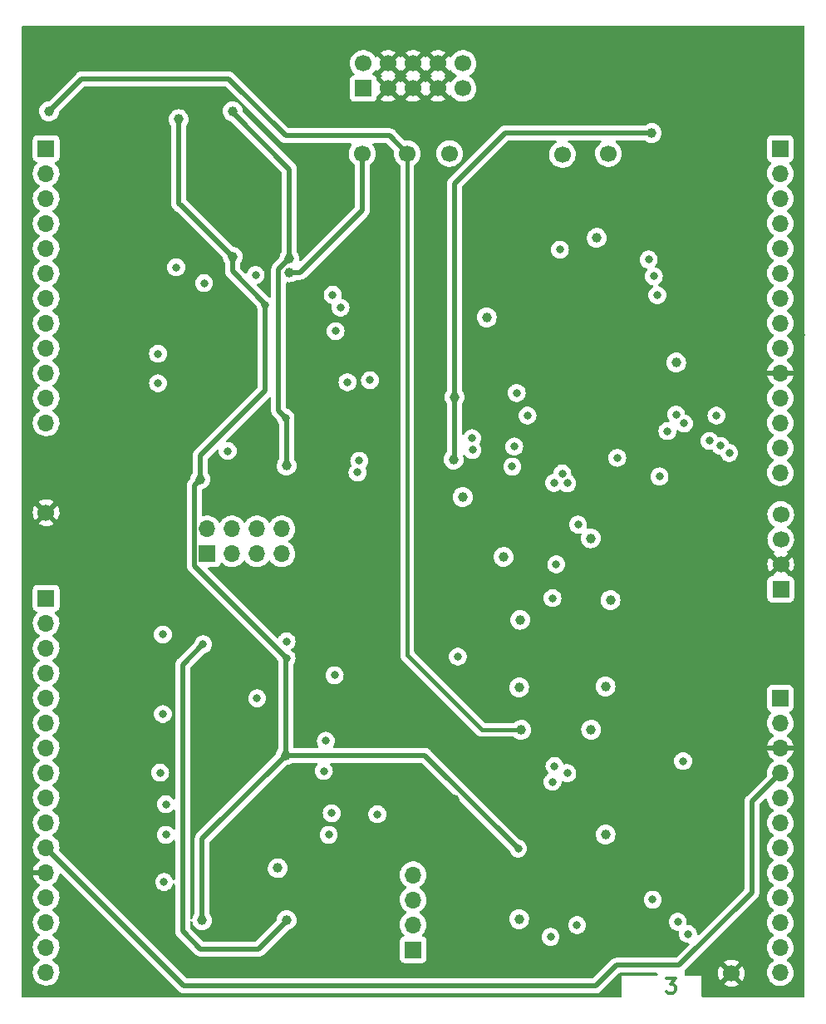
<source format=gbr>
%TF.GenerationSoftware,KiCad,Pcbnew,(6.0.11)*%
%TF.CreationDate,2023-05-23T14:09:58+01:00*%
%TF.ProjectId,Quango_Components,5175616e-676f-45f4-936f-6d706f6e656e,rev?*%
%TF.SameCoordinates,Original*%
%TF.FileFunction,Copper,L3,Inr*%
%TF.FilePolarity,Positive*%
%FSLAX46Y46*%
G04 Gerber Fmt 4.6, Leading zero omitted, Abs format (unit mm)*
G04 Created by KiCad (PCBNEW (6.0.11)) date 2023-05-23 14:09:58*
%MOMM*%
%LPD*%
G01*
G04 APERTURE LIST*
%ADD10C,0.300000*%
%TA.AperFunction,NonConductor*%
%ADD11C,0.300000*%
%TD*%
%TA.AperFunction,ComponentPad*%
%ADD12C,1.700000*%
%TD*%
%TA.AperFunction,ComponentPad*%
%ADD13R,1.700000X1.700000*%
%TD*%
%TA.AperFunction,ComponentPad*%
%ADD14O,1.700000X1.700000*%
%TD*%
%TA.AperFunction,ViaPad*%
%ADD15C,0.800000*%
%TD*%
%TA.AperFunction,ViaPad*%
%ADD16C,1.000000*%
%TD*%
%TA.AperFunction,Conductor*%
%ADD17C,0.500000*%
%TD*%
%TA.AperFunction,Conductor*%
%ADD18C,0.400000*%
%TD*%
G04 APERTURE END LIST*
D10*
%TO.C,FID1*%
D11*
X116300000Y-136528571D02*
X117228571Y-136528571D01*
X116728571Y-137100000D01*
X116942857Y-137100000D01*
X117085714Y-137171428D01*
X117157142Y-137242857D01*
X117228571Y-137385714D01*
X117228571Y-137742857D01*
X117157142Y-137885714D01*
X117085714Y-137957142D01*
X116942857Y-138028571D01*
X116514285Y-138028571D01*
X116371428Y-137957142D01*
X116300000Y-137885714D01*
%TD*%
D12*
%TO.N,+5V*%
%TO.C,TP3*%
X89900000Y-52500000D03*
%TD*%
D13*
%TO.N,+3.3V*%
%TO.C,J5*%
X127950000Y-96900000D03*
D12*
%TO.N,GND*%
X127950000Y-94360000D03*
%TO.N,/SWIO*%
X127950000Y-91820000D03*
%TO.N,/SWCLK*%
X127950000Y-89280000D03*
%TD*%
%TO.N,/-5V_REF*%
%TO.C,TP4*%
X94200000Y-52500000D03*
%TD*%
%TO.N,-12V*%
%TO.C,TP2*%
X105700000Y-52600000D03*
%TD*%
%TO.N,GND*%
%TO.C,TP7*%
X122900000Y-136000000D03*
%TD*%
%TO.N,+3.3V*%
%TO.C,TP5*%
X85300000Y-52500000D03*
%TD*%
%TO.N,+12V*%
%TO.C,TP1*%
X110400000Y-52500000D03*
%TD*%
D13*
%TO.N,/OpAmps/AudioB1_Out*%
%TO.C,J7*%
X69500000Y-93275000D03*
D14*
%TO.N,/OpAmps/AudioA1_Out*%
X69500000Y-90735000D03*
%TO.N,/OpAmps/AudioB2_Out*%
X72040000Y-93275000D03*
%TO.N,/OpAmps/AudioA2_Out*%
X72040000Y-90735000D03*
%TO.N,/OpAmps/AudioB3_Out*%
X74580000Y-93275000D03*
%TO.N,/OpAmps/AudioA3_Out*%
X74580000Y-90735000D03*
%TO.N,/OpAmps/AudioB4_Out*%
X77120000Y-93275000D03*
%TO.N,/OpAmps/AudioA4_Out*%
X77120000Y-90735000D03*
%TD*%
D13*
%TO.N,/Gate1_Out*%
%TO.C,J8*%
X90500000Y-133600000D03*
D14*
%TO.N,/Gate2_Out*%
X90500000Y-131060000D03*
%TO.N,/Gate3_Out*%
X90500000Y-128520000D03*
%TO.N,/Gate4_Out*%
X90500000Y-125980000D03*
%TD*%
D12*
%TO.N,GND*%
%TO.C,TP6*%
X53100000Y-89100000D03*
%TD*%
D13*
%TO.N,/-12V_IN*%
%TO.C,J6*%
X85420000Y-45862500D03*
D12*
X85420000Y-43322500D03*
%TO.N,GND*%
X87960000Y-45862500D03*
X87960000Y-43322500D03*
X90500000Y-45862500D03*
X90500000Y-43322500D03*
X93040000Y-45862500D03*
X93040000Y-43322500D03*
%TO.N,/+12V_IN*%
X95580000Y-45862500D03*
X95580000Y-43322500D03*
%TD*%
D13*
%TO.N,/AudioA4_In*%
%TO.C,J1*%
X53100000Y-52000000D03*
D14*
%TO.N,/AudioA3_In*%
X53100000Y-54540000D03*
%TO.N,/AudioA2_In*%
X53100000Y-57080000D03*
%TO.N,/AudioA1_In*%
X53100000Y-59620000D03*
%TO.N,/Env1_Attack*%
X53100000Y-62160000D03*
%TO.N,/Env1_Decay*%
X53100000Y-64700000D03*
%TO.N,/Env1_Sustain*%
X53100000Y-67240000D03*
%TO.N,/Env1_Release*%
X53100000Y-69780000D03*
%TO.N,/Env2_Attack*%
X53100000Y-72320000D03*
%TO.N,/Env2_Decay*%
X53100000Y-74860000D03*
%TO.N,/Env2_Sustain*%
X53100000Y-77400000D03*
%TO.N,/Env2_Release*%
X53100000Y-79940000D03*
%TD*%
D13*
%TO.N,/MIDI_IN*%
%TO.C,J3*%
X127900000Y-52000000D03*
D14*
%TO.N,/EnvA4_LED_Out*%
X127900000Y-54540000D03*
%TO.N,/EnvA3_LED_Out*%
X127900000Y-57080000D03*
%TO.N,/EnvA2_LED_Out*%
X127900000Y-59620000D03*
%TO.N,/EnvA1_LED_Out*%
X127900000Y-62160000D03*
%TO.N,/EnvB4_LED_Out*%
X127900000Y-64700000D03*
%TO.N,/EnvB2_LED_Out*%
X127900000Y-67240000D03*
%TO.N,/EnvB1_LED_Out*%
X127900000Y-69780000D03*
%TO.N,/EnvB3_LED_Out*%
X127900000Y-72320000D03*
%TO.N,GND*%
X127900000Y-74860000D03*
%TO.N,/ChannelA_Level*%
X127900000Y-77400000D03*
%TO.N,/ChannelB_Level*%
X127900000Y-79940000D03*
%TO.N,/Test_Pin1*%
X127900000Y-82480000D03*
%TO.N,/Test_Pin2*%
X127900000Y-85020000D03*
%TD*%
D13*
%TO.N,/Audio2_Out*%
%TO.C,J2*%
X53100000Y-97800000D03*
D14*
%TO.N,/Audio3_Out*%
X53100000Y-100340000D03*
%TO.N,/Audio4_Out*%
X53100000Y-102880000D03*
%TO.N,/Audio1_Out*%
X53100000Y-105420000D03*
%TO.N,/AudioB4_In*%
X53100000Y-107960000D03*
%TO.N,/AudioB3_In*%
X53100000Y-110500000D03*
%TO.N,/AudioB2_In*%
X53100000Y-113040000D03*
%TO.N,/AudioB1_In*%
X53100000Y-115580000D03*
%TO.N,/Calib_Btn1*%
X53100000Y-118120000D03*
%TO.N,/Calib_Btn2*%
X53100000Y-120660000D03*
%TO.N,+3.3VA*%
X53100000Y-123200000D03*
%TO.N,GND*%
X53100000Y-125740000D03*
%TO.N,/Gate4_Out*%
X53100000Y-128280000D03*
%TO.N,/Gate3_Out*%
X53100000Y-130820000D03*
%TO.N,/Gate2_Out*%
X53100000Y-133360000D03*
%TO.N,/Gate1_Out*%
X53100000Y-135900000D03*
%TD*%
D13*
%TO.N,/USB_DM*%
%TO.C,J4*%
X127900000Y-108000000D03*
D14*
%TO.N,/USB_DP*%
X127900000Y-110540000D03*
%TO.N,GND*%
X127900000Y-113080000D03*
%TO.N,+3.3VA*%
X127900000Y-115620000D03*
%TO.N,/CV_OUT_A2*%
X127900000Y-118160000D03*
%TO.N,/CV_OUT_A1*%
X127900000Y-120700000D03*
%TO.N,/CV_OUT_A4*%
X127900000Y-123240000D03*
%TO.N,/CV_OUT_A3*%
X127900000Y-125780000D03*
%TO.N,/CV_OUT_B2*%
X127900000Y-128320000D03*
%TO.N,/CV_OUT_B1*%
X127900000Y-130860000D03*
%TO.N,/CV_OUT_B4*%
X127900000Y-133400000D03*
%TO.N,/CV_OUT_B3*%
X127900000Y-135940000D03*
%TD*%
D15*
%TO.N,GND*%
X62000000Y-121300000D03*
D16*
X92500000Y-82050000D03*
X92450000Y-78800000D03*
X55600000Y-72600000D03*
X57900000Y-117500000D03*
X74550000Y-131150000D03*
D15*
X102100000Y-90400000D03*
X112776000Y-89916000D03*
X92400000Y-135400000D03*
X119634000Y-68580000D03*
X68950000Y-63200000D03*
D16*
X87600000Y-124300000D03*
X112650000Y-117350000D03*
X74350000Y-103200000D03*
D15*
X97500000Y-89000000D03*
X105700000Y-47500000D03*
D16*
X71950000Y-84932107D03*
X110300000Y-67650000D03*
X81700000Y-75250000D03*
X65250000Y-131250000D03*
X53400000Y-137900000D03*
X97150000Y-98950000D03*
D15*
X118600000Y-123000000D03*
D16*
X105100000Y-81800000D03*
X81500000Y-85000000D03*
X100428347Y-74781892D03*
D15*
X61976000Y-89154000D03*
D16*
X97300000Y-113050000D03*
X105700000Y-117400000D03*
D15*
X88800000Y-135400000D03*
X119000000Y-99300000D03*
X62100000Y-68200000D03*
D16*
X129800000Y-60800000D03*
X65100000Y-103050000D03*
X67550000Y-41500000D03*
X125700000Y-81200000D03*
X99300000Y-79500000D03*
X97500000Y-122600000D03*
X123400000Y-51900000D03*
X86700000Y-95600000D03*
X81800000Y-118350000D03*
D15*
X65000000Y-77450000D03*
X65800000Y-95100000D03*
D16*
X86900000Y-87400000D03*
X81650000Y-103200000D03*
D15*
X88200000Y-115000000D03*
X64950000Y-79650000D03*
D16*
X69900000Y-113300000D03*
X113700000Y-106250000D03*
D15*
X99100000Y-90700000D03*
X113640000Y-95280000D03*
D16*
X51500000Y-46300000D03*
D15*
X61900000Y-72800000D03*
X61722000Y-110998000D03*
D16*
X99900000Y-86000000D03*
X117100000Y-116400000D03*
D15*
X122428000Y-71374000D03*
X87200000Y-99300000D03*
X70450000Y-79550000D03*
D16*
X72100000Y-103100000D03*
X127400000Y-46200000D03*
X108400000Y-86450000D03*
D15*
X102616000Y-96266000D03*
D16*
X101200000Y-116900000D03*
X73400000Y-41000000D03*
X56400000Y-63500000D03*
X81400000Y-125150000D03*
D15*
X57500000Y-46300000D03*
D16*
X94700000Y-118300000D03*
D15*
X106100000Y-98950000D03*
X105100000Y-76500000D03*
D16*
X92450000Y-86500000D03*
D15*
X80400000Y-58300000D03*
X118872000Y-71374000D03*
D16*
X97150000Y-95950000D03*
D15*
X119000000Y-113050000D03*
D16*
X81600000Y-131300000D03*
X97350000Y-115300000D03*
X112400000Y-47350000D03*
D15*
X101600000Y-94742000D03*
D16*
X129900000Y-71000000D03*
X74400000Y-85000000D03*
X59750000Y-49600000D03*
X81750000Y-53500000D03*
D15*
X61722000Y-99822000D03*
D16*
X64900000Y-120350000D03*
X107550000Y-53750000D03*
X84600000Y-63800000D03*
D15*
X129794000Y-134874000D03*
X100100000Y-56800000D03*
X119000000Y-89900000D03*
D16*
X97650000Y-71700000D03*
D15*
X105918000Y-101092000D03*
D16*
X64900000Y-85000000D03*
X51100000Y-63400000D03*
X107750000Y-48400000D03*
X118700000Y-75000000D03*
X103900000Y-56650000D03*
D15*
X61722000Y-106426000D03*
X110000000Y-47500000D03*
X91000000Y-56300000D03*
X71866054Y-131316054D03*
D16*
X114450000Y-91750000D03*
X110600000Y-76350000D03*
X97450000Y-106200000D03*
X114300000Y-88200000D03*
X97350000Y-131300000D03*
X55300000Y-48450000D03*
D15*
X58900000Y-132000000D03*
D16*
X64850000Y-124150000D03*
X113900000Y-99200000D03*
X114100000Y-112800000D03*
D15*
X119000000Y-106100000D03*
D16*
X113850000Y-122600000D03*
D15*
X100000000Y-59400000D03*
X96900000Y-59500000D03*
D16*
X106800000Y-94450000D03*
X64850000Y-117100000D03*
X125300000Y-48300000D03*
X126100000Y-91800000D03*
X81650000Y-79450000D03*
D15*
X62992000Y-55880000D03*
D16*
X70800000Y-125150000D03*
X119400000Y-79200000D03*
D15*
X129794000Y-124460000D03*
D16*
X85200000Y-70200000D03*
X87200000Y-82400000D03*
X69200000Y-54300000D03*
D15*
X108712000Y-96266000D03*
D16*
X122100000Y-41150000D03*
X87800000Y-58350000D03*
X118700000Y-77500000D03*
D15*
X57500000Y-53800000D03*
X66800000Y-89200000D03*
D16*
%TO.N,+3.3V*%
X98000000Y-69200000D03*
X109200000Y-61100000D03*
X77899998Y-64600001D03*
X108600000Y-91700000D03*
X117300000Y-73800000D03*
X95549500Y-87500000D03*
X99700000Y-93600000D03*
%TO.N,+3.3VA*%
X101399999Y-99999999D03*
X94703721Y-77296279D03*
X94618452Y-83684473D03*
X110600000Y-98000000D03*
X114800000Y-50400000D03*
%TO.N,+12V*%
X68800000Y-85700000D03*
D15*
X75450000Y-67950000D03*
X77600000Y-103900000D03*
D16*
X101300000Y-130500000D03*
D15*
X101200000Y-123300000D03*
D16*
X66600000Y-49000000D03*
X77500000Y-113800000D03*
X69000000Y-130600000D03*
X72100000Y-63000000D03*
X101300000Y-106900000D03*
%TO.N,-12V*%
X110100000Y-106800000D03*
X77885368Y-63185369D03*
D15*
X77500000Y-79424500D03*
X107200000Y-131100000D03*
D16*
X77599500Y-130600000D03*
X110110732Y-121881506D03*
X76700000Y-125300000D03*
D15*
X69100000Y-102500000D03*
D16*
X72100000Y-48200000D03*
X77600000Y-84300000D03*
%TO.N,+5V*%
X108633979Y-111200001D03*
X101500000Y-111200000D03*
X53400000Y-48200000D03*
D15*
%TO.N,/EnvB1_LED*%
X115024500Y-65005846D03*
X105700000Y-85100000D03*
%TO.N,/EnvB2_LED*%
X104850000Y-86050000D03*
X114500000Y-63300000D03*
%TO.N,/EnvB3_LED*%
X106200000Y-86100000D03*
X115375500Y-66925000D03*
%TO.N,/Audio1_Out*%
X65000000Y-109600000D03*
%TO.N,/Audio2_Out*%
X65000000Y-101500000D03*
%TO.N,/Audio3_Out*%
X77600000Y-102200000D03*
%TO.N,/Audio4_Out*%
X74600000Y-108000000D03*
%TO.N,/AudioB1_In*%
X64719999Y-115580001D03*
%TO.N,/AudioB2_In*%
X65124500Y-126700000D03*
%TO.N,/AudioB4_In*%
X81600000Y-112324500D03*
%TO.N,/Env1_Attack*%
X101050000Y-76900000D03*
%TO.N,/Env1_Decay*%
X102150000Y-79200000D03*
%TO.N,/Env1_Sustain*%
X96500000Y-81500000D03*
%TO.N,/Env1_Release*%
X100800000Y-82350000D03*
%TO.N,/Env2_Attack*%
X96539677Y-82712567D03*
%TO.N,/Env2_Decay*%
X100600000Y-84400000D03*
%TO.N,/Env2_Sustain*%
X85000000Y-83800000D03*
%TO.N,/Env2_Release*%
X84824500Y-85000000D03*
%TO.N,/MIDI_UART*%
X111300000Y-83500000D03*
X105449999Y-62300001D03*
%TO.N,/EnvA1_DAC*%
X86100000Y-75600000D03*
X64500000Y-72900000D03*
%TO.N,/EnvA2_DAC*%
X64500000Y-75900000D03*
X83800000Y-75800000D03*
%TO.N,/EnvB3_DAC*%
X86846724Y-119806679D03*
X82200000Y-119700000D03*
%TO.N,/EnvB1_DAC*%
X107300000Y-90300000D03*
X65300000Y-118800000D03*
%TO.N,/EnvB2_DAC*%
X65300000Y-121900000D03*
X81900000Y-121900000D03*
%TO.N,/EnvB4_DAC*%
X81400000Y-115400000D03*
X95050000Y-103750000D03*
%TO.N,/OpAmps/AudioA2_Out*%
X71600000Y-82800000D03*
%TO.N,/OpAmps/AudioB4_Out*%
X82500000Y-105650000D03*
%TO.N,/MultiplexerA1*%
X69200000Y-65700000D03*
X82600000Y-70600000D03*
%TO.N,/MultiplexerA2*%
X82300000Y-66900000D03*
X66350000Y-64100000D03*
%TO.N,/MultiplexerA0*%
X83100000Y-68200000D03*
X74450501Y-64875001D03*
%TO.N,/SPI2_NSS*%
X104700000Y-97800000D03*
X105070917Y-94349500D03*
%TO.N,/SPI1_NSS*%
X115600000Y-85400000D03*
X104900000Y-114900000D03*
%TO.N,/SPI1_SCK*%
X116402485Y-80775500D03*
X106200500Y-115625000D03*
%TO.N,/SPI1_MISO*%
X118100000Y-80000000D03*
X118000000Y-114400000D03*
%TO.N,/SPI1_MOSI*%
X117300000Y-79100000D03*
X104700000Y-116500000D03*
%TO.N,/Gate1*%
X122700000Y-83000000D03*
X118500002Y-132000000D03*
%TO.N,/Gate2*%
X121820209Y-82275500D03*
X117462299Y-130762299D03*
%TO.N,/Gate3*%
X104500000Y-132300000D03*
X120700000Y-81775500D03*
%TO.N,/Gate4*%
X121400000Y-79200000D03*
X114900000Y-128500000D03*
%TD*%
D17*
%TO.N,+3.3V*%
X78999999Y-64600001D02*
X85300000Y-58300000D01*
X77899998Y-64600001D02*
X78999999Y-64600001D01*
X85300000Y-58300000D02*
X85300000Y-52500000D01*
%TO.N,+3.3VA*%
X99900000Y-50400000D02*
X114800000Y-50400000D01*
X125000000Y-127800000D02*
X117600000Y-135200000D01*
X53100000Y-123250000D02*
X53100000Y-123200000D01*
X94700000Y-83602925D02*
X94700000Y-77300000D01*
X94703721Y-55596279D02*
X99900000Y-50400000D01*
X125000000Y-118520000D02*
X125000000Y-127800000D01*
D18*
X94618452Y-83684473D02*
X94700000Y-83602925D01*
D17*
X109100000Y-137300000D02*
X67150000Y-137300000D01*
X127900000Y-115620000D02*
X125000000Y-118520000D01*
X67150000Y-137300000D02*
X53100000Y-123250000D01*
X117600000Y-135200000D02*
X111200000Y-135200000D01*
X111200000Y-135200000D02*
X109100000Y-137300000D01*
X94703721Y-77296279D02*
X94703721Y-55600000D01*
D18*
X94700000Y-77300000D02*
X94703721Y-77296279D01*
D17*
%TO.N,+12V*%
X75400000Y-76700000D02*
X68800000Y-83300000D01*
X72100000Y-63000000D02*
X66800000Y-57700000D01*
X77600000Y-103900000D02*
X77500000Y-104000000D01*
X66800000Y-57700000D02*
X66700000Y-57700000D01*
X77600000Y-103900000D02*
X68200000Y-94500000D01*
X75450000Y-67850000D02*
X72100000Y-64500000D01*
X77500000Y-113800000D02*
X69000000Y-122300000D01*
X91700000Y-113800000D02*
X101200000Y-123300000D01*
X75400000Y-68000000D02*
X75400000Y-76700000D01*
X77500000Y-113800000D02*
X91700000Y-113800000D01*
X77500000Y-104000000D02*
X77500000Y-113800000D01*
X75450000Y-67950000D02*
X75400000Y-68000000D01*
X75450000Y-67950000D02*
X75450000Y-67850000D01*
X72100000Y-64500000D02*
X72100000Y-63000000D01*
X69000000Y-122300000D02*
X69000000Y-130600000D01*
X66700000Y-57700000D02*
X66600000Y-57600000D01*
X68200000Y-86300000D02*
X68800000Y-85700000D01*
X68800000Y-83300000D02*
X68800000Y-85700000D01*
X66600000Y-57600000D02*
X66600000Y-49000000D01*
X68200000Y-94500000D02*
X68200000Y-86300000D01*
%TO.N,-12V*%
X67000000Y-131700000D02*
X67000000Y-104600000D01*
X77599500Y-130600000D02*
X77599500Y-130700500D01*
X77599500Y-130700500D02*
X74750000Y-133550000D01*
X74750000Y-133550000D02*
X68850000Y-133550000D01*
X67000000Y-104600000D02*
X69100000Y-102500000D01*
X77900000Y-54100000D02*
X72100000Y-48300000D01*
X76800000Y-64270737D02*
X77885368Y-63185369D01*
X68850000Y-133550000D02*
X67000000Y-131700000D01*
X77885368Y-63185369D02*
X77900000Y-63170737D01*
X77600000Y-84300000D02*
X77600000Y-79524500D01*
X77900000Y-63170737D02*
X77900000Y-54100000D01*
X72100000Y-48300000D02*
X72100000Y-48200000D01*
X77600000Y-79524500D02*
X76800000Y-78724500D01*
X76800000Y-78724500D02*
X76800000Y-64270737D01*
%TO.N,+5V*%
X56700000Y-44900000D02*
X71700000Y-44900000D01*
X77500000Y-50700000D02*
X88100000Y-50700000D01*
X53400000Y-48200000D02*
X56700000Y-44900000D01*
X71700000Y-44900000D02*
X77500000Y-50700000D01*
X88100000Y-50700000D02*
X89900000Y-52500000D01*
D18*
X89900000Y-52500000D02*
X89900000Y-103600000D01*
X97500000Y-111200000D02*
X101500000Y-111200000D01*
X89900000Y-103600000D02*
X97500000Y-111200000D01*
%TD*%
%TA.AperFunction,Conductor*%
%TO.N,GND*%
G36*
X130333621Y-39528502D02*
G01*
X130380114Y-39582158D01*
X130391500Y-39634500D01*
X130391500Y-138365500D01*
X130371498Y-138433621D01*
X130317842Y-138480114D01*
X130265500Y-138491500D01*
X120026000Y-138491500D01*
X119957879Y-138471498D01*
X119911386Y-138417842D01*
X119900000Y-138365500D01*
X119900000Y-137124853D01*
X122139977Y-137124853D01*
X122145258Y-137131907D01*
X122306756Y-137226279D01*
X122316042Y-137230729D01*
X122515001Y-137306703D01*
X122524899Y-137309579D01*
X122733595Y-137352038D01*
X122743823Y-137353257D01*
X122956650Y-137361062D01*
X122966936Y-137360595D01*
X123178185Y-137333534D01*
X123188262Y-137331392D01*
X123392255Y-137270191D01*
X123401842Y-137266433D01*
X123593098Y-137172738D01*
X123601944Y-137167465D01*
X123649247Y-137133723D01*
X123657648Y-137123023D01*
X123650660Y-137109870D01*
X122912812Y-136372022D01*
X122898868Y-136364408D01*
X122897035Y-136364539D01*
X122890420Y-136368790D01*
X122146737Y-137112473D01*
X122139977Y-137124853D01*
X119900000Y-137124853D01*
X119900000Y-136250000D01*
X118298786Y-136250000D01*
X118230665Y-136229998D01*
X118184172Y-136176342D01*
X118172786Y-136124000D01*
X118172786Y-135971863D01*
X121538050Y-135971863D01*
X121550309Y-136184477D01*
X121551745Y-136194697D01*
X121598565Y-136402446D01*
X121601645Y-136412275D01*
X121681770Y-136609603D01*
X121686413Y-136618794D01*
X121766460Y-136749420D01*
X121776916Y-136758880D01*
X121785694Y-136755096D01*
X122527978Y-136012812D01*
X122534356Y-136001132D01*
X123264408Y-136001132D01*
X123264539Y-136002965D01*
X123268790Y-136009580D01*
X124010474Y-136751264D01*
X124022484Y-136757823D01*
X124034223Y-136748855D01*
X124065004Y-136706019D01*
X124070315Y-136697180D01*
X124164670Y-136506267D01*
X124168469Y-136496672D01*
X124230376Y-136292915D01*
X124232555Y-136282834D01*
X124260590Y-136069887D01*
X124261109Y-136063212D01*
X124262572Y-136003364D01*
X124262378Y-135996646D01*
X124244781Y-135782604D01*
X124243096Y-135772424D01*
X124191214Y-135565875D01*
X124187894Y-135556124D01*
X124102972Y-135360814D01*
X124098105Y-135351739D01*
X124033063Y-135251197D01*
X124022377Y-135241995D01*
X124012812Y-135246398D01*
X123272022Y-135987188D01*
X123264408Y-136001132D01*
X122534356Y-136001132D01*
X122535592Y-135998868D01*
X122535461Y-135997035D01*
X122531210Y-135990420D01*
X121789849Y-135249059D01*
X121778313Y-135242759D01*
X121766031Y-135252382D01*
X121718089Y-135322662D01*
X121713004Y-135331613D01*
X121623338Y-135524783D01*
X121619775Y-135534470D01*
X121562864Y-135739681D01*
X121560933Y-135749800D01*
X121538302Y-135961574D01*
X121538050Y-135971863D01*
X118172786Y-135971863D01*
X118172786Y-135752085D01*
X118192788Y-135683964D01*
X118209691Y-135662990D01*
X118996254Y-134876427D01*
X122141223Y-134876427D01*
X122147968Y-134888758D01*
X122887188Y-135627978D01*
X122901132Y-135635592D01*
X122902965Y-135635461D01*
X122909580Y-135631210D01*
X123653389Y-134887401D01*
X123660410Y-134874544D01*
X123653611Y-134865213D01*
X123649554Y-134862518D01*
X123463117Y-134759599D01*
X123453705Y-134755369D01*
X123252959Y-134684280D01*
X123242989Y-134681646D01*
X123033327Y-134644301D01*
X123023073Y-134643331D01*
X122810116Y-134640728D01*
X122799832Y-134641448D01*
X122589321Y-134673661D01*
X122579293Y-134676050D01*
X122376868Y-134742212D01*
X122367359Y-134746209D01*
X122178466Y-134844540D01*
X122169734Y-134850039D01*
X122149677Y-134865099D01*
X122141223Y-134876427D01*
X118996254Y-134876427D01*
X125488911Y-128383770D01*
X125503323Y-128371384D01*
X125514918Y-128362851D01*
X125514923Y-128362846D01*
X125520818Y-128358508D01*
X125525557Y-128352930D01*
X125525560Y-128352927D01*
X125555035Y-128318232D01*
X125561965Y-128310716D01*
X125567660Y-128305021D01*
X125577691Y-128292342D01*
X125585281Y-128282749D01*
X125588072Y-128279345D01*
X125630591Y-128229297D01*
X125630592Y-128229295D01*
X125635333Y-128223715D01*
X125638661Y-128217199D01*
X125642028Y-128212150D01*
X125645195Y-128207021D01*
X125649734Y-128201284D01*
X125680655Y-128135125D01*
X125682561Y-128131225D01*
X125683981Y-128128444D01*
X125715769Y-128066192D01*
X125717508Y-128059084D01*
X125719607Y-128053441D01*
X125721524Y-128047678D01*
X125724622Y-128041050D01*
X125739487Y-127969583D01*
X125740457Y-127965299D01*
X125756473Y-127899845D01*
X125757808Y-127894390D01*
X125758500Y-127883236D01*
X125758536Y-127883238D01*
X125758775Y-127879245D01*
X125759149Y-127875053D01*
X125760640Y-127867885D01*
X125758546Y-127790479D01*
X125758500Y-127787072D01*
X125758500Y-118886371D01*
X125778502Y-118818250D01*
X125795405Y-118797276D01*
X126334656Y-118258025D01*
X126396968Y-118223999D01*
X126467783Y-118229064D01*
X126524619Y-118271611D01*
X126549542Y-118339865D01*
X126550110Y-118349715D01*
X126551247Y-118354761D01*
X126551248Y-118354767D01*
X126570627Y-118440755D01*
X126599222Y-118567639D01*
X126683266Y-118774616D01*
X126799987Y-118965088D01*
X126946250Y-119133938D01*
X127093610Y-119256279D01*
X127109819Y-119269735D01*
X127118126Y-119276632D01*
X127122993Y-119279476D01*
X127191445Y-119319476D01*
X127240169Y-119371114D01*
X127253240Y-119440897D01*
X127226509Y-119506669D01*
X127186055Y-119540027D01*
X127173607Y-119546507D01*
X127169474Y-119549610D01*
X127169471Y-119549612D01*
X127008908Y-119670166D01*
X126994965Y-119680635D01*
X126991393Y-119684373D01*
X126874771Y-119806411D01*
X126840629Y-119842138D01*
X126714743Y-120026680D01*
X126691256Y-120077279D01*
X126641435Y-120184610D01*
X126620688Y-120229305D01*
X126560989Y-120444570D01*
X126537251Y-120666695D01*
X126537548Y-120671848D01*
X126537548Y-120671851D01*
X126543011Y-120766590D01*
X126550110Y-120889715D01*
X126551247Y-120894761D01*
X126551248Y-120894767D01*
X126564377Y-120953023D01*
X126599222Y-121107639D01*
X126683266Y-121314616D01*
X126726022Y-121384388D01*
X126794012Y-121495337D01*
X126799987Y-121505088D01*
X126946250Y-121673938D01*
X127118126Y-121816632D01*
X127122993Y-121819476D01*
X127191445Y-121859476D01*
X127240169Y-121911114D01*
X127253240Y-121980897D01*
X127226509Y-122046669D01*
X127186055Y-122080027D01*
X127173607Y-122086507D01*
X127169474Y-122089610D01*
X127169471Y-122089612D01*
X126999100Y-122217530D01*
X126994965Y-122220635D01*
X126977002Y-122239432D01*
X126874771Y-122346411D01*
X126840629Y-122382138D01*
X126837715Y-122386410D01*
X126837714Y-122386411D01*
X126804372Y-122435289D01*
X126714743Y-122566680D01*
X126687187Y-122626045D01*
X126623589Y-122763056D01*
X126620688Y-122769305D01*
X126560989Y-122984570D01*
X126537251Y-123206695D01*
X126537548Y-123211848D01*
X126537548Y-123211851D01*
X126543009Y-123306565D01*
X126550110Y-123429715D01*
X126551247Y-123434761D01*
X126551248Y-123434767D01*
X126566561Y-123502715D01*
X126599222Y-123647639D01*
X126683266Y-123854616D01*
X126799987Y-124045088D01*
X126946250Y-124213938D01*
X127118126Y-124356632D01*
X127130701Y-124363980D01*
X127191445Y-124399476D01*
X127240169Y-124451114D01*
X127253240Y-124520897D01*
X127226509Y-124586669D01*
X127186055Y-124620027D01*
X127180669Y-124622831D01*
X127173607Y-124626507D01*
X127169474Y-124629610D01*
X127169471Y-124629612D01*
X126999100Y-124757530D01*
X126994965Y-124760635D01*
X126991393Y-124764373D01*
X126861033Y-124900787D01*
X126840629Y-124922138D01*
X126714743Y-125106680D01*
X126693420Y-125152617D01*
X126623893Y-125302401D01*
X126620688Y-125309305D01*
X126560989Y-125524570D01*
X126537251Y-125746695D01*
X126537548Y-125751848D01*
X126537548Y-125751851D01*
X126545445Y-125888813D01*
X126550110Y-125969715D01*
X126551247Y-125974761D01*
X126551248Y-125974767D01*
X126571119Y-126062939D01*
X126599222Y-126187639D01*
X126683266Y-126394616D01*
X126685965Y-126399020D01*
X126758194Y-126516887D01*
X126799987Y-126585088D01*
X126946250Y-126753938D01*
X127118126Y-126896632D01*
X127184210Y-126935248D01*
X127191445Y-126939476D01*
X127240169Y-126991114D01*
X127253240Y-127060897D01*
X127226509Y-127126669D01*
X127186055Y-127160027D01*
X127173607Y-127166507D01*
X127169474Y-127169610D01*
X127169471Y-127169612D01*
X127013298Y-127286870D01*
X126994965Y-127300635D01*
X126991393Y-127304373D01*
X126874771Y-127426411D01*
X126840629Y-127462138D01*
X126837715Y-127466410D01*
X126837714Y-127466411D01*
X126811818Y-127504373D01*
X126714743Y-127646680D01*
X126667715Y-127747993D01*
X126623893Y-127842401D01*
X126620688Y-127849305D01*
X126560989Y-128064570D01*
X126537251Y-128286695D01*
X126537548Y-128291848D01*
X126537548Y-128291851D01*
X126542848Y-128383770D01*
X126550110Y-128509715D01*
X126551247Y-128514761D01*
X126551248Y-128514767D01*
X126571119Y-128602939D01*
X126599222Y-128727639D01*
X126683266Y-128934616D01*
X126799987Y-129125088D01*
X126946250Y-129293938D01*
X127118126Y-129436632D01*
X127122993Y-129439476D01*
X127191445Y-129479476D01*
X127240169Y-129531114D01*
X127253240Y-129600897D01*
X127226509Y-129666669D01*
X127186055Y-129700027D01*
X127173607Y-129706507D01*
X127169474Y-129709610D01*
X127169471Y-129709612D01*
X127013298Y-129826870D01*
X126994965Y-129840635D01*
X126961200Y-129875968D01*
X126871281Y-129970063D01*
X126840629Y-130002138D01*
X126837715Y-130006410D01*
X126837714Y-130006411D01*
X126752556Y-130131249D01*
X126714743Y-130186680D01*
X126669831Y-130283436D01*
X126623893Y-130382401D01*
X126620688Y-130389305D01*
X126560989Y-130604570D01*
X126537251Y-130826695D01*
X126537548Y-130831848D01*
X126537548Y-130831851D01*
X126544851Y-130958505D01*
X126550110Y-131049715D01*
X126551247Y-131054761D01*
X126551248Y-131054767D01*
X126568475Y-131131206D01*
X126599222Y-131267639D01*
X126660673Y-131418976D01*
X126675555Y-131455625D01*
X126683266Y-131474616D01*
X126709507Y-131517438D01*
X126790345Y-131649353D01*
X126799987Y-131665088D01*
X126946250Y-131833938D01*
X127118126Y-131976632D01*
X127170314Y-132007128D01*
X127191445Y-132019476D01*
X127240169Y-132071114D01*
X127253240Y-132140897D01*
X127226509Y-132206669D01*
X127186055Y-132240027D01*
X127173607Y-132246507D01*
X127169474Y-132249610D01*
X127169471Y-132249612D01*
X126999100Y-132377530D01*
X126994965Y-132380635D01*
X126991393Y-132384373D01*
X126845593Y-132536944D01*
X126840629Y-132542138D01*
X126714743Y-132726680D01*
X126685991Y-132788621D01*
X126641435Y-132884610D01*
X126620688Y-132929305D01*
X126560989Y-133144570D01*
X126537251Y-133366695D01*
X126537548Y-133371848D01*
X126537548Y-133371851D01*
X126543011Y-133466590D01*
X126550110Y-133589715D01*
X126551247Y-133594761D01*
X126551248Y-133594767D01*
X126563261Y-133648069D01*
X126599222Y-133807639D01*
X126683266Y-134014616D01*
X126685965Y-134019020D01*
X126792466Y-134192814D01*
X126799987Y-134205088D01*
X126946250Y-134373938D01*
X127077799Y-134483152D01*
X127102180Y-134503393D01*
X127118126Y-134516632D01*
X127122993Y-134519476D01*
X127191445Y-134559476D01*
X127240169Y-134611114D01*
X127253240Y-134680897D01*
X127226509Y-134746669D01*
X127186055Y-134780027D01*
X127173607Y-134786507D01*
X127169474Y-134789610D01*
X127169471Y-134789612D01*
X127017431Y-134903767D01*
X126994965Y-134920635D01*
X126965236Y-134951745D01*
X126874771Y-135046411D01*
X126840629Y-135082138D01*
X126714743Y-135266680D01*
X126699003Y-135300590D01*
X126641435Y-135424610D01*
X126620688Y-135469305D01*
X126560989Y-135684570D01*
X126537251Y-135906695D01*
X126537548Y-135911848D01*
X126537548Y-135911851D01*
X126546660Y-136069887D01*
X126550110Y-136129715D01*
X126551247Y-136134761D01*
X126551248Y-136134767D01*
X126571119Y-136222939D01*
X126599222Y-136347639D01*
X126683266Y-136554616D01*
X126685965Y-136559020D01*
X126776046Y-136706019D01*
X126799987Y-136745088D01*
X126803367Y-136748990D01*
X126805337Y-136751264D01*
X126946250Y-136913938D01*
X127118126Y-137056632D01*
X127311000Y-137169338D01*
X127315825Y-137171180D01*
X127315826Y-137171181D01*
X127388612Y-137198975D01*
X127519692Y-137249030D01*
X127524760Y-137250061D01*
X127524763Y-137250062D01*
X127581298Y-137261564D01*
X127738597Y-137293567D01*
X127743772Y-137293757D01*
X127743774Y-137293757D01*
X127956673Y-137301564D01*
X127956677Y-137301564D01*
X127961837Y-137301753D01*
X127966957Y-137301097D01*
X127966959Y-137301097D01*
X128178288Y-137274025D01*
X128178289Y-137274025D01*
X128183416Y-137273368D01*
X128188366Y-137271883D01*
X128392429Y-137210661D01*
X128392434Y-137210659D01*
X128397384Y-137209174D01*
X128597994Y-137110896D01*
X128779860Y-136981173D01*
X128938096Y-136823489D01*
X128964218Y-136787137D01*
X129065435Y-136646277D01*
X129068453Y-136642077D01*
X129086147Y-136606277D01*
X129165136Y-136446453D01*
X129165137Y-136446451D01*
X129167430Y-136441811D01*
X129232370Y-136228069D01*
X129261529Y-136006590D01*
X129261618Y-136002965D01*
X129263074Y-135943365D01*
X129263074Y-135943361D01*
X129263156Y-135940000D01*
X129244852Y-135717361D01*
X129190431Y-135500702D01*
X129101354Y-135295840D01*
X128980014Y-135108277D01*
X128829670Y-134943051D01*
X128825619Y-134939852D01*
X128825615Y-134939848D01*
X128658414Y-134807800D01*
X128658410Y-134807798D01*
X128654359Y-134804598D01*
X128613053Y-134781796D01*
X128563084Y-134731364D01*
X128548312Y-134661921D01*
X128573428Y-134595516D01*
X128600780Y-134568909D01*
X128667694Y-134521180D01*
X128779860Y-134441173D01*
X128784247Y-134436802D01*
X128910850Y-134310640D01*
X128938096Y-134283489D01*
X128964218Y-134247137D01*
X129065435Y-134106277D01*
X129068453Y-134102077D01*
X129079554Y-134079617D01*
X129165136Y-133906453D01*
X129165137Y-133906451D01*
X129167430Y-133901811D01*
X129232370Y-133688069D01*
X129261529Y-133466590D01*
X129262425Y-133429908D01*
X129263074Y-133403365D01*
X129263074Y-133403361D01*
X129263156Y-133400000D01*
X129244852Y-133177361D01*
X129190431Y-132960702D01*
X129101354Y-132755840D01*
X128980014Y-132568277D01*
X128829670Y-132403051D01*
X128825619Y-132399852D01*
X128825615Y-132399848D01*
X128658414Y-132267800D01*
X128658410Y-132267798D01*
X128654359Y-132264598D01*
X128613053Y-132241796D01*
X128563084Y-132191364D01*
X128548312Y-132121921D01*
X128573428Y-132055516D01*
X128600780Y-132028909D01*
X128656858Y-131988909D01*
X128779860Y-131901173D01*
X128831577Y-131849637D01*
X128891391Y-131790031D01*
X128938096Y-131743489D01*
X128964218Y-131707137D01*
X129065435Y-131566277D01*
X129068453Y-131562077D01*
X129076175Y-131546454D01*
X129165136Y-131366453D01*
X129165137Y-131366451D01*
X129167430Y-131361811D01*
X129232370Y-131148069D01*
X129261529Y-130926590D01*
X129262425Y-130889908D01*
X129263074Y-130863365D01*
X129263074Y-130863361D01*
X129263156Y-130860000D01*
X129244852Y-130637361D01*
X129190431Y-130420702D01*
X129101354Y-130215840D01*
X129004981Y-130066870D01*
X128982822Y-130032617D01*
X128982820Y-130032614D01*
X128980014Y-130028277D01*
X128829670Y-129863051D01*
X128825619Y-129859852D01*
X128825615Y-129859848D01*
X128658412Y-129727799D01*
X128654359Y-129724598D01*
X128613053Y-129701796D01*
X128563084Y-129651364D01*
X128548312Y-129581921D01*
X128573428Y-129515516D01*
X128600780Y-129488909D01*
X128656858Y-129448909D01*
X128779860Y-129361173D01*
X128938096Y-129203489D01*
X128964218Y-129167137D01*
X129065435Y-129026277D01*
X129068453Y-129022077D01*
X129086147Y-128986277D01*
X129165136Y-128826453D01*
X129165137Y-128826451D01*
X129167430Y-128821811D01*
X129232370Y-128608069D01*
X129261529Y-128386590D01*
X129262215Y-128358508D01*
X129263074Y-128323365D01*
X129263074Y-128323361D01*
X129263156Y-128320000D01*
X129244852Y-128097361D01*
X129190431Y-127880702D01*
X129101354Y-127675840D01*
X129046792Y-127591500D01*
X128982822Y-127492617D01*
X128982820Y-127492614D01*
X128980014Y-127488277D01*
X128829670Y-127323051D01*
X128825619Y-127319852D01*
X128825615Y-127319848D01*
X128658414Y-127187800D01*
X128658410Y-127187798D01*
X128654359Y-127184598D01*
X128613053Y-127161796D01*
X128563084Y-127111364D01*
X128548312Y-127041921D01*
X128573428Y-126975516D01*
X128600780Y-126948909D01*
X128657234Y-126908641D01*
X128779860Y-126821173D01*
X128938096Y-126663489D01*
X128984422Y-126599020D01*
X129065435Y-126486277D01*
X129068453Y-126482077D01*
X129086274Y-126446020D01*
X129165136Y-126286453D01*
X129165137Y-126286451D01*
X129167430Y-126281811D01*
X129206922Y-126151829D01*
X129230865Y-126073023D01*
X129230865Y-126073021D01*
X129232370Y-126068069D01*
X129261529Y-125846590D01*
X129261905Y-125831206D01*
X129263074Y-125783365D01*
X129263074Y-125783361D01*
X129263156Y-125780000D01*
X129244852Y-125557361D01*
X129190431Y-125340702D01*
X129101354Y-125135840D01*
X129004981Y-124986870D01*
X128982822Y-124952617D01*
X128982820Y-124952614D01*
X128980014Y-124948277D01*
X128829670Y-124783051D01*
X128825619Y-124779852D01*
X128825615Y-124779848D01*
X128658414Y-124647800D01*
X128658410Y-124647798D01*
X128654359Y-124644598D01*
X128613053Y-124621796D01*
X128563084Y-124571364D01*
X128548312Y-124501921D01*
X128573428Y-124435516D01*
X128600780Y-124408909D01*
X128663768Y-124363980D01*
X128779860Y-124281173D01*
X128938096Y-124123489D01*
X128959428Y-124093803D01*
X129065435Y-123946277D01*
X129068453Y-123942077D01*
X129167430Y-123741811D01*
X129232370Y-123528069D01*
X129261529Y-123306590D01*
X129261690Y-123300000D01*
X129263074Y-123243365D01*
X129263074Y-123243361D01*
X129263156Y-123240000D01*
X129244852Y-123017361D01*
X129190431Y-122800702D01*
X129101354Y-122595840D01*
X129013663Y-122460290D01*
X128982822Y-122412617D01*
X128982820Y-122412614D01*
X128980014Y-122408277D01*
X128829670Y-122243051D01*
X128825619Y-122239852D01*
X128825615Y-122239848D01*
X128658414Y-122107800D01*
X128658410Y-122107798D01*
X128654359Y-122104598D01*
X128613053Y-122081796D01*
X128563084Y-122031364D01*
X128548312Y-121961921D01*
X128573428Y-121895516D01*
X128600780Y-121868909D01*
X128668430Y-121820655D01*
X128779860Y-121741173D01*
X128842482Y-121678770D01*
X128934435Y-121587137D01*
X128938096Y-121583489D01*
X128964218Y-121547137D01*
X129065435Y-121406277D01*
X129068453Y-121402077D01*
X129077196Y-121384388D01*
X129165136Y-121206453D01*
X129165137Y-121206451D01*
X129167430Y-121201811D01*
X129232370Y-120988069D01*
X129261529Y-120766590D01*
X129262425Y-120729908D01*
X129263074Y-120703365D01*
X129263074Y-120703361D01*
X129263156Y-120700000D01*
X129244852Y-120477361D01*
X129190431Y-120260702D01*
X129101354Y-120055840D01*
X128980014Y-119868277D01*
X128829670Y-119703051D01*
X128825619Y-119699852D01*
X128825615Y-119699848D01*
X128658414Y-119567800D01*
X128658410Y-119567798D01*
X128654359Y-119564598D01*
X128613053Y-119541796D01*
X128563084Y-119491364D01*
X128548312Y-119421921D01*
X128573428Y-119355516D01*
X128600780Y-119328909D01*
X128656858Y-119288909D01*
X128779860Y-119201173D01*
X128812373Y-119168774D01*
X128934435Y-119047137D01*
X128938096Y-119043489D01*
X128955376Y-119019442D01*
X129065435Y-118866277D01*
X129068453Y-118862077D01*
X129082384Y-118833891D01*
X129165136Y-118666453D01*
X129165137Y-118666451D01*
X129167430Y-118661811D01*
X129232370Y-118448069D01*
X129261529Y-118226590D01*
X129262453Y-118188775D01*
X129263074Y-118163365D01*
X129263074Y-118163361D01*
X129263156Y-118160000D01*
X129244852Y-117937361D01*
X129190431Y-117720702D01*
X129101354Y-117515840D01*
X128980014Y-117328277D01*
X128829670Y-117163051D01*
X128825619Y-117159852D01*
X128825615Y-117159848D01*
X128658414Y-117027800D01*
X128658410Y-117027798D01*
X128654359Y-117024598D01*
X128613053Y-117001796D01*
X128563084Y-116951364D01*
X128548312Y-116881921D01*
X128573428Y-116815516D01*
X128600780Y-116788909D01*
X128656858Y-116748909D01*
X128779860Y-116661173D01*
X128938096Y-116503489D01*
X128945321Y-116493435D01*
X129065435Y-116326277D01*
X129068453Y-116322077D01*
X129075535Y-116307749D01*
X129165136Y-116126453D01*
X129165137Y-116126451D01*
X129167430Y-116121811D01*
X129232370Y-115908069D01*
X129261529Y-115686590D01*
X129261611Y-115683240D01*
X129263074Y-115623365D01*
X129263074Y-115623361D01*
X129263156Y-115620000D01*
X129244852Y-115397361D01*
X129190431Y-115180702D01*
X129101354Y-114975840D01*
X128991065Y-114805359D01*
X128982822Y-114792617D01*
X128982820Y-114792614D01*
X128980014Y-114788277D01*
X128829670Y-114623051D01*
X128825619Y-114619852D01*
X128825615Y-114619848D01*
X128658414Y-114487800D01*
X128658410Y-114487798D01*
X128654359Y-114484598D01*
X128612569Y-114461529D01*
X128562598Y-114411097D01*
X128547826Y-114341654D01*
X128572942Y-114275248D01*
X128600294Y-114248641D01*
X128775328Y-114123792D01*
X128783200Y-114117139D01*
X128934052Y-113966812D01*
X128940730Y-113958965D01*
X129065003Y-113786020D01*
X129070313Y-113777183D01*
X129164670Y-113586267D01*
X129168469Y-113576672D01*
X129230377Y-113372910D01*
X129232555Y-113362837D01*
X129233986Y-113351962D01*
X129231775Y-113337778D01*
X129218617Y-113334000D01*
X126583225Y-113334000D01*
X126569694Y-113337973D01*
X126568257Y-113347966D01*
X126598565Y-113482446D01*
X126601645Y-113492275D01*
X126681770Y-113689603D01*
X126686413Y-113698794D01*
X126797694Y-113880388D01*
X126803777Y-113888699D01*
X126943213Y-114049667D01*
X126950580Y-114056883D01*
X127114434Y-114192916D01*
X127122881Y-114198831D01*
X127191969Y-114239203D01*
X127240693Y-114290842D01*
X127253764Y-114360625D01*
X127227033Y-114426396D01*
X127186584Y-114459752D01*
X127173607Y-114466507D01*
X127169474Y-114469610D01*
X127169471Y-114469612D01*
X126999100Y-114597530D01*
X126994965Y-114600635D01*
X126991393Y-114604373D01*
X126857200Y-114744798D01*
X126840629Y-114762138D01*
X126837715Y-114766410D01*
X126837714Y-114766411D01*
X126789041Y-114837763D01*
X126714743Y-114946680D01*
X126699003Y-114980590D01*
X126641435Y-115104610D01*
X126620688Y-115149305D01*
X126560989Y-115364570D01*
X126537251Y-115586695D01*
X126537548Y-115591848D01*
X126537548Y-115591851D01*
X126540896Y-115649908D01*
X126550110Y-115809715D01*
X126551247Y-115814760D01*
X126551966Y-115819877D01*
X126550518Y-115820081D01*
X126546398Y-115884274D01*
X126517119Y-115930200D01*
X124511089Y-117936230D01*
X124496677Y-117948616D01*
X124485082Y-117957149D01*
X124485077Y-117957154D01*
X124479182Y-117961492D01*
X124474443Y-117967070D01*
X124474440Y-117967073D01*
X124444965Y-118001768D01*
X124438035Y-118009284D01*
X124432340Y-118014979D01*
X124430060Y-118017861D01*
X124414719Y-118037251D01*
X124411928Y-118040655D01*
X124377175Y-118081562D01*
X124364667Y-118096285D01*
X124361339Y-118102801D01*
X124357972Y-118107850D01*
X124354805Y-118112979D01*
X124350266Y-118118716D01*
X124319345Y-118184875D01*
X124317442Y-118188769D01*
X124284231Y-118253808D01*
X124282492Y-118260916D01*
X124280393Y-118266559D01*
X124278476Y-118272322D01*
X124275378Y-118278950D01*
X124273888Y-118286112D01*
X124273888Y-118286113D01*
X124260514Y-118350412D01*
X124259544Y-118354696D01*
X124242192Y-118425610D01*
X124241500Y-118436764D01*
X124241464Y-118436762D01*
X124241225Y-118440755D01*
X124240851Y-118444947D01*
X124239360Y-118452115D01*
X124239558Y-118459432D01*
X124241454Y-118529521D01*
X124241500Y-118532928D01*
X124241500Y-127433629D01*
X124221498Y-127501750D01*
X124204595Y-127522724D01*
X119627911Y-132099408D01*
X119565599Y-132133434D01*
X119494784Y-132128369D01*
X119437948Y-132085822D01*
X119413137Y-132019302D01*
X119412816Y-132010313D01*
X119412816Y-132006565D01*
X119413506Y-132000000D01*
X119409944Y-131966109D01*
X119394234Y-131816635D01*
X119394234Y-131816633D01*
X119393544Y-131810072D01*
X119334529Y-131628444D01*
X119316981Y-131598049D01*
X119273118Y-131522077D01*
X119239042Y-131463056D01*
X119222603Y-131444798D01*
X119115677Y-131326045D01*
X119115676Y-131326044D01*
X119111255Y-131321134D01*
X119005842Y-131244547D01*
X118962096Y-131212763D01*
X118962095Y-131212762D01*
X118956754Y-131208882D01*
X118950726Y-131206198D01*
X118950724Y-131206197D01*
X118788321Y-131133891D01*
X118788320Y-131133891D01*
X118782290Y-131131206D01*
X118666364Y-131106565D01*
X118601946Y-131092872D01*
X118601941Y-131092872D01*
X118595489Y-131091500D01*
X118481129Y-131091500D01*
X118413008Y-131071498D01*
X118366515Y-131017842D01*
X118357100Y-130952359D01*
X118355841Y-130952227D01*
X118375113Y-130768864D01*
X118375803Y-130762299D01*
X118371188Y-130718393D01*
X118356531Y-130578934D01*
X118356531Y-130578932D01*
X118355841Y-130572371D01*
X118296826Y-130390743D01*
X118292609Y-130383438D01*
X118206267Y-130233891D01*
X118201339Y-130225355D01*
X118186066Y-130208392D01*
X118077974Y-130088344D01*
X118077973Y-130088343D01*
X118073552Y-130083433D01*
X117967541Y-130006411D01*
X117924393Y-129975062D01*
X117924392Y-129975061D01*
X117919051Y-129971181D01*
X117913023Y-129968497D01*
X117913021Y-129968496D01*
X117750618Y-129896190D01*
X117750617Y-129896190D01*
X117744587Y-129893505D01*
X117643904Y-129872104D01*
X117564243Y-129855171D01*
X117564238Y-129855171D01*
X117557786Y-129853799D01*
X117366812Y-129853799D01*
X117360360Y-129855171D01*
X117360355Y-129855171D01*
X117280694Y-129872104D01*
X117180011Y-129893505D01*
X117173981Y-129896190D01*
X117173980Y-129896190D01*
X117011577Y-129968496D01*
X117011575Y-129968497D01*
X117005547Y-129971181D01*
X117000206Y-129975061D01*
X117000205Y-129975062D01*
X116957057Y-130006411D01*
X116851046Y-130083433D01*
X116846625Y-130088343D01*
X116846624Y-130088344D01*
X116738533Y-130208392D01*
X116723259Y-130225355D01*
X116718331Y-130233891D01*
X116631990Y-130383438D01*
X116627772Y-130390743D01*
X116568757Y-130572371D01*
X116568067Y-130578932D01*
X116568067Y-130578934D01*
X116553410Y-130718393D01*
X116548795Y-130762299D01*
X116549485Y-130768864D01*
X116565112Y-130917542D01*
X116568757Y-130952227D01*
X116627772Y-131133855D01*
X116631075Y-131139577D01*
X116631076Y-131139578D01*
X116638839Y-131153023D01*
X116723259Y-131299243D01*
X116727677Y-131304150D01*
X116727678Y-131304151D01*
X116841468Y-131430528D01*
X116851046Y-131441165D01*
X116918907Y-131490469D01*
X116971423Y-131528624D01*
X117005547Y-131553417D01*
X117011575Y-131556101D01*
X117011577Y-131556102D01*
X117161207Y-131622721D01*
X117180011Y-131631093D01*
X117265917Y-131649353D01*
X117360355Y-131669427D01*
X117360360Y-131669427D01*
X117366812Y-131670799D01*
X117481172Y-131670799D01*
X117549293Y-131690801D01*
X117595786Y-131744457D01*
X117605201Y-131809940D01*
X117606460Y-131810072D01*
X117586498Y-132000000D01*
X117587188Y-132006565D01*
X117605155Y-132177508D01*
X117606460Y-132189928D01*
X117665475Y-132371556D01*
X117668778Y-132377278D01*
X117668779Y-132377279D01*
X117694481Y-132421796D01*
X117760962Y-132536944D01*
X117888749Y-132678866D01*
X118043250Y-132791118D01*
X118049278Y-132793802D01*
X118049280Y-132793803D01*
X118133334Y-132831226D01*
X118217714Y-132868794D01*
X118311115Y-132888647D01*
X118398058Y-132907128D01*
X118398063Y-132907128D01*
X118404515Y-132908500D01*
X118514629Y-132908500D01*
X118582750Y-132928502D01*
X118629243Y-132982158D01*
X118639347Y-133052432D01*
X118609853Y-133117012D01*
X118603724Y-133123595D01*
X117322724Y-134404595D01*
X117260412Y-134438621D01*
X117233629Y-134441500D01*
X111267063Y-134441500D01*
X111248114Y-134440067D01*
X111247907Y-134440036D01*
X111226651Y-134436802D01*
X111219359Y-134437395D01*
X111219356Y-134437395D01*
X111173991Y-134441085D01*
X111163777Y-134441500D01*
X111155707Y-134441500D01*
X111152087Y-134441922D01*
X111152069Y-134441923D01*
X111127461Y-134444792D01*
X111123100Y-134445224D01*
X111097981Y-134447267D01*
X111057661Y-134450546D01*
X111057658Y-134450547D01*
X111050363Y-134451140D01*
X111043399Y-134453396D01*
X111037440Y-134454587D01*
X111031585Y-134455971D01*
X111024319Y-134456818D01*
X110955673Y-134481735D01*
X110951545Y-134483152D01*
X110889064Y-134503393D01*
X110889062Y-134503394D01*
X110882101Y-134505649D01*
X110875846Y-134509445D01*
X110870372Y-134511951D01*
X110864942Y-134514670D01*
X110858063Y-134517167D01*
X110797016Y-134557191D01*
X110793327Y-134559518D01*
X110792013Y-134560316D01*
X110735693Y-134594491D01*
X110735688Y-134594495D01*
X110730892Y-134597405D01*
X110722516Y-134604803D01*
X110722493Y-134604777D01*
X110719503Y-134607426D01*
X110716264Y-134610134D01*
X110710148Y-134614144D01*
X110705121Y-134619451D01*
X110705117Y-134619454D01*
X110656872Y-134670383D01*
X110654494Y-134672825D01*
X108822724Y-136504595D01*
X108760412Y-136538621D01*
X108733629Y-136541500D01*
X67516371Y-136541500D01*
X67448250Y-136521498D01*
X67427276Y-136504595D01*
X54473792Y-123551111D01*
X54439766Y-123488799D01*
X54437965Y-123445569D01*
X54439388Y-123434767D01*
X54461529Y-123266590D01*
X54461611Y-123263240D01*
X54463074Y-123203365D01*
X54463074Y-123203361D01*
X54463156Y-123200000D01*
X54444852Y-122977361D01*
X54390431Y-122760702D01*
X54301354Y-122555840D01*
X54203420Y-122404457D01*
X54182822Y-122372617D01*
X54182820Y-122372614D01*
X54180014Y-122368277D01*
X54029670Y-122203051D01*
X54025619Y-122199852D01*
X54025615Y-122199848D01*
X53858414Y-122067800D01*
X53858410Y-122067798D01*
X53854359Y-122064598D01*
X53813053Y-122041796D01*
X53763084Y-121991364D01*
X53748312Y-121921921D01*
X53773428Y-121855516D01*
X53800780Y-121828909D01*
X53848348Y-121794979D01*
X53979860Y-121701173D01*
X53990263Y-121690807D01*
X54134435Y-121547137D01*
X54138096Y-121543489D01*
X54197594Y-121460689D01*
X54265435Y-121366277D01*
X54268453Y-121362077D01*
X54294276Y-121309829D01*
X54365136Y-121166453D01*
X54365137Y-121166451D01*
X54367430Y-121161811D01*
X54432370Y-120948069D01*
X54461529Y-120726590D01*
X54461841Y-120713807D01*
X54463074Y-120663365D01*
X54463074Y-120663361D01*
X54463156Y-120660000D01*
X54444852Y-120437361D01*
X54390431Y-120220702D01*
X54301354Y-120015840D01*
X54203420Y-119864457D01*
X54182822Y-119832617D01*
X54182820Y-119832614D01*
X54180014Y-119828277D01*
X54029670Y-119663051D01*
X54025619Y-119659852D01*
X54025615Y-119659848D01*
X53858414Y-119527800D01*
X53858410Y-119527798D01*
X53854359Y-119524598D01*
X53813053Y-119501796D01*
X53763084Y-119451364D01*
X53748312Y-119381921D01*
X53773428Y-119315516D01*
X53800780Y-119288909D01*
X53844603Y-119257650D01*
X53979860Y-119161173D01*
X54007191Y-119133938D01*
X54134435Y-119007137D01*
X54138096Y-119003489D01*
X54143330Y-118996206D01*
X54265435Y-118826277D01*
X54268453Y-118822077D01*
X54276120Y-118806565D01*
X54365136Y-118626453D01*
X54365137Y-118626451D01*
X54367430Y-118621811D01*
X54432370Y-118408069D01*
X54461529Y-118186590D01*
X54461611Y-118183240D01*
X54463074Y-118123365D01*
X54463074Y-118123361D01*
X54463156Y-118120000D01*
X54444852Y-117897361D01*
X54390431Y-117680702D01*
X54301354Y-117475840D01*
X54256902Y-117407128D01*
X54182822Y-117292617D01*
X54182820Y-117292614D01*
X54180014Y-117288277D01*
X54029670Y-117123051D01*
X54025619Y-117119852D01*
X54025615Y-117119848D01*
X53858414Y-116987800D01*
X53858410Y-116987798D01*
X53854359Y-116984598D01*
X53813053Y-116961796D01*
X53763084Y-116911364D01*
X53748312Y-116841921D01*
X53773428Y-116775516D01*
X53800780Y-116748909D01*
X53844603Y-116717650D01*
X53979860Y-116621173D01*
X54138096Y-116463489D01*
X54197594Y-116380689D01*
X54265435Y-116286277D01*
X54268453Y-116282077D01*
X54312081Y-116193803D01*
X54365136Y-116086453D01*
X54365137Y-116086451D01*
X54367430Y-116081811D01*
X54427447Y-115884274D01*
X54430865Y-115873023D01*
X54430865Y-115873021D01*
X54432370Y-115868069D01*
X54461529Y-115646590D01*
X54462057Y-115625000D01*
X54463074Y-115583365D01*
X54463074Y-115583361D01*
X54463156Y-115580001D01*
X63806495Y-115580001D01*
X63807185Y-115586566D01*
X63818047Y-115689908D01*
X63826457Y-115769929D01*
X63885472Y-115951557D01*
X63980959Y-116116945D01*
X63985377Y-116121852D01*
X63985378Y-116121853D01*
X64104324Y-116253956D01*
X64108746Y-116258867D01*
X64263247Y-116371119D01*
X64269275Y-116373803D01*
X64269277Y-116373804D01*
X64396979Y-116430660D01*
X64437711Y-116448795D01*
X64524003Y-116467137D01*
X64618055Y-116487129D01*
X64618060Y-116487129D01*
X64624512Y-116488501D01*
X64815486Y-116488501D01*
X64821938Y-116487129D01*
X64821943Y-116487129D01*
X64915995Y-116467137D01*
X65002287Y-116448795D01*
X65043019Y-116430660D01*
X65170721Y-116373804D01*
X65170723Y-116373803D01*
X65176751Y-116371119D01*
X65331252Y-116258867D01*
X65335674Y-116253956D01*
X65454620Y-116121853D01*
X65454621Y-116121852D01*
X65459039Y-116116945D01*
X65554526Y-115951557D01*
X65613541Y-115769929D01*
X65621952Y-115689908D01*
X65632813Y-115586566D01*
X65633503Y-115580001D01*
X65617611Y-115428794D01*
X65614231Y-115396636D01*
X65614231Y-115396634D01*
X65613541Y-115390073D01*
X65554526Y-115208445D01*
X65546073Y-115193803D01*
X65512673Y-115135954D01*
X65459039Y-115043057D01*
X65451541Y-115034729D01*
X65335674Y-114906046D01*
X65335673Y-114906045D01*
X65331252Y-114901135D01*
X65232156Y-114829137D01*
X65182093Y-114792764D01*
X65182092Y-114792763D01*
X65176751Y-114788883D01*
X65170723Y-114786199D01*
X65170721Y-114786198D01*
X65008318Y-114713892D01*
X65008317Y-114713892D01*
X65002287Y-114711207D01*
X64908887Y-114691354D01*
X64821943Y-114672873D01*
X64821938Y-114672873D01*
X64815486Y-114671501D01*
X64624512Y-114671501D01*
X64618060Y-114672873D01*
X64618055Y-114672873D01*
X64531111Y-114691354D01*
X64437711Y-114711207D01*
X64431681Y-114713892D01*
X64431680Y-114713892D01*
X64269277Y-114786198D01*
X64269275Y-114786199D01*
X64263247Y-114788883D01*
X64257906Y-114792763D01*
X64257905Y-114792764D01*
X64207842Y-114829137D01*
X64108746Y-114901135D01*
X64104325Y-114906045D01*
X64104324Y-114906046D01*
X63988458Y-115034729D01*
X63980959Y-115043057D01*
X63927325Y-115135954D01*
X63893926Y-115193803D01*
X63885472Y-115208445D01*
X63826457Y-115390073D01*
X63825767Y-115396634D01*
X63825767Y-115396636D01*
X63822387Y-115428794D01*
X63806495Y-115580001D01*
X54463156Y-115580001D01*
X54463156Y-115580000D01*
X54444852Y-115357361D01*
X54390431Y-115140702D01*
X54301354Y-114935840D01*
X54251093Y-114858148D01*
X54182822Y-114752617D01*
X54182820Y-114752614D01*
X54180014Y-114748277D01*
X54029670Y-114583051D01*
X54025619Y-114579852D01*
X54025615Y-114579848D01*
X53858414Y-114447800D01*
X53858410Y-114447798D01*
X53854359Y-114444598D01*
X53813053Y-114421796D01*
X53763084Y-114371364D01*
X53748312Y-114301921D01*
X53773428Y-114235516D01*
X53800780Y-114208909D01*
X53844603Y-114177650D01*
X53979860Y-114081173D01*
X54138096Y-113923489D01*
X54177413Y-113868774D01*
X54265435Y-113746277D01*
X54268453Y-113742077D01*
X54272009Y-113734883D01*
X54365136Y-113546453D01*
X54365137Y-113546451D01*
X54367430Y-113541811D01*
X54432370Y-113328069D01*
X54461529Y-113106590D01*
X54463156Y-113040000D01*
X54444852Y-112817361D01*
X54390431Y-112600702D01*
X54301354Y-112395840D01*
X54186768Y-112218717D01*
X54182822Y-112212617D01*
X54182820Y-112212614D01*
X54180014Y-112208277D01*
X54029670Y-112043051D01*
X54025619Y-112039852D01*
X54025615Y-112039848D01*
X53858414Y-111907800D01*
X53858410Y-111907798D01*
X53854359Y-111904598D01*
X53813053Y-111881796D01*
X53763084Y-111831364D01*
X53748312Y-111761921D01*
X53773428Y-111695516D01*
X53800780Y-111668909D01*
X53844603Y-111637650D01*
X53979860Y-111541173D01*
X53987679Y-111533382D01*
X54134435Y-111387137D01*
X54138096Y-111383489D01*
X54197594Y-111300689D01*
X54265435Y-111206277D01*
X54268453Y-111202077D01*
X54271212Y-111196496D01*
X54365136Y-111006453D01*
X54365137Y-111006451D01*
X54367430Y-111001811D01*
X54426195Y-110808393D01*
X54430865Y-110793023D01*
X54430865Y-110793021D01*
X54432370Y-110788069D01*
X54461529Y-110566590D01*
X54461611Y-110563240D01*
X54463074Y-110503365D01*
X54463074Y-110503361D01*
X54463156Y-110500000D01*
X54444852Y-110277361D01*
X54390431Y-110060702D01*
X54301354Y-109855840D01*
X54205891Y-109708277D01*
X54182822Y-109672617D01*
X54182820Y-109672614D01*
X54180014Y-109668277D01*
X54117887Y-109600000D01*
X64086496Y-109600000D01*
X64106458Y-109789928D01*
X64165473Y-109971556D01*
X64260960Y-110136944D01*
X64265378Y-110141851D01*
X64265379Y-110141852D01*
X64376984Y-110265802D01*
X64388747Y-110278866D01*
X64543248Y-110391118D01*
X64549276Y-110393802D01*
X64549278Y-110393803D01*
X64706264Y-110463697D01*
X64717712Y-110468794D01*
X64811113Y-110488647D01*
X64898056Y-110507128D01*
X64898061Y-110507128D01*
X64904513Y-110508500D01*
X65095487Y-110508500D01*
X65101939Y-110507128D01*
X65101944Y-110507128D01*
X65188888Y-110488647D01*
X65282288Y-110468794D01*
X65293736Y-110463697D01*
X65450722Y-110393803D01*
X65450724Y-110393802D01*
X65456752Y-110391118D01*
X65611253Y-110278866D01*
X65623016Y-110265802D01*
X65734621Y-110141852D01*
X65734622Y-110141851D01*
X65739040Y-110136944D01*
X65834527Y-109971556D01*
X65893542Y-109789928D01*
X65913504Y-109600000D01*
X65907880Y-109546488D01*
X65894232Y-109416635D01*
X65894232Y-109416633D01*
X65893542Y-109410072D01*
X65834527Y-109228444D01*
X65739040Y-109063056D01*
X65683321Y-109001173D01*
X65615675Y-108926045D01*
X65615674Y-108926044D01*
X65611253Y-108921134D01*
X65456752Y-108808882D01*
X65450724Y-108806198D01*
X65450722Y-108806197D01*
X65288319Y-108733891D01*
X65288318Y-108733891D01*
X65282288Y-108731206D01*
X65188888Y-108711353D01*
X65101944Y-108692872D01*
X65101939Y-108692872D01*
X65095487Y-108691500D01*
X64904513Y-108691500D01*
X64898061Y-108692872D01*
X64898056Y-108692872D01*
X64811112Y-108711353D01*
X64717712Y-108731206D01*
X64711682Y-108733891D01*
X64711681Y-108733891D01*
X64549278Y-108806197D01*
X64549276Y-108806198D01*
X64543248Y-108808882D01*
X64388747Y-108921134D01*
X64384326Y-108926044D01*
X64384325Y-108926045D01*
X64316680Y-109001173D01*
X64260960Y-109063056D01*
X64165473Y-109228444D01*
X64106458Y-109410072D01*
X64105768Y-109416633D01*
X64105768Y-109416635D01*
X64092120Y-109546488D01*
X64086496Y-109600000D01*
X54117887Y-109600000D01*
X54029670Y-109503051D01*
X54025619Y-109499852D01*
X54025615Y-109499848D01*
X53858414Y-109367800D01*
X53858410Y-109367798D01*
X53854359Y-109364598D01*
X53813053Y-109341796D01*
X53763084Y-109291364D01*
X53748312Y-109221921D01*
X53773428Y-109155516D01*
X53800780Y-109128909D01*
X53857716Y-109088297D01*
X53979860Y-109001173D01*
X54138096Y-108843489D01*
X54197594Y-108760689D01*
X54265435Y-108666277D01*
X54268453Y-108662077D01*
X54367430Y-108461811D01*
X54432370Y-108248069D01*
X54461529Y-108026590D01*
X54463156Y-107960000D01*
X54444852Y-107737361D01*
X54390431Y-107520702D01*
X54301354Y-107315840D01*
X54237762Y-107217542D01*
X54182822Y-107132617D01*
X54182820Y-107132614D01*
X54180014Y-107128277D01*
X54029670Y-106963051D01*
X54025619Y-106959852D01*
X54025615Y-106959848D01*
X53858414Y-106827800D01*
X53858410Y-106827798D01*
X53854359Y-106824598D01*
X53813053Y-106801796D01*
X53763084Y-106751364D01*
X53748312Y-106681921D01*
X53773428Y-106615516D01*
X53800780Y-106588909D01*
X53845335Y-106557128D01*
X53979860Y-106461173D01*
X54138096Y-106303489D01*
X54180380Y-106244645D01*
X54265435Y-106126277D01*
X54268453Y-106122077D01*
X54291242Y-106075968D01*
X54365136Y-105926453D01*
X54365137Y-105926451D01*
X54367430Y-105921811D01*
X54403051Y-105804570D01*
X54430865Y-105713023D01*
X54430865Y-105713021D01*
X54432370Y-105708069D01*
X54461529Y-105486590D01*
X54463156Y-105420000D01*
X54444852Y-105197361D01*
X54390431Y-104980702D01*
X54301354Y-104775840D01*
X54200644Y-104620166D01*
X54182822Y-104592617D01*
X54182820Y-104592614D01*
X54180014Y-104588277D01*
X54029670Y-104423051D01*
X54025619Y-104419852D01*
X54025615Y-104419848D01*
X53858414Y-104287800D01*
X53858410Y-104287798D01*
X53854359Y-104284598D01*
X53813053Y-104261796D01*
X53763084Y-104211364D01*
X53748312Y-104141921D01*
X53773428Y-104075516D01*
X53800780Y-104048909D01*
X53849733Y-104013991D01*
X53979860Y-103921173D01*
X54138096Y-103763489D01*
X54143072Y-103756565D01*
X54265435Y-103586277D01*
X54268453Y-103582077D01*
X54271766Y-103575375D01*
X54365136Y-103386453D01*
X54365137Y-103386451D01*
X54367430Y-103381811D01*
X54406159Y-103254340D01*
X54430865Y-103173023D01*
X54430865Y-103173021D01*
X54432370Y-103168069D01*
X54461529Y-102946590D01*
X54463156Y-102880000D01*
X54444852Y-102657361D01*
X54390431Y-102440702D01*
X54301354Y-102235840D01*
X54235942Y-102134729D01*
X54182822Y-102052617D01*
X54182820Y-102052614D01*
X54180014Y-102048277D01*
X54029670Y-101883051D01*
X54025619Y-101879852D01*
X54025615Y-101879848D01*
X53858414Y-101747800D01*
X53858410Y-101747798D01*
X53854359Y-101744598D01*
X53813053Y-101721796D01*
X53763084Y-101671364D01*
X53748312Y-101601921D01*
X53773428Y-101535516D01*
X53800780Y-101508909D01*
X53813270Y-101500000D01*
X64086496Y-101500000D01*
X64087186Y-101506565D01*
X64104235Y-101668774D01*
X64106458Y-101689928D01*
X64165473Y-101871556D01*
X64168776Y-101877278D01*
X64168777Y-101877279D01*
X64202686Y-101936010D01*
X64260960Y-102036944D01*
X64388747Y-102178866D01*
X64543248Y-102291118D01*
X64549276Y-102293802D01*
X64549278Y-102293803D01*
X64711681Y-102366109D01*
X64717712Y-102368794D01*
X64786263Y-102383365D01*
X64898056Y-102407128D01*
X64898061Y-102407128D01*
X64904513Y-102408500D01*
X65095487Y-102408500D01*
X65101939Y-102407128D01*
X65101944Y-102407128D01*
X65213737Y-102383365D01*
X65282288Y-102368794D01*
X65288319Y-102366109D01*
X65450722Y-102293803D01*
X65450724Y-102293802D01*
X65456752Y-102291118D01*
X65611253Y-102178866D01*
X65739040Y-102036944D01*
X65797314Y-101936010D01*
X65831223Y-101877279D01*
X65831224Y-101877278D01*
X65834527Y-101871556D01*
X65893542Y-101689928D01*
X65895766Y-101668774D01*
X65912814Y-101506565D01*
X65913504Y-101500000D01*
X65900632Y-101377529D01*
X65894232Y-101316635D01*
X65894232Y-101316633D01*
X65893542Y-101310072D01*
X65834527Y-101128444D01*
X65739040Y-100963056D01*
X65727131Y-100949829D01*
X65615675Y-100826045D01*
X65615674Y-100826044D01*
X65611253Y-100821134D01*
X65456752Y-100708882D01*
X65450724Y-100706198D01*
X65450722Y-100706197D01*
X65288319Y-100633891D01*
X65288318Y-100633891D01*
X65282288Y-100631206D01*
X65188888Y-100611353D01*
X65101944Y-100592872D01*
X65101939Y-100592872D01*
X65095487Y-100591500D01*
X64904513Y-100591500D01*
X64898061Y-100592872D01*
X64898056Y-100592872D01*
X64811113Y-100611353D01*
X64717712Y-100631206D01*
X64711682Y-100633891D01*
X64711681Y-100633891D01*
X64549278Y-100706197D01*
X64549276Y-100706198D01*
X64543248Y-100708882D01*
X64388747Y-100821134D01*
X64384326Y-100826044D01*
X64384325Y-100826045D01*
X64272870Y-100949829D01*
X64260960Y-100963056D01*
X64165473Y-101128444D01*
X64106458Y-101310072D01*
X64105768Y-101316633D01*
X64105768Y-101316635D01*
X64099368Y-101377529D01*
X64086496Y-101500000D01*
X53813270Y-101500000D01*
X53844603Y-101477650D01*
X53979860Y-101381173D01*
X54138096Y-101223489D01*
X54197594Y-101140689D01*
X54265435Y-101046277D01*
X54268453Y-101042077D01*
X54282980Y-101012685D01*
X54365136Y-100846453D01*
X54365137Y-100846451D01*
X54367430Y-100841811D01*
X54432370Y-100628069D01*
X54461529Y-100406590D01*
X54461611Y-100403240D01*
X54463074Y-100343365D01*
X54463074Y-100343361D01*
X54463156Y-100340000D01*
X54444852Y-100117361D01*
X54390431Y-99900702D01*
X54301354Y-99695840D01*
X54180014Y-99508277D01*
X54176532Y-99504450D01*
X54032798Y-99346488D01*
X54001746Y-99282642D01*
X54010141Y-99212143D01*
X54055317Y-99157375D01*
X54081761Y-99143706D01*
X54188297Y-99103767D01*
X54196705Y-99100615D01*
X54313261Y-99013261D01*
X54400615Y-98896705D01*
X54451745Y-98760316D01*
X54458500Y-98698134D01*
X54458500Y-96901866D01*
X54451745Y-96839684D01*
X54400615Y-96703295D01*
X54313261Y-96586739D01*
X54196705Y-96499385D01*
X54060316Y-96448255D01*
X53998134Y-96441500D01*
X52201866Y-96441500D01*
X52139684Y-96448255D01*
X52003295Y-96499385D01*
X51886739Y-96586739D01*
X51799385Y-96703295D01*
X51748255Y-96839684D01*
X51741500Y-96901866D01*
X51741500Y-98698134D01*
X51748255Y-98760316D01*
X51799385Y-98896705D01*
X51886739Y-99013261D01*
X52003295Y-99100615D01*
X52011704Y-99103767D01*
X52011705Y-99103768D01*
X52120451Y-99144535D01*
X52177216Y-99187176D01*
X52201916Y-99253738D01*
X52186709Y-99323087D01*
X52167316Y-99349568D01*
X52040629Y-99482138D01*
X51914743Y-99666680D01*
X51899003Y-99700590D01*
X51851389Y-99803166D01*
X51820688Y-99869305D01*
X51760989Y-100084570D01*
X51737251Y-100306695D01*
X51737548Y-100311848D01*
X51737548Y-100311851D01*
X51743011Y-100406590D01*
X51750110Y-100529715D01*
X51751247Y-100534761D01*
X51751248Y-100534767D01*
X51761168Y-100578783D01*
X51799222Y-100747639D01*
X51843070Y-100855624D01*
X51879953Y-100946456D01*
X51883266Y-100954616D01*
X51885965Y-100959020D01*
X51989788Y-101128444D01*
X51999987Y-101145088D01*
X52146250Y-101313938D01*
X52318126Y-101456632D01*
X52381107Y-101493435D01*
X52391445Y-101499476D01*
X52440169Y-101551114D01*
X52453240Y-101620897D01*
X52426509Y-101686669D01*
X52386055Y-101720027D01*
X52373607Y-101726507D01*
X52369474Y-101729610D01*
X52369471Y-101729612D01*
X52199100Y-101857530D01*
X52194965Y-101860635D01*
X52191393Y-101864373D01*
X52052160Y-102010072D01*
X52040629Y-102022138D01*
X52037715Y-102026410D01*
X52037714Y-102026411D01*
X52030529Y-102036944D01*
X51914743Y-102206680D01*
X51899003Y-102240590D01*
X51838856Y-102370166D01*
X51820688Y-102409305D01*
X51760989Y-102624570D01*
X51737251Y-102846695D01*
X51737548Y-102851848D01*
X51737548Y-102851851D01*
X51743910Y-102962185D01*
X51750110Y-103069715D01*
X51751247Y-103074761D01*
X51751248Y-103074767D01*
X51771119Y-103162939D01*
X51799222Y-103287639D01*
X51883266Y-103494616D01*
X51999987Y-103685088D01*
X52146250Y-103853938D01*
X52318126Y-103996632D01*
X52351664Y-104016230D01*
X52391445Y-104039476D01*
X52440169Y-104091114D01*
X52453240Y-104160897D01*
X52426509Y-104226669D01*
X52386055Y-104260027D01*
X52373607Y-104266507D01*
X52369474Y-104269610D01*
X52369471Y-104269612D01*
X52250484Y-104358950D01*
X52194965Y-104400635D01*
X52191393Y-104404373D01*
X52080176Y-104520755D01*
X52040629Y-104562138D01*
X52037715Y-104566410D01*
X52037714Y-104566411D01*
X52007147Y-104611221D01*
X51914743Y-104746680D01*
X51820688Y-104949305D01*
X51760989Y-105164570D01*
X51737251Y-105386695D01*
X51737548Y-105391848D01*
X51737548Y-105391851D01*
X51743011Y-105486590D01*
X51750110Y-105609715D01*
X51751247Y-105614761D01*
X51751248Y-105614767D01*
X51760668Y-105656565D01*
X51799222Y-105827639D01*
X51883266Y-106034616D01*
X51999987Y-106225088D01*
X52146250Y-106393938D01*
X52318126Y-106536632D01*
X52353201Y-106557128D01*
X52391445Y-106579476D01*
X52440169Y-106631114D01*
X52453240Y-106700897D01*
X52426509Y-106766669D01*
X52386055Y-106800027D01*
X52373607Y-106806507D01*
X52369474Y-106809610D01*
X52369471Y-106809612D01*
X52211400Y-106928295D01*
X52194965Y-106940635D01*
X52040629Y-107102138D01*
X52037715Y-107106410D01*
X52037714Y-107106411D01*
X51969645Y-107206197D01*
X51914743Y-107286680D01*
X51888379Y-107343477D01*
X51825572Y-107478784D01*
X51820688Y-107489305D01*
X51760989Y-107704570D01*
X51737251Y-107926695D01*
X51737548Y-107931848D01*
X51737548Y-107931851D01*
X51743011Y-108026590D01*
X51750110Y-108149715D01*
X51751247Y-108154761D01*
X51751248Y-108154767D01*
X51760587Y-108196206D01*
X51799222Y-108367639D01*
X51883266Y-108574616D01*
X51885965Y-108579020D01*
X51980870Y-108733891D01*
X51999987Y-108765088D01*
X52146250Y-108933938D01*
X52318126Y-109076632D01*
X52388595Y-109117811D01*
X52391445Y-109119476D01*
X52440169Y-109171114D01*
X52453240Y-109240897D01*
X52426509Y-109306669D01*
X52386055Y-109340027D01*
X52378988Y-109343706D01*
X52373607Y-109346507D01*
X52369474Y-109349610D01*
X52369471Y-109349612D01*
X52280205Y-109416635D01*
X52194965Y-109480635D01*
X52040629Y-109642138D01*
X51914743Y-109826680D01*
X51882640Y-109895840D01*
X51844838Y-109977279D01*
X51820688Y-110029305D01*
X51760989Y-110244570D01*
X51737251Y-110466695D01*
X51737548Y-110471848D01*
X51737548Y-110471851D01*
X51743011Y-110566590D01*
X51750110Y-110689715D01*
X51751247Y-110694761D01*
X51751248Y-110694767D01*
X51760263Y-110734767D01*
X51799222Y-110907639D01*
X51883266Y-111114616D01*
X51907778Y-111154616D01*
X51955076Y-111231799D01*
X51999987Y-111305088D01*
X52146250Y-111473938D01*
X52293610Y-111596279D01*
X52312764Y-111612180D01*
X52318126Y-111616632D01*
X52361112Y-111641751D01*
X52391445Y-111659476D01*
X52440169Y-111711114D01*
X52453240Y-111780897D01*
X52426509Y-111846669D01*
X52386055Y-111880027D01*
X52373607Y-111886507D01*
X52369474Y-111889610D01*
X52369471Y-111889612D01*
X52292743Y-111947221D01*
X52194965Y-112020635D01*
X52181103Y-112035141D01*
X52074727Y-112146457D01*
X52040629Y-112182138D01*
X52037715Y-112186410D01*
X52037714Y-112186411D01*
X52010212Y-112226727D01*
X51914743Y-112366680D01*
X51820688Y-112569305D01*
X51760989Y-112784570D01*
X51737251Y-113006695D01*
X51737548Y-113011848D01*
X51737548Y-113011851D01*
X51749084Y-113211928D01*
X51750110Y-113229715D01*
X51751247Y-113234761D01*
X51751248Y-113234767D01*
X51765201Y-113296677D01*
X51799222Y-113447639D01*
X51883266Y-113654616D01*
X51999987Y-113845088D01*
X52146250Y-114013938D01*
X52318126Y-114156632D01*
X52380219Y-114192916D01*
X52391445Y-114199476D01*
X52440169Y-114251114D01*
X52453240Y-114320897D01*
X52426509Y-114386669D01*
X52386055Y-114420027D01*
X52373607Y-114426507D01*
X52369474Y-114429610D01*
X52369471Y-114429612D01*
X52199100Y-114557530D01*
X52194965Y-114560635D01*
X52191393Y-114564373D01*
X52052160Y-114710072D01*
X52040629Y-114722138D01*
X52037715Y-114726410D01*
X52037714Y-114726411D01*
X52006918Y-114771556D01*
X51914743Y-114906680D01*
X51882640Y-114975840D01*
X51832830Y-115083148D01*
X51820688Y-115109305D01*
X51760989Y-115324570D01*
X51737251Y-115546695D01*
X51737548Y-115551848D01*
X51737548Y-115551851D01*
X51743011Y-115646590D01*
X51750110Y-115769715D01*
X51751247Y-115774761D01*
X51751248Y-115774767D01*
X51771119Y-115862939D01*
X51799222Y-115987639D01*
X51851692Y-116116857D01*
X51867678Y-116156226D01*
X51883266Y-116194616D01*
X51922639Y-116258867D01*
X51989049Y-116367238D01*
X51999987Y-116385088D01*
X52146250Y-116553938D01*
X52318126Y-116696632D01*
X52388595Y-116737811D01*
X52391445Y-116739476D01*
X52440169Y-116791114D01*
X52453240Y-116860897D01*
X52426509Y-116926669D01*
X52386055Y-116960027D01*
X52373607Y-116966507D01*
X52369474Y-116969610D01*
X52369471Y-116969612D01*
X52199100Y-117097530D01*
X52194965Y-117100635D01*
X52040629Y-117262138D01*
X52037715Y-117266410D01*
X52037714Y-117266411D01*
X51998118Y-117324457D01*
X51914743Y-117446680D01*
X51820688Y-117649305D01*
X51760989Y-117864570D01*
X51737251Y-118086695D01*
X51737548Y-118091848D01*
X51737548Y-118091851D01*
X51742909Y-118184823D01*
X51750110Y-118309715D01*
X51751247Y-118314761D01*
X51751248Y-118314767D01*
X51760248Y-118354701D01*
X51799222Y-118527639D01*
X51883266Y-118734616D01*
X51918965Y-118792872D01*
X51988411Y-118906197D01*
X51999987Y-118925088D01*
X52146250Y-119093938D01*
X52318126Y-119236632D01*
X52366376Y-119264827D01*
X52391445Y-119279476D01*
X52440169Y-119331114D01*
X52453240Y-119400897D01*
X52426509Y-119466669D01*
X52386055Y-119500027D01*
X52378819Y-119503794D01*
X52373607Y-119506507D01*
X52369474Y-119509610D01*
X52369471Y-119509612D01*
X52218034Y-119623314D01*
X52194965Y-119640635D01*
X52040629Y-119802138D01*
X51914743Y-119986680D01*
X51875345Y-120071556D01*
X51825827Y-120178235D01*
X51820688Y-120189305D01*
X51760989Y-120404570D01*
X51737251Y-120626695D01*
X51737548Y-120631848D01*
X51737548Y-120631851D01*
X51743011Y-120726590D01*
X51750110Y-120849715D01*
X51751247Y-120854761D01*
X51751248Y-120854767D01*
X51770889Y-120941916D01*
X51799222Y-121067639D01*
X51841687Y-121172219D01*
X51863544Y-121226045D01*
X51883266Y-121274616D01*
X51999987Y-121465088D01*
X52146250Y-121633938D01*
X52318126Y-121776632D01*
X52354455Y-121797861D01*
X52391445Y-121819476D01*
X52440169Y-121871114D01*
X52453240Y-121940897D01*
X52426509Y-122006669D01*
X52386055Y-122040027D01*
X52373607Y-122046507D01*
X52369474Y-122049610D01*
X52369471Y-122049612D01*
X52256143Y-122134701D01*
X52194965Y-122180635D01*
X52191393Y-122184373D01*
X52071799Y-122309521D01*
X52040629Y-122342138D01*
X51914743Y-122526680D01*
X51867715Y-122627993D01*
X51826564Y-122716647D01*
X51820688Y-122729305D01*
X51760989Y-122944570D01*
X51737251Y-123166695D01*
X51737548Y-123171848D01*
X51737548Y-123171851D01*
X51743011Y-123266590D01*
X51750110Y-123389715D01*
X51751247Y-123394761D01*
X51751248Y-123394767D01*
X51760263Y-123434767D01*
X51799222Y-123607639D01*
X51883266Y-123814616D01*
X51907778Y-123854616D01*
X51986298Y-123982749D01*
X51999987Y-124005088D01*
X52146250Y-124173938D01*
X52282006Y-124286645D01*
X52306132Y-124306674D01*
X52318126Y-124316632D01*
X52380922Y-124353327D01*
X52391955Y-124359774D01*
X52440679Y-124411412D01*
X52453750Y-124481195D01*
X52427019Y-124546967D01*
X52386562Y-124580327D01*
X52378457Y-124584546D01*
X52369738Y-124590036D01*
X52199433Y-124717905D01*
X52191726Y-124724748D01*
X52044590Y-124878717D01*
X52038104Y-124886727D01*
X51918098Y-125062649D01*
X51913000Y-125071623D01*
X51823338Y-125264783D01*
X51819775Y-125274470D01*
X51764389Y-125474183D01*
X51765912Y-125482607D01*
X51778292Y-125486000D01*
X53228000Y-125486000D01*
X53296121Y-125506002D01*
X53342614Y-125559658D01*
X53354000Y-125612000D01*
X53354000Y-125868000D01*
X53333998Y-125936121D01*
X53280342Y-125982614D01*
X53228000Y-125994000D01*
X51783225Y-125994000D01*
X51769694Y-125997973D01*
X51768257Y-126007966D01*
X51798565Y-126142446D01*
X51801645Y-126152275D01*
X51881770Y-126349603D01*
X51886413Y-126358794D01*
X51997694Y-126540388D01*
X52003777Y-126548699D01*
X52143213Y-126709667D01*
X52150580Y-126716883D01*
X52314434Y-126852916D01*
X52322881Y-126858831D01*
X52391969Y-126899203D01*
X52440693Y-126950842D01*
X52453764Y-127020625D01*
X52427033Y-127086396D01*
X52386584Y-127119752D01*
X52373607Y-127126507D01*
X52369474Y-127129610D01*
X52369471Y-127129612D01*
X52206736Y-127251797D01*
X52194965Y-127260635D01*
X52040629Y-127422138D01*
X51914743Y-127606680D01*
X51882640Y-127675840D01*
X51829427Y-127790479D01*
X51820688Y-127809305D01*
X51760989Y-128024570D01*
X51737251Y-128246695D01*
X51737548Y-128251848D01*
X51737548Y-128251851D01*
X51745317Y-128386590D01*
X51750110Y-128469715D01*
X51751247Y-128474761D01*
X51751248Y-128474767D01*
X51771119Y-128562939D01*
X51799222Y-128687639D01*
X51883266Y-128894616D01*
X51906435Y-128932425D01*
X51964056Y-129026453D01*
X51999987Y-129085088D01*
X52146250Y-129253938D01*
X52318126Y-129396632D01*
X52338436Y-129408500D01*
X52391445Y-129439476D01*
X52440169Y-129491114D01*
X52453240Y-129560897D01*
X52426509Y-129626669D01*
X52386055Y-129660027D01*
X52373607Y-129666507D01*
X52369474Y-129669610D01*
X52369471Y-129669612D01*
X52206736Y-129791797D01*
X52194965Y-129800635D01*
X52191393Y-129804373D01*
X52045356Y-129957192D01*
X52040629Y-129962138D01*
X52037715Y-129966410D01*
X52037714Y-129966411D01*
X51973976Y-130059848D01*
X51914743Y-130146680D01*
X51876867Y-130228277D01*
X51839452Y-130308882D01*
X51820688Y-130349305D01*
X51760989Y-130564570D01*
X51737251Y-130786695D01*
X51737548Y-130791848D01*
X51737548Y-130791851D01*
X51743011Y-130886590D01*
X51750110Y-131009715D01*
X51751247Y-131014761D01*
X51751248Y-131014767D01*
X51768977Y-131093435D01*
X51799222Y-131227639D01*
X51837186Y-131321134D01*
X51880638Y-131428143D01*
X51883266Y-131434616D01*
X51905903Y-131471556D01*
X51992230Y-131612429D01*
X51999987Y-131625088D01*
X52146250Y-131793938D01*
X52318126Y-131936632D01*
X52338359Y-131948455D01*
X52391445Y-131979476D01*
X52440169Y-132031114D01*
X52453240Y-132100897D01*
X52426509Y-132166669D01*
X52386055Y-132200027D01*
X52373607Y-132206507D01*
X52369474Y-132209610D01*
X52369471Y-132209612D01*
X52242731Y-132304771D01*
X52194965Y-132340635D01*
X52040629Y-132502138D01*
X52037715Y-132506410D01*
X52037714Y-132506411D01*
X52019838Y-132532617D01*
X51914743Y-132686680D01*
X51820688Y-132889305D01*
X51760989Y-133104570D01*
X51737251Y-133326695D01*
X51737548Y-133331848D01*
X51737548Y-133331851D01*
X51743011Y-133426590D01*
X51750110Y-133549715D01*
X51751247Y-133554761D01*
X51751248Y-133554767D01*
X51760263Y-133594767D01*
X51799222Y-133767639D01*
X51883266Y-133974616D01*
X51907778Y-134014616D01*
X51994115Y-134155505D01*
X51999987Y-134165088D01*
X52146250Y-134333938D01*
X52318126Y-134476632D01*
X52379676Y-134512599D01*
X52391445Y-134519476D01*
X52440169Y-134571114D01*
X52453240Y-134640897D01*
X52426509Y-134706669D01*
X52386055Y-134740027D01*
X52373607Y-134746507D01*
X52369474Y-134749610D01*
X52369471Y-134749612D01*
X52199100Y-134877530D01*
X52194965Y-134880635D01*
X52040629Y-135042138D01*
X51914743Y-135226680D01*
X51820688Y-135429305D01*
X51760989Y-135644570D01*
X51737251Y-135866695D01*
X51737548Y-135871848D01*
X51737548Y-135871851D01*
X51745508Y-136009908D01*
X51750110Y-136089715D01*
X51751247Y-136094761D01*
X51751248Y-136094767D01*
X51773392Y-136193023D01*
X51799222Y-136307639D01*
X51883266Y-136514616D01*
X51999987Y-136705088D01*
X52146250Y-136873938D01*
X52318126Y-137016632D01*
X52511000Y-137129338D01*
X52515825Y-137131180D01*
X52515826Y-137131181D01*
X52522483Y-137133723D01*
X52719692Y-137209030D01*
X52724760Y-137210061D01*
X52724763Y-137210062D01*
X52804473Y-137226279D01*
X52938597Y-137253567D01*
X52943772Y-137253757D01*
X52943774Y-137253757D01*
X53156673Y-137261564D01*
X53156677Y-137261564D01*
X53161837Y-137261753D01*
X53166957Y-137261097D01*
X53166959Y-137261097D01*
X53378288Y-137234025D01*
X53378289Y-137234025D01*
X53383416Y-137233368D01*
X53459102Y-137210661D01*
X53592429Y-137170661D01*
X53592434Y-137170659D01*
X53597384Y-137169174D01*
X53797994Y-137070896D01*
X53979860Y-136941173D01*
X54007191Y-136913938D01*
X54134435Y-136787137D01*
X54138096Y-136783489D01*
X54197594Y-136700689D01*
X54265435Y-136606277D01*
X54268453Y-136602077D01*
X54294276Y-136549829D01*
X54365136Y-136406453D01*
X54365137Y-136406451D01*
X54367430Y-136401811D01*
X54432370Y-136188069D01*
X54461529Y-135966590D01*
X54461727Y-135958500D01*
X54463074Y-135903365D01*
X54463074Y-135903361D01*
X54463156Y-135900000D01*
X54444852Y-135677361D01*
X54390431Y-135460702D01*
X54301354Y-135255840D01*
X54203420Y-135104457D01*
X54182822Y-135072617D01*
X54182820Y-135072614D01*
X54180014Y-135068277D01*
X54029670Y-134903051D01*
X54025619Y-134899852D01*
X54025615Y-134899848D01*
X53858414Y-134767800D01*
X53858410Y-134767798D01*
X53854359Y-134764598D01*
X53813053Y-134741796D01*
X53763084Y-134691364D01*
X53748312Y-134621921D01*
X53773428Y-134555516D01*
X53800780Y-134528909D01*
X53864929Y-134483152D01*
X53979860Y-134401173D01*
X54007191Y-134373938D01*
X54073552Y-134307808D01*
X54138096Y-134243489D01*
X54174510Y-134192814D01*
X54265435Y-134066277D01*
X54268453Y-134062077D01*
X54272780Y-134053323D01*
X54365136Y-133866453D01*
X54365137Y-133866451D01*
X54367430Y-133861811D01*
X54432370Y-133648069D01*
X54461529Y-133426590D01*
X54461611Y-133423240D01*
X54463074Y-133363365D01*
X54463074Y-133363361D01*
X54463156Y-133360000D01*
X54444852Y-133137361D01*
X54390431Y-132920702D01*
X54301354Y-132715840D01*
X54203420Y-132564457D01*
X54182822Y-132532617D01*
X54182820Y-132532614D01*
X54180014Y-132528277D01*
X54029670Y-132363051D01*
X54025619Y-132359852D01*
X54025615Y-132359848D01*
X53858414Y-132227800D01*
X53858410Y-132227798D01*
X53854359Y-132224598D01*
X53813053Y-132201796D01*
X53763084Y-132151364D01*
X53748312Y-132081921D01*
X53773428Y-132015516D01*
X53800780Y-131988909D01*
X53863328Y-131944294D01*
X53979860Y-131861173D01*
X53991437Y-131849637D01*
X54094295Y-131747137D01*
X54138096Y-131703489D01*
X54176997Y-131649353D01*
X54265435Y-131526277D01*
X54268453Y-131522077D01*
X54273057Y-131512763D01*
X54365136Y-131326453D01*
X54365137Y-131326451D01*
X54367430Y-131321811D01*
X54424536Y-131133855D01*
X54430865Y-131113023D01*
X54430865Y-131113021D01*
X54432370Y-131108069D01*
X54461529Y-130886590D01*
X54462005Y-130867123D01*
X54463074Y-130823365D01*
X54463074Y-130823361D01*
X54463156Y-130820000D01*
X54444852Y-130597361D01*
X54390431Y-130380702D01*
X54301354Y-130175840D01*
X54230858Y-130066870D01*
X54182822Y-129992617D01*
X54182820Y-129992614D01*
X54180014Y-129988277D01*
X54029670Y-129823051D01*
X54025619Y-129819852D01*
X54025615Y-129819848D01*
X53858414Y-129687800D01*
X53858410Y-129687798D01*
X53854359Y-129684598D01*
X53813053Y-129661796D01*
X53763084Y-129611364D01*
X53748312Y-129541921D01*
X53773428Y-129475516D01*
X53800780Y-129448909D01*
X53859355Y-129407128D01*
X53979860Y-129321173D01*
X54007191Y-129293938D01*
X54102168Y-129199292D01*
X54138096Y-129163489D01*
X54197594Y-129080689D01*
X54265435Y-128986277D01*
X54268453Y-128982077D01*
X54292993Y-128932425D01*
X54365136Y-128786453D01*
X54365137Y-128786451D01*
X54367430Y-128781811D01*
X54432370Y-128568069D01*
X54461529Y-128346590D01*
X54461611Y-128343240D01*
X54463074Y-128283365D01*
X54463074Y-128283361D01*
X54463156Y-128280000D01*
X54444852Y-128057361D01*
X54390431Y-127840702D01*
X54301354Y-127635840D01*
X54230858Y-127526870D01*
X54182822Y-127452617D01*
X54182820Y-127452614D01*
X54180014Y-127448277D01*
X54029670Y-127283051D01*
X54025619Y-127279852D01*
X54025615Y-127279848D01*
X53858414Y-127147800D01*
X53858410Y-127147798D01*
X53854359Y-127144598D01*
X53845081Y-127139476D01*
X53827212Y-127129612D01*
X53812569Y-127121529D01*
X53762598Y-127071097D01*
X53747826Y-127001654D01*
X53772942Y-126935248D01*
X53800294Y-126908641D01*
X53975328Y-126783792D01*
X53983200Y-126777139D01*
X54134052Y-126626812D01*
X54140730Y-126618965D01*
X54265003Y-126446020D01*
X54270313Y-126437183D01*
X54364670Y-126246267D01*
X54368469Y-126236672D01*
X54430376Y-126032915D01*
X54432556Y-126022833D01*
X54441970Y-125951318D01*
X54470692Y-125886390D01*
X54529957Y-125847298D01*
X54600948Y-125846453D01*
X54655987Y-125878668D01*
X66566230Y-137788911D01*
X66578616Y-137803323D01*
X66587149Y-137814918D01*
X66587154Y-137814923D01*
X66591492Y-137820818D01*
X66597070Y-137825557D01*
X66597073Y-137825560D01*
X66631768Y-137855035D01*
X66639284Y-137861965D01*
X66644980Y-137867661D01*
X66647841Y-137869924D01*
X66647846Y-137869929D01*
X66667266Y-137885293D01*
X66670667Y-137888082D01*
X66726285Y-137935333D01*
X66732805Y-137938662D01*
X66737852Y-137942028D01*
X66742976Y-137945193D01*
X66748717Y-137949735D01*
X66755348Y-137952834D01*
X66755351Y-137952836D01*
X66802723Y-137974976D01*
X66810949Y-137978820D01*
X66814830Y-137980634D01*
X66818776Y-137982562D01*
X66883808Y-138015769D01*
X66890914Y-138017508D01*
X66896564Y-138019609D01*
X66902321Y-138021524D01*
X66908950Y-138024622D01*
X66980435Y-138039491D01*
X66984701Y-138040457D01*
X67055610Y-138057808D01*
X67061212Y-138058156D01*
X67061215Y-138058156D01*
X67066764Y-138058500D01*
X67066762Y-138058535D01*
X67070734Y-138058775D01*
X67074955Y-138059152D01*
X67082115Y-138060641D01*
X67159542Y-138058546D01*
X67162950Y-138058500D01*
X109032930Y-138058500D01*
X109051880Y-138059933D01*
X109066115Y-138062099D01*
X109066119Y-138062099D01*
X109073349Y-138063199D01*
X109080641Y-138062606D01*
X109080644Y-138062606D01*
X109126018Y-138058915D01*
X109136233Y-138058500D01*
X109144293Y-138058500D01*
X109161680Y-138056473D01*
X109172507Y-138055211D01*
X109176882Y-138054778D01*
X109242339Y-138049454D01*
X109242342Y-138049453D01*
X109249637Y-138048860D01*
X109256601Y-138046604D01*
X109262560Y-138045413D01*
X109268415Y-138044029D01*
X109275681Y-138043182D01*
X109344327Y-138018265D01*
X109348455Y-138016848D01*
X109410936Y-137996607D01*
X109410938Y-137996606D01*
X109417899Y-137994351D01*
X109424154Y-137990555D01*
X109429628Y-137988049D01*
X109435058Y-137985330D01*
X109441937Y-137982833D01*
X109487690Y-137952836D01*
X109502976Y-137942814D01*
X109506680Y-137940477D01*
X109569107Y-137902595D01*
X109577484Y-137895197D01*
X109577508Y-137895224D01*
X109580500Y-137892571D01*
X109583733Y-137889868D01*
X109589852Y-137885856D01*
X109643128Y-137829617D01*
X109645506Y-137827175D01*
X111477276Y-135995405D01*
X111539588Y-135961379D01*
X111566371Y-135958500D01*
X115301215Y-135958500D01*
X115369336Y-135978502D01*
X115415829Y-136032158D01*
X115427215Y-136084500D01*
X115427215Y-136124000D01*
X115407213Y-136192121D01*
X115353557Y-136238614D01*
X115301215Y-136250000D01*
X111700000Y-136250000D01*
X111700000Y-138365500D01*
X111679998Y-138433621D01*
X111626342Y-138480114D01*
X111574000Y-138491500D01*
X50734500Y-138491500D01*
X50666379Y-138471498D01*
X50619886Y-138417842D01*
X50608500Y-138365500D01*
X50608500Y-90224853D01*
X52339977Y-90224853D01*
X52345258Y-90231907D01*
X52506756Y-90326279D01*
X52516042Y-90330729D01*
X52715001Y-90406703D01*
X52724899Y-90409579D01*
X52933595Y-90452038D01*
X52943823Y-90453257D01*
X53156650Y-90461062D01*
X53166936Y-90460595D01*
X53378185Y-90433534D01*
X53388262Y-90431392D01*
X53592255Y-90370191D01*
X53601842Y-90366433D01*
X53793098Y-90272738D01*
X53801944Y-90267465D01*
X53849247Y-90233723D01*
X53857648Y-90223023D01*
X53850660Y-90209870D01*
X53112812Y-89472022D01*
X53098868Y-89464408D01*
X53097035Y-89464539D01*
X53090420Y-89468790D01*
X52346737Y-90212473D01*
X52339977Y-90224853D01*
X50608500Y-90224853D01*
X50608500Y-89071863D01*
X51738050Y-89071863D01*
X51750309Y-89284477D01*
X51751745Y-89294697D01*
X51798565Y-89502446D01*
X51801645Y-89512275D01*
X51881770Y-89709603D01*
X51886413Y-89718794D01*
X51966460Y-89849420D01*
X51976916Y-89858880D01*
X51985694Y-89855096D01*
X52727978Y-89112812D01*
X52734356Y-89101132D01*
X53464408Y-89101132D01*
X53464539Y-89102965D01*
X53468790Y-89109580D01*
X54210474Y-89851264D01*
X54222484Y-89857823D01*
X54234223Y-89848855D01*
X54265004Y-89806019D01*
X54270315Y-89797180D01*
X54364670Y-89606267D01*
X54368469Y-89596672D01*
X54430376Y-89392915D01*
X54432555Y-89382834D01*
X54460590Y-89169887D01*
X54461109Y-89163212D01*
X54462572Y-89103364D01*
X54462378Y-89096646D01*
X54444781Y-88882604D01*
X54443096Y-88872424D01*
X54391214Y-88665875D01*
X54387894Y-88656124D01*
X54302972Y-88460814D01*
X54298105Y-88451739D01*
X54233063Y-88351197D01*
X54222377Y-88341995D01*
X54212812Y-88346398D01*
X53472022Y-89087188D01*
X53464408Y-89101132D01*
X52734356Y-89101132D01*
X52735592Y-89098868D01*
X52735461Y-89097035D01*
X52731210Y-89090420D01*
X51989849Y-88349059D01*
X51978313Y-88342759D01*
X51966031Y-88352382D01*
X51918089Y-88422662D01*
X51913004Y-88431613D01*
X51823338Y-88624783D01*
X51819775Y-88634470D01*
X51762864Y-88839681D01*
X51760933Y-88849800D01*
X51738302Y-89061574D01*
X51738050Y-89071863D01*
X50608500Y-89071863D01*
X50608500Y-87976427D01*
X52341223Y-87976427D01*
X52347968Y-87988758D01*
X53087188Y-88727978D01*
X53101132Y-88735592D01*
X53102965Y-88735461D01*
X53109580Y-88731210D01*
X53853389Y-87987401D01*
X53860410Y-87974544D01*
X53853611Y-87965213D01*
X53849554Y-87962518D01*
X53663117Y-87859599D01*
X53653705Y-87855369D01*
X53452959Y-87784280D01*
X53442989Y-87781646D01*
X53233327Y-87744301D01*
X53223073Y-87743331D01*
X53010116Y-87740728D01*
X52999832Y-87741448D01*
X52789321Y-87773661D01*
X52779293Y-87776050D01*
X52576868Y-87842212D01*
X52567359Y-87846209D01*
X52378466Y-87944540D01*
X52369734Y-87950039D01*
X52349677Y-87965099D01*
X52341223Y-87976427D01*
X50608500Y-87976427D01*
X50608500Y-79906695D01*
X51737251Y-79906695D01*
X51737548Y-79911848D01*
X51737548Y-79911851D01*
X51746597Y-80068794D01*
X51750110Y-80129715D01*
X51751247Y-80134761D01*
X51751248Y-80134767D01*
X51771119Y-80222939D01*
X51799222Y-80347639D01*
X51883266Y-80554616D01*
X51930200Y-80631206D01*
X51984918Y-80720497D01*
X51999987Y-80745088D01*
X52146250Y-80913938D01*
X52318126Y-81056632D01*
X52511000Y-81169338D01*
X52719692Y-81249030D01*
X52724760Y-81250061D01*
X52724763Y-81250062D01*
X52829466Y-81271364D01*
X52938597Y-81293567D01*
X52943772Y-81293757D01*
X52943774Y-81293757D01*
X53156673Y-81301564D01*
X53156677Y-81301564D01*
X53161837Y-81301753D01*
X53166957Y-81301097D01*
X53166959Y-81301097D01*
X53378288Y-81274025D01*
X53378289Y-81274025D01*
X53383416Y-81273368D01*
X53390096Y-81271364D01*
X53592429Y-81210661D01*
X53592434Y-81210659D01*
X53597384Y-81209174D01*
X53797994Y-81110896D01*
X53979860Y-80981173D01*
X53992303Y-80968774D01*
X54134435Y-80827137D01*
X54138096Y-80823489D01*
X54142579Y-80817251D01*
X54265435Y-80646277D01*
X54268453Y-80642077D01*
X54292772Y-80592872D01*
X54365136Y-80446453D01*
X54365137Y-80446451D01*
X54367430Y-80441811D01*
X54432370Y-80228069D01*
X54461529Y-80006590D01*
X54461690Y-80000000D01*
X54463074Y-79943365D01*
X54463074Y-79943361D01*
X54463156Y-79940000D01*
X54444852Y-79717361D01*
X54390431Y-79500702D01*
X54301354Y-79295840D01*
X54239352Y-79200000D01*
X54182822Y-79112617D01*
X54182820Y-79112614D01*
X54180014Y-79108277D01*
X54029670Y-78943051D01*
X54025619Y-78939852D01*
X54025615Y-78939848D01*
X53858414Y-78807800D01*
X53858410Y-78807798D01*
X53854359Y-78804598D01*
X53813053Y-78781796D01*
X53763084Y-78731364D01*
X53748312Y-78661921D01*
X53773428Y-78595516D01*
X53800780Y-78568909D01*
X53867758Y-78521134D01*
X53979860Y-78441173D01*
X54008370Y-78412763D01*
X54063195Y-78358129D01*
X54138096Y-78283489D01*
X54197594Y-78200689D01*
X54265435Y-78106277D01*
X54268453Y-78102077D01*
X54323995Y-77989697D01*
X54365136Y-77906453D01*
X54365137Y-77906451D01*
X54367430Y-77901811D01*
X54432370Y-77688069D01*
X54461529Y-77466590D01*
X54461611Y-77463240D01*
X54463074Y-77403365D01*
X54463074Y-77403361D01*
X54463156Y-77400000D01*
X54444852Y-77177361D01*
X54390431Y-76960702D01*
X54301354Y-76755840D01*
X54242806Y-76665338D01*
X54182822Y-76572617D01*
X54182820Y-76572614D01*
X54180014Y-76568277D01*
X54029670Y-76403051D01*
X54025619Y-76399852D01*
X54025615Y-76399848D01*
X53858414Y-76267800D01*
X53858410Y-76267798D01*
X53854359Y-76264598D01*
X53813053Y-76241796D01*
X53763084Y-76191364D01*
X53748312Y-76121921D01*
X53773428Y-76055516D01*
X53800780Y-76028909D01*
X53864630Y-75983365D01*
X53979860Y-75901173D01*
X53981037Y-75900000D01*
X63586496Y-75900000D01*
X63587186Y-75906565D01*
X63604481Y-76071114D01*
X63606458Y-76089928D01*
X63665473Y-76271556D01*
X63760960Y-76436944D01*
X63888747Y-76578866D01*
X64043248Y-76691118D01*
X64049276Y-76693802D01*
X64049278Y-76693803D01*
X64199285Y-76760590D01*
X64217712Y-76768794D01*
X64311112Y-76788647D01*
X64398056Y-76807128D01*
X64398061Y-76807128D01*
X64404513Y-76808500D01*
X64595487Y-76808500D01*
X64601939Y-76807128D01*
X64601944Y-76807128D01*
X64688888Y-76788647D01*
X64782288Y-76768794D01*
X64800715Y-76760590D01*
X64950722Y-76693803D01*
X64950724Y-76693802D01*
X64956752Y-76691118D01*
X65111253Y-76578866D01*
X65239040Y-76436944D01*
X65334527Y-76271556D01*
X65393542Y-76089928D01*
X65395520Y-76071114D01*
X65412814Y-75906565D01*
X65413504Y-75900000D01*
X65397438Y-75747137D01*
X65394232Y-75716635D01*
X65394232Y-75716633D01*
X65393542Y-75710072D01*
X65334527Y-75528444D01*
X65239040Y-75363056D01*
X65233459Y-75356857D01*
X65115675Y-75226045D01*
X65115674Y-75226044D01*
X65111253Y-75221134D01*
X64980375Y-75126045D01*
X64962094Y-75112763D01*
X64962093Y-75112762D01*
X64956752Y-75108882D01*
X64950724Y-75106198D01*
X64950722Y-75106197D01*
X64788319Y-75033891D01*
X64788318Y-75033891D01*
X64782288Y-75031206D01*
X64688888Y-75011353D01*
X64601944Y-74992872D01*
X64601939Y-74992872D01*
X64595487Y-74991500D01*
X64404513Y-74991500D01*
X64398061Y-74992872D01*
X64398056Y-74992872D01*
X64311112Y-75011353D01*
X64217712Y-75031206D01*
X64211682Y-75033891D01*
X64211681Y-75033891D01*
X64049278Y-75106197D01*
X64049276Y-75106198D01*
X64043248Y-75108882D01*
X64037907Y-75112762D01*
X64037906Y-75112763D01*
X64019625Y-75126045D01*
X63888747Y-75221134D01*
X63884326Y-75226044D01*
X63884325Y-75226045D01*
X63766542Y-75356857D01*
X63760960Y-75363056D01*
X63665473Y-75528444D01*
X63606458Y-75710072D01*
X63605768Y-75716633D01*
X63605768Y-75716635D01*
X63602562Y-75747137D01*
X63586496Y-75900000D01*
X53981037Y-75900000D01*
X54138096Y-75743489D01*
X54157393Y-75716635D01*
X54265435Y-75566277D01*
X54268453Y-75562077D01*
X54285076Y-75528444D01*
X54365136Y-75366453D01*
X54365137Y-75366451D01*
X54367430Y-75361811D01*
X54432370Y-75148069D01*
X54461529Y-74926590D01*
X54462353Y-74892872D01*
X54463074Y-74863365D01*
X54463074Y-74863361D01*
X54463156Y-74860000D01*
X54444852Y-74637361D01*
X54390431Y-74420702D01*
X54301354Y-74215840D01*
X54180014Y-74028277D01*
X54029670Y-73863051D01*
X54025619Y-73859852D01*
X54025615Y-73859848D01*
X53858414Y-73727800D01*
X53858410Y-73727798D01*
X53854359Y-73724598D01*
X53813053Y-73701796D01*
X53763084Y-73651364D01*
X53748312Y-73581921D01*
X53773428Y-73515516D01*
X53800780Y-73488909D01*
X53844603Y-73457650D01*
X53979860Y-73361173D01*
X54138096Y-73203489D01*
X54197594Y-73120689D01*
X54265435Y-73026277D01*
X54268453Y-73022077D01*
X54299198Y-72959870D01*
X54328787Y-72900000D01*
X63586496Y-72900000D01*
X63587186Y-72906565D01*
X63605626Y-73082009D01*
X63606458Y-73089928D01*
X63665473Y-73271556D01*
X63668776Y-73277278D01*
X63668777Y-73277279D01*
X63678395Y-73293938D01*
X63760960Y-73436944D01*
X63765378Y-73441851D01*
X63765379Y-73441852D01*
X63831706Y-73515516D01*
X63888747Y-73578866D01*
X64043248Y-73691118D01*
X64049276Y-73693802D01*
X64049278Y-73693803D01*
X64126585Y-73728222D01*
X64217712Y-73768794D01*
X64311113Y-73788647D01*
X64398056Y-73807128D01*
X64398061Y-73807128D01*
X64404513Y-73808500D01*
X64595487Y-73808500D01*
X64601939Y-73807128D01*
X64601944Y-73807128D01*
X64688887Y-73788647D01*
X64782288Y-73768794D01*
X64873415Y-73728222D01*
X64950722Y-73693803D01*
X64950724Y-73693802D01*
X64956752Y-73691118D01*
X65111253Y-73578866D01*
X65168294Y-73515516D01*
X65234621Y-73441852D01*
X65234622Y-73441851D01*
X65239040Y-73436944D01*
X65321605Y-73293938D01*
X65331223Y-73277279D01*
X65331224Y-73277278D01*
X65334527Y-73271556D01*
X65393542Y-73089928D01*
X65394375Y-73082009D01*
X65412814Y-72906565D01*
X65413504Y-72900000D01*
X65405286Y-72821811D01*
X65394232Y-72716635D01*
X65394232Y-72716633D01*
X65393542Y-72710072D01*
X65334527Y-72528444D01*
X65239040Y-72363056D01*
X65111253Y-72221134D01*
X64956752Y-72108882D01*
X64950724Y-72106198D01*
X64950722Y-72106197D01*
X64788319Y-72033891D01*
X64788318Y-72033891D01*
X64782288Y-72031206D01*
X64688888Y-72011353D01*
X64601944Y-71992872D01*
X64601939Y-71992872D01*
X64595487Y-71991500D01*
X64404513Y-71991500D01*
X64398061Y-71992872D01*
X64398056Y-71992872D01*
X64311112Y-72011353D01*
X64217712Y-72031206D01*
X64211682Y-72033891D01*
X64211681Y-72033891D01*
X64049278Y-72106197D01*
X64049276Y-72106198D01*
X64043248Y-72108882D01*
X63888747Y-72221134D01*
X63760960Y-72363056D01*
X63665473Y-72528444D01*
X63606458Y-72710072D01*
X63605768Y-72716633D01*
X63605768Y-72716635D01*
X63594714Y-72821811D01*
X63586496Y-72900000D01*
X54328787Y-72900000D01*
X54365136Y-72826453D01*
X54365137Y-72826451D01*
X54367430Y-72821811D01*
X54432370Y-72608069D01*
X54461529Y-72386590D01*
X54463156Y-72320000D01*
X54444852Y-72097361D01*
X54390431Y-71880702D01*
X54301354Y-71675840D01*
X54193097Y-71508500D01*
X54182822Y-71492617D01*
X54182820Y-71492614D01*
X54180014Y-71488277D01*
X54029670Y-71323051D01*
X54025619Y-71319852D01*
X54025615Y-71319848D01*
X53858414Y-71187800D01*
X53858410Y-71187798D01*
X53854359Y-71184598D01*
X53813053Y-71161796D01*
X53763084Y-71111364D01*
X53748312Y-71041921D01*
X53773428Y-70975516D01*
X53800780Y-70948909D01*
X53844603Y-70917650D01*
X53979860Y-70821173D01*
X54004915Y-70796206D01*
X54134435Y-70667137D01*
X54138096Y-70663489D01*
X54197594Y-70580689D01*
X54265435Y-70486277D01*
X54268453Y-70482077D01*
X54300797Y-70416635D01*
X54365136Y-70286453D01*
X54365137Y-70286451D01*
X54367430Y-70281811D01*
X54409903Y-70142017D01*
X54430865Y-70073023D01*
X54430865Y-70073021D01*
X54432370Y-70068069D01*
X54461529Y-69846590D01*
X54461611Y-69843240D01*
X54463074Y-69783365D01*
X54463074Y-69783361D01*
X54463156Y-69780000D01*
X54444852Y-69557361D01*
X54390431Y-69340702D01*
X54301354Y-69135840D01*
X54211705Y-68997264D01*
X54182822Y-68952617D01*
X54182820Y-68952614D01*
X54180014Y-68948277D01*
X54029670Y-68783051D01*
X54025619Y-68779852D01*
X54025615Y-68779848D01*
X53858414Y-68647800D01*
X53858410Y-68647798D01*
X53854359Y-68644598D01*
X53813053Y-68621796D01*
X53763084Y-68571364D01*
X53748312Y-68501921D01*
X53773428Y-68435516D01*
X53800780Y-68408909D01*
X53844603Y-68377650D01*
X53979860Y-68281173D01*
X54138096Y-68123489D01*
X54197594Y-68040689D01*
X54265435Y-67946277D01*
X54268453Y-67942077D01*
X54294838Y-67888692D01*
X54365136Y-67746453D01*
X54365137Y-67746451D01*
X54367430Y-67741811D01*
X54432370Y-67528069D01*
X54461529Y-67306590D01*
X54463156Y-67240000D01*
X54444852Y-67017361D01*
X54390431Y-66800702D01*
X54301354Y-66595840D01*
X54180014Y-66408277D01*
X54029670Y-66243051D01*
X54025619Y-66239852D01*
X54025615Y-66239848D01*
X53858414Y-66107800D01*
X53858410Y-66107798D01*
X53854359Y-66104598D01*
X53813053Y-66081796D01*
X53763084Y-66031364D01*
X53748312Y-65961921D01*
X53773428Y-65895516D01*
X53800780Y-65868909D01*
X53855034Y-65830210D01*
X53979860Y-65741173D01*
X54021177Y-65700000D01*
X68286496Y-65700000D01*
X68287186Y-65706565D01*
X68304458Y-65870896D01*
X68306458Y-65889928D01*
X68365473Y-66071556D01*
X68368776Y-66077278D01*
X68368777Y-66077279D01*
X68387023Y-66108882D01*
X68460960Y-66236944D01*
X68465378Y-66241851D01*
X68465379Y-66241852D01*
X68570092Y-66358148D01*
X68588747Y-66378866D01*
X68743248Y-66491118D01*
X68749276Y-66493802D01*
X68749278Y-66493803D01*
X68903353Y-66562401D01*
X68917712Y-66568794D01*
X69011112Y-66588647D01*
X69098056Y-66607128D01*
X69098061Y-66607128D01*
X69104513Y-66608500D01*
X69295487Y-66608500D01*
X69301939Y-66607128D01*
X69301944Y-66607128D01*
X69388888Y-66588647D01*
X69482288Y-66568794D01*
X69496647Y-66562401D01*
X69650722Y-66493803D01*
X69650724Y-66493802D01*
X69656752Y-66491118D01*
X69811253Y-66378866D01*
X69829908Y-66358148D01*
X69934621Y-66241852D01*
X69934622Y-66241851D01*
X69939040Y-66236944D01*
X70012977Y-66108882D01*
X70031223Y-66077279D01*
X70031224Y-66077278D01*
X70034527Y-66071556D01*
X70093542Y-65889928D01*
X70095543Y-65870896D01*
X70112814Y-65706565D01*
X70113504Y-65700000D01*
X70104300Y-65612430D01*
X70094232Y-65516635D01*
X70094232Y-65516633D01*
X70093542Y-65510072D01*
X70034527Y-65328444D01*
X70026544Y-65314616D01*
X69964095Y-65206453D01*
X69939040Y-65163056D01*
X69889143Y-65107639D01*
X69815675Y-65026045D01*
X69815674Y-65026044D01*
X69811253Y-65021134D01*
X69656752Y-64908882D01*
X69650724Y-64906198D01*
X69650722Y-64906197D01*
X69488319Y-64833891D01*
X69488318Y-64833891D01*
X69482288Y-64831206D01*
X69380829Y-64809640D01*
X69301944Y-64792872D01*
X69301939Y-64792872D01*
X69295487Y-64791500D01*
X69104513Y-64791500D01*
X69098061Y-64792872D01*
X69098056Y-64792872D01*
X69019171Y-64809640D01*
X68917712Y-64831206D01*
X68911682Y-64833891D01*
X68911681Y-64833891D01*
X68749278Y-64906197D01*
X68749276Y-64906198D01*
X68743248Y-64908882D01*
X68588747Y-65021134D01*
X68584326Y-65026044D01*
X68584325Y-65026045D01*
X68510858Y-65107639D01*
X68460960Y-65163056D01*
X68435905Y-65206453D01*
X68373457Y-65314616D01*
X68365473Y-65328444D01*
X68306458Y-65510072D01*
X68305768Y-65516633D01*
X68305768Y-65516635D01*
X68295700Y-65612430D01*
X68286496Y-65700000D01*
X54021177Y-65700000D01*
X54138096Y-65583489D01*
X54159382Y-65553867D01*
X54265435Y-65406277D01*
X54268453Y-65402077D01*
X54283755Y-65371117D01*
X54365136Y-65206453D01*
X54365137Y-65206451D01*
X54367430Y-65201811D01*
X54426163Y-65008500D01*
X54430865Y-64993023D01*
X54430865Y-64993021D01*
X54432370Y-64988069D01*
X54461529Y-64766590D01*
X54463156Y-64700000D01*
X54444852Y-64477361D01*
X54390431Y-64260702D01*
X54320555Y-64100000D01*
X65436496Y-64100000D01*
X65437186Y-64106565D01*
X65455442Y-64280258D01*
X65456458Y-64289928D01*
X65515473Y-64471556D01*
X65518776Y-64477278D01*
X65518777Y-64477279D01*
X65520720Y-64480644D01*
X65610960Y-64636944D01*
X65615378Y-64641851D01*
X65615379Y-64641852D01*
X65622389Y-64649637D01*
X65738747Y-64778866D01*
X65893248Y-64891118D01*
X65899276Y-64893802D01*
X65899278Y-64893803D01*
X66061681Y-64966109D01*
X66067712Y-64968794D01*
X66134259Y-64982939D01*
X66248056Y-65007128D01*
X66248061Y-65007128D01*
X66254513Y-65008500D01*
X66445487Y-65008500D01*
X66451939Y-65007128D01*
X66451944Y-65007128D01*
X66565741Y-64982939D01*
X66632288Y-64968794D01*
X66638319Y-64966109D01*
X66800722Y-64893803D01*
X66800724Y-64893802D01*
X66806752Y-64891118D01*
X66961253Y-64778866D01*
X67077611Y-64649637D01*
X67084621Y-64641852D01*
X67084622Y-64641851D01*
X67089040Y-64636944D01*
X67179280Y-64480644D01*
X67181223Y-64477279D01*
X67181224Y-64477278D01*
X67184527Y-64471556D01*
X67243542Y-64289928D01*
X67244559Y-64280258D01*
X67262814Y-64106565D01*
X67263504Y-64100000D01*
X67253502Y-64004835D01*
X67244232Y-63916635D01*
X67244232Y-63916633D01*
X67243542Y-63910072D01*
X67184527Y-63728444D01*
X67178388Y-63717810D01*
X67101216Y-63584145D01*
X67089040Y-63563056D01*
X67080692Y-63553784D01*
X66965675Y-63426045D01*
X66965674Y-63426044D01*
X66961253Y-63421134D01*
X66827429Y-63323905D01*
X66812094Y-63312763D01*
X66812093Y-63312762D01*
X66806752Y-63308882D01*
X66800724Y-63306198D01*
X66800722Y-63306197D01*
X66638319Y-63233891D01*
X66638318Y-63233891D01*
X66632288Y-63231206D01*
X66525470Y-63208501D01*
X66451944Y-63192872D01*
X66451939Y-63192872D01*
X66445487Y-63191500D01*
X66254513Y-63191500D01*
X66248061Y-63192872D01*
X66248056Y-63192872D01*
X66174530Y-63208501D01*
X66067712Y-63231206D01*
X66061682Y-63233891D01*
X66061681Y-63233891D01*
X65899278Y-63306197D01*
X65899276Y-63306198D01*
X65893248Y-63308882D01*
X65887907Y-63312762D01*
X65887906Y-63312763D01*
X65872571Y-63323905D01*
X65738747Y-63421134D01*
X65734326Y-63426044D01*
X65734325Y-63426045D01*
X65619309Y-63553784D01*
X65610960Y-63563056D01*
X65598784Y-63584145D01*
X65521613Y-63717810D01*
X65515473Y-63728444D01*
X65456458Y-63910072D01*
X65455768Y-63916633D01*
X65455768Y-63916635D01*
X65446498Y-64004835D01*
X65436496Y-64100000D01*
X54320555Y-64100000D01*
X54301354Y-64055840D01*
X54224842Y-63937571D01*
X54182822Y-63872617D01*
X54182820Y-63872614D01*
X54180014Y-63868277D01*
X54029670Y-63703051D01*
X54025619Y-63699852D01*
X54025615Y-63699848D01*
X53858414Y-63567800D01*
X53858410Y-63567798D01*
X53854359Y-63564598D01*
X53813053Y-63541796D01*
X53763084Y-63491364D01*
X53748312Y-63421921D01*
X53773428Y-63355516D01*
X53800780Y-63328909D01*
X53850513Y-63293435D01*
X53979860Y-63201173D01*
X53995720Y-63185369D01*
X54134435Y-63047137D01*
X54138096Y-63043489D01*
X54171865Y-62996495D01*
X54265435Y-62866277D01*
X54268453Y-62862077D01*
X54278449Y-62841853D01*
X54365136Y-62666453D01*
X54365137Y-62666451D01*
X54367430Y-62661811D01*
X54432370Y-62448069D01*
X54461529Y-62226590D01*
X54463156Y-62160000D01*
X54444852Y-61937361D01*
X54390431Y-61720702D01*
X54301354Y-61515840D01*
X54221803Y-61392873D01*
X54182822Y-61332617D01*
X54182820Y-61332614D01*
X54180014Y-61328277D01*
X54029670Y-61163051D01*
X54025619Y-61159852D01*
X54025615Y-61159848D01*
X53858414Y-61027800D01*
X53858410Y-61027798D01*
X53854359Y-61024598D01*
X53813053Y-61001796D01*
X53763084Y-60951364D01*
X53748312Y-60881921D01*
X53773428Y-60815516D01*
X53800780Y-60788909D01*
X53844603Y-60757650D01*
X53979860Y-60661173D01*
X54138096Y-60503489D01*
X54197594Y-60420689D01*
X54265435Y-60326277D01*
X54268453Y-60322077D01*
X54299198Y-60259870D01*
X54365136Y-60126453D01*
X54365137Y-60126451D01*
X54367430Y-60121811D01*
X54432370Y-59908069D01*
X54461529Y-59686590D01*
X54463156Y-59620000D01*
X54444852Y-59397361D01*
X54390431Y-59180702D01*
X54301354Y-58975840D01*
X54228258Y-58862851D01*
X54182822Y-58792617D01*
X54182820Y-58792614D01*
X54180014Y-58788277D01*
X54029670Y-58623051D01*
X54025619Y-58619852D01*
X54025615Y-58619848D01*
X53858414Y-58487800D01*
X53858410Y-58487798D01*
X53854359Y-58484598D01*
X53813053Y-58461796D01*
X53763084Y-58411364D01*
X53748312Y-58341921D01*
X53773428Y-58275516D01*
X53800780Y-58248909D01*
X53864689Y-58203323D01*
X53979860Y-58121173D01*
X54020112Y-58081062D01*
X54134435Y-57967137D01*
X54138096Y-57963489D01*
X54159553Y-57933629D01*
X54265435Y-57786277D01*
X54268453Y-57782077D01*
X54320444Y-57676882D01*
X54365136Y-57586453D01*
X54365137Y-57586451D01*
X54367430Y-57581811D01*
X54432370Y-57368069D01*
X54461529Y-57146590D01*
X54463156Y-57080000D01*
X54444852Y-56857361D01*
X54390431Y-56640702D01*
X54301354Y-56435840D01*
X54180014Y-56248277D01*
X54029670Y-56083051D01*
X54025619Y-56079852D01*
X54025615Y-56079848D01*
X53858414Y-55947800D01*
X53858410Y-55947798D01*
X53854359Y-55944598D01*
X53813053Y-55921796D01*
X53763084Y-55871364D01*
X53748312Y-55801921D01*
X53773428Y-55735516D01*
X53800780Y-55708909D01*
X53844603Y-55677650D01*
X53979860Y-55581173D01*
X54044495Y-55516764D01*
X54134435Y-55427137D01*
X54138096Y-55423489D01*
X54181999Y-55362392D01*
X54265435Y-55246277D01*
X54268453Y-55242077D01*
X54300262Y-55177717D01*
X54365136Y-55046453D01*
X54365137Y-55046451D01*
X54367430Y-55041811D01*
X54432370Y-54828069D01*
X54461529Y-54606590D01*
X54463156Y-54540000D01*
X54444852Y-54317361D01*
X54390431Y-54100702D01*
X54301354Y-53895840D01*
X54245194Y-53809030D01*
X54182822Y-53712617D01*
X54182820Y-53712614D01*
X54180014Y-53708277D01*
X54176532Y-53704450D01*
X54032798Y-53546488D01*
X54001746Y-53482642D01*
X54010141Y-53412143D01*
X54055317Y-53357375D01*
X54081761Y-53343706D01*
X54188297Y-53303767D01*
X54196705Y-53300615D01*
X54313261Y-53213261D01*
X54400615Y-53096705D01*
X54451745Y-52960316D01*
X54458500Y-52898134D01*
X54458500Y-51101866D01*
X54451745Y-51039684D01*
X54400615Y-50903295D01*
X54313261Y-50786739D01*
X54196705Y-50699385D01*
X54060316Y-50648255D01*
X53998134Y-50641500D01*
X52201866Y-50641500D01*
X52139684Y-50648255D01*
X52003295Y-50699385D01*
X51886739Y-50786739D01*
X51799385Y-50903295D01*
X51748255Y-51039684D01*
X51741500Y-51101866D01*
X51741500Y-52898134D01*
X51748255Y-52960316D01*
X51799385Y-53096705D01*
X51886739Y-53213261D01*
X52003295Y-53300615D01*
X52011704Y-53303767D01*
X52011705Y-53303768D01*
X52120451Y-53344535D01*
X52177216Y-53387176D01*
X52201916Y-53453738D01*
X52186709Y-53523087D01*
X52167316Y-53549568D01*
X52058534Y-53663402D01*
X52040629Y-53682138D01*
X52037715Y-53686410D01*
X52037714Y-53686411D01*
X51988836Y-53758063D01*
X51914743Y-53866680D01*
X51870612Y-53961753D01*
X51823259Y-54063767D01*
X51820688Y-54069305D01*
X51760989Y-54284570D01*
X51737251Y-54506695D01*
X51737548Y-54511848D01*
X51737548Y-54511851D01*
X51743011Y-54606590D01*
X51750110Y-54729715D01*
X51751247Y-54734761D01*
X51751248Y-54734767D01*
X51771119Y-54822939D01*
X51799222Y-54947639D01*
X51883266Y-55154616D01*
X51885965Y-55159020D01*
X51993075Y-55333808D01*
X51999987Y-55345088D01*
X52146250Y-55513938D01*
X52318126Y-55656632D01*
X52388595Y-55697811D01*
X52391445Y-55699476D01*
X52440169Y-55751114D01*
X52453240Y-55820897D01*
X52426509Y-55886669D01*
X52386055Y-55920027D01*
X52373607Y-55926507D01*
X52369474Y-55929610D01*
X52369471Y-55929612D01*
X52199100Y-56057530D01*
X52194965Y-56060635D01*
X52040629Y-56222138D01*
X51914743Y-56406680D01*
X51820688Y-56609305D01*
X51760989Y-56824570D01*
X51737251Y-57046695D01*
X51737548Y-57051848D01*
X51737548Y-57051851D01*
X51749812Y-57264547D01*
X51750110Y-57269715D01*
X51751247Y-57274761D01*
X51751248Y-57274767D01*
X51771119Y-57362939D01*
X51799222Y-57487639D01*
X51857483Y-57631120D01*
X51874289Y-57672507D01*
X51883266Y-57694616D01*
X51999987Y-57885088D01*
X52146250Y-58053938D01*
X52318126Y-58196632D01*
X52349419Y-58214918D01*
X52391445Y-58239476D01*
X52440169Y-58291114D01*
X52453240Y-58360897D01*
X52426509Y-58426669D01*
X52386055Y-58460027D01*
X52373607Y-58466507D01*
X52369474Y-58469610D01*
X52369471Y-58469612D01*
X52199100Y-58597530D01*
X52194965Y-58600635D01*
X52040629Y-58762138D01*
X51914743Y-58946680D01*
X51820688Y-59149305D01*
X51760989Y-59364570D01*
X51737251Y-59586695D01*
X51737548Y-59591848D01*
X51737548Y-59591851D01*
X51743011Y-59686590D01*
X51750110Y-59809715D01*
X51751247Y-59814761D01*
X51751248Y-59814767D01*
X51771119Y-59902939D01*
X51799222Y-60027639D01*
X51883266Y-60234616D01*
X51999987Y-60425088D01*
X52146250Y-60593938D01*
X52318126Y-60736632D01*
X52388595Y-60777811D01*
X52391445Y-60779476D01*
X52440169Y-60831114D01*
X52453240Y-60900897D01*
X52426509Y-60966669D01*
X52386055Y-61000027D01*
X52373607Y-61006507D01*
X52369474Y-61009610D01*
X52369471Y-61009612D01*
X52211400Y-61128295D01*
X52194965Y-61140635D01*
X52040629Y-61302138D01*
X52037715Y-61306410D01*
X52037714Y-61306411D01*
X52025404Y-61324457D01*
X51914743Y-61486680D01*
X51899003Y-61520590D01*
X51825572Y-61678784D01*
X51820688Y-61689305D01*
X51760989Y-61904570D01*
X51737251Y-62126695D01*
X51737548Y-62131848D01*
X51737548Y-62131851D01*
X51747622Y-62306566D01*
X51750110Y-62349715D01*
X51751247Y-62354761D01*
X51751248Y-62354767D01*
X51771119Y-62442939D01*
X51799222Y-62567639D01*
X51883266Y-62774616D01*
X51885965Y-62779020D01*
X51977532Y-62928444D01*
X51999987Y-62965088D01*
X52146250Y-63133938D01*
X52318126Y-63276632D01*
X52379957Y-63312763D01*
X52391445Y-63319476D01*
X52440169Y-63371114D01*
X52453240Y-63440897D01*
X52426509Y-63506669D01*
X52386055Y-63540027D01*
X52379428Y-63543477D01*
X52373607Y-63546507D01*
X52369474Y-63549610D01*
X52369471Y-63549612D01*
X52199100Y-63677530D01*
X52194965Y-63680635D01*
X52191393Y-63684373D01*
X52045593Y-63836944D01*
X52040629Y-63842138D01*
X52037715Y-63846410D01*
X52037714Y-63846411D01*
X51989811Y-63916635D01*
X51914743Y-64026680D01*
X51883586Y-64093803D01*
X51823743Y-64222724D01*
X51820688Y-64229305D01*
X51760989Y-64444570D01*
X51737251Y-64666695D01*
X51737548Y-64671848D01*
X51737548Y-64671851D01*
X51746645Y-64829628D01*
X51750110Y-64889715D01*
X51751247Y-64894761D01*
X51751248Y-64894767D01*
X51770696Y-64981062D01*
X51799222Y-65107639D01*
X51883266Y-65314616D01*
X51885965Y-65319020D01*
X51967351Y-65451830D01*
X51999987Y-65505088D01*
X52146250Y-65673938D01*
X52318126Y-65816632D01*
X52341362Y-65830210D01*
X52391445Y-65859476D01*
X52440169Y-65911114D01*
X52453240Y-65980897D01*
X52426509Y-66046669D01*
X52386055Y-66080027D01*
X52373607Y-66086507D01*
X52369474Y-66089610D01*
X52369471Y-66089612D01*
X52305344Y-66137760D01*
X52194965Y-66220635D01*
X52040629Y-66382138D01*
X51914743Y-66566680D01*
X51899003Y-66600590D01*
X51839493Y-66728794D01*
X51820688Y-66769305D01*
X51760989Y-66984570D01*
X51737251Y-67206695D01*
X51737548Y-67211848D01*
X51737548Y-67211851D01*
X51743011Y-67306590D01*
X51750110Y-67429715D01*
X51751247Y-67434761D01*
X51751248Y-67434767D01*
X51757373Y-67461944D01*
X51799222Y-67647639D01*
X51837461Y-67741811D01*
X51874135Y-67832128D01*
X51883266Y-67854616D01*
X51999987Y-68045088D01*
X52146250Y-68213938D01*
X52318126Y-68356632D01*
X52330391Y-68363799D01*
X52391445Y-68399476D01*
X52440169Y-68451114D01*
X52453240Y-68520897D01*
X52426509Y-68586669D01*
X52386055Y-68620027D01*
X52373607Y-68626507D01*
X52369474Y-68629610D01*
X52369471Y-68629612D01*
X52199100Y-68757530D01*
X52194965Y-68760635D01*
X52040629Y-68922138D01*
X52037715Y-68926410D01*
X52037714Y-68926411D01*
X51985355Y-69003167D01*
X51914743Y-69106680D01*
X51820688Y-69309305D01*
X51760989Y-69524570D01*
X51737251Y-69746695D01*
X51737548Y-69751848D01*
X51737548Y-69751851D01*
X51743011Y-69846590D01*
X51750110Y-69969715D01*
X51751247Y-69974761D01*
X51751248Y-69974767D01*
X51770097Y-70058404D01*
X51799222Y-70187639D01*
X51883266Y-70394616D01*
X51999987Y-70585088D01*
X52146250Y-70753938D01*
X52318126Y-70896632D01*
X52388595Y-70937811D01*
X52391445Y-70939476D01*
X52440169Y-70991114D01*
X52453240Y-71060897D01*
X52426509Y-71126669D01*
X52386055Y-71160027D01*
X52373607Y-71166507D01*
X52369474Y-71169610D01*
X52369471Y-71169612D01*
X52199100Y-71297530D01*
X52194965Y-71300635D01*
X52191393Y-71304373D01*
X52105932Y-71393803D01*
X52040629Y-71462138D01*
X52037715Y-71466410D01*
X52037714Y-71466411D01*
X52035153Y-71470166D01*
X51914743Y-71646680D01*
X51820688Y-71849305D01*
X51760989Y-72064570D01*
X51737251Y-72286695D01*
X51737548Y-72291848D01*
X51737548Y-72291851D01*
X51743011Y-72386590D01*
X51750110Y-72509715D01*
X51751247Y-72514761D01*
X51751248Y-72514767D01*
X51755747Y-72534729D01*
X51799222Y-72727639D01*
X51883266Y-72934616D01*
X51999987Y-73125088D01*
X52146250Y-73293938D01*
X52318126Y-73436632D01*
X52327059Y-73441852D01*
X52391445Y-73479476D01*
X52440169Y-73531114D01*
X52453240Y-73600897D01*
X52426509Y-73666669D01*
X52386055Y-73700027D01*
X52373607Y-73706507D01*
X52369474Y-73709610D01*
X52369471Y-73709612D01*
X52211400Y-73828295D01*
X52194965Y-73840635D01*
X52040629Y-74002138D01*
X52037715Y-74006410D01*
X52037714Y-74006411D01*
X52025404Y-74024457D01*
X51914743Y-74186680D01*
X51899003Y-74220590D01*
X51825572Y-74378784D01*
X51820688Y-74389305D01*
X51760989Y-74604570D01*
X51737251Y-74826695D01*
X51737548Y-74831848D01*
X51737548Y-74831851D01*
X51747601Y-75006197D01*
X51750110Y-75049715D01*
X51751247Y-75054761D01*
X51751248Y-75054767D01*
X51764597Y-75114000D01*
X51799222Y-75267639D01*
X51883266Y-75474616D01*
X51999987Y-75665088D01*
X52146250Y-75833938D01*
X52318126Y-75976632D01*
X52343570Y-75991500D01*
X52391445Y-76019476D01*
X52440169Y-76071114D01*
X52453240Y-76140897D01*
X52426509Y-76206669D01*
X52386055Y-76240027D01*
X52373607Y-76246507D01*
X52369474Y-76249610D01*
X52369471Y-76249612D01*
X52218378Y-76363056D01*
X52194965Y-76380635D01*
X52191393Y-76384373D01*
X52097383Y-76482749D01*
X52040629Y-76542138D01*
X52037715Y-76546410D01*
X52037714Y-76546411D01*
X52001222Y-76599906D01*
X51914743Y-76726680D01*
X51876764Y-76808500D01*
X51831244Y-76906565D01*
X51820688Y-76929305D01*
X51760989Y-77144570D01*
X51737251Y-77366695D01*
X51737548Y-77371848D01*
X51737548Y-77371851D01*
X51744080Y-77485137D01*
X51750110Y-77589715D01*
X51751247Y-77594761D01*
X51751248Y-77594767D01*
X51766716Y-77663402D01*
X51799222Y-77807639D01*
X51837461Y-77901811D01*
X51878205Y-78002151D01*
X51883266Y-78014616D01*
X51999987Y-78205088D01*
X52146250Y-78373938D01*
X52318126Y-78516632D01*
X52382640Y-78554331D01*
X52391445Y-78559476D01*
X52440169Y-78611114D01*
X52453240Y-78680897D01*
X52426509Y-78746669D01*
X52386055Y-78780027D01*
X52373607Y-78786507D01*
X52369474Y-78789610D01*
X52369471Y-78789612D01*
X52199100Y-78917530D01*
X52194965Y-78920635D01*
X52191393Y-78924373D01*
X52078605Y-79042399D01*
X52040629Y-79082138D01*
X52037715Y-79086410D01*
X52037714Y-79086411D01*
X51967862Y-79188810D01*
X51914743Y-79266680D01*
X51887187Y-79326045D01*
X51823589Y-79463056D01*
X51820688Y-79469305D01*
X51760989Y-79684570D01*
X51737251Y-79906695D01*
X50608500Y-79906695D01*
X50608500Y-48185851D01*
X52386719Y-48185851D01*
X52403268Y-48382934D01*
X52457783Y-48573050D01*
X52548187Y-48748956D01*
X52671035Y-48903953D01*
X52821650Y-49032136D01*
X52994294Y-49128624D01*
X53182392Y-49189740D01*
X53378777Y-49213158D01*
X53384912Y-49212686D01*
X53384914Y-49212686D01*
X53569830Y-49198457D01*
X53569834Y-49198456D01*
X53575972Y-49197984D01*
X53766463Y-49144798D01*
X53771967Y-49142018D01*
X53771969Y-49142017D01*
X53937495Y-49058404D01*
X53937497Y-49058403D01*
X53942996Y-49055625D01*
X54098847Y-48933861D01*
X54216754Y-48797264D01*
X54224049Y-48788813D01*
X54224050Y-48788811D01*
X54228078Y-48784145D01*
X54325769Y-48612179D01*
X54388197Y-48424513D01*
X54403038Y-48307035D01*
X54431420Y-48241958D01*
X54438949Y-48233732D01*
X56977276Y-45695405D01*
X57039588Y-45661379D01*
X57066371Y-45658500D01*
X71333629Y-45658500D01*
X71401750Y-45678502D01*
X71422724Y-45695405D01*
X76916230Y-51188911D01*
X76928616Y-51203323D01*
X76937149Y-51214918D01*
X76937154Y-51214923D01*
X76941492Y-51220818D01*
X76947070Y-51225557D01*
X76947073Y-51225560D01*
X76981768Y-51255035D01*
X76989284Y-51261965D01*
X76994980Y-51267661D01*
X76997841Y-51269924D01*
X76997846Y-51269929D01*
X77017266Y-51285293D01*
X77020667Y-51288082D01*
X77076285Y-51335333D01*
X77082798Y-51338659D01*
X77087837Y-51342020D01*
X77092979Y-51345196D01*
X77098716Y-51349734D01*
X77164875Y-51380655D01*
X77168769Y-51382558D01*
X77233808Y-51415769D01*
X77240917Y-51417508D01*
X77246551Y-51419604D01*
X77252321Y-51421523D01*
X77258950Y-51424622D01*
X77266113Y-51426112D01*
X77266116Y-51426113D01*
X77316830Y-51436661D01*
X77330435Y-51439491D01*
X77334701Y-51440457D01*
X77405610Y-51457808D01*
X77411212Y-51458156D01*
X77411215Y-51458156D01*
X77416764Y-51458500D01*
X77416762Y-51458535D01*
X77420734Y-51458775D01*
X77424955Y-51459152D01*
X77432115Y-51460641D01*
X77509542Y-51458546D01*
X77512950Y-51458500D01*
X84127423Y-51458500D01*
X84195544Y-51478502D01*
X84242037Y-51532158D01*
X84252141Y-51602432D01*
X84231511Y-51655504D01*
X84117662Y-51822400D01*
X84117659Y-51822405D01*
X84114743Y-51826680D01*
X84020688Y-52029305D01*
X83960989Y-52244570D01*
X83937251Y-52466695D01*
X83937548Y-52471848D01*
X83937548Y-52471851D01*
X83943011Y-52566590D01*
X83950110Y-52689715D01*
X83951247Y-52694761D01*
X83951248Y-52694767D01*
X83971119Y-52782939D01*
X83999222Y-52907639D01*
X84083266Y-53114616D01*
X84085965Y-53119020D01*
X84143716Y-53213261D01*
X84199987Y-53305088D01*
X84346250Y-53473938D01*
X84495985Y-53598250D01*
X84535620Y-53657152D01*
X84541500Y-53695194D01*
X84541500Y-57933629D01*
X84521498Y-58001750D01*
X84504595Y-58022724D01*
X79098527Y-63428792D01*
X79036215Y-63462818D01*
X78965400Y-63457753D01*
X78908564Y-63415206D01*
X78883753Y-63348686D01*
X78884426Y-63323905D01*
X78887446Y-63300000D01*
X78898353Y-63213664D01*
X78898643Y-63192872D01*
X78898699Y-63188892D01*
X78898699Y-63188889D01*
X78898748Y-63185369D01*
X78879448Y-62988536D01*
X78871041Y-62960689D01*
X78833680Y-62836945D01*
X78822284Y-62799200D01*
X78729434Y-62624573D01*
X78686857Y-62572369D01*
X78659303Y-62506938D01*
X78658500Y-62492733D01*
X78658500Y-54167070D01*
X78659933Y-54148120D01*
X78662099Y-54133885D01*
X78662099Y-54133881D01*
X78663199Y-54126651D01*
X78661089Y-54100702D01*
X78658915Y-54073982D01*
X78658500Y-54063767D01*
X78658500Y-54055707D01*
X78655209Y-54027480D01*
X78654778Y-54023121D01*
X78649454Y-53957662D01*
X78649453Y-53957659D01*
X78648860Y-53950364D01*
X78646604Y-53943400D01*
X78645417Y-53937461D01*
X78644030Y-53931590D01*
X78643182Y-53924319D01*
X78640686Y-53917443D01*
X78640684Y-53917434D01*
X78618275Y-53855702D01*
X78616865Y-53851598D01*
X78594352Y-53782101D01*
X78590556Y-53775846D01*
X78588057Y-53770387D01*
X78585329Y-53764939D01*
X78582833Y-53758063D01*
X78542805Y-53697010D01*
X78540481Y-53693327D01*
X78540060Y-53692632D01*
X78518530Y-53657152D01*
X78505504Y-53635686D01*
X78505501Y-53635682D01*
X78502595Y-53630893D01*
X78498886Y-53626694D01*
X78498883Y-53626689D01*
X78495197Y-53622516D01*
X78495224Y-53622492D01*
X78492571Y-53619500D01*
X78489868Y-53616267D01*
X78485856Y-53610148D01*
X78429617Y-53556872D01*
X78427175Y-53554494D01*
X73149693Y-48277012D01*
X73115667Y-48214700D01*
X73113767Y-48199962D01*
X73113380Y-48200000D01*
X73100509Y-48068732D01*
X73094080Y-48003167D01*
X73089261Y-47987204D01*
X73038697Y-47819731D01*
X73036916Y-47813831D01*
X72944066Y-47639204D01*
X72873709Y-47552938D01*
X72822960Y-47490713D01*
X72822957Y-47490710D01*
X72819065Y-47485938D01*
X72812724Y-47480692D01*
X72671425Y-47363799D01*
X72671421Y-47363797D01*
X72666675Y-47359870D01*
X72492701Y-47265802D01*
X72303768Y-47207318D01*
X72297643Y-47206674D01*
X72297642Y-47206674D01*
X72113204Y-47187289D01*
X72113202Y-47187289D01*
X72107075Y-47186645D01*
X72034026Y-47193293D01*
X71916251Y-47204011D01*
X71916248Y-47204012D01*
X71910112Y-47204570D01*
X71904206Y-47206308D01*
X71904202Y-47206309D01*
X71799076Y-47237249D01*
X71720381Y-47260410D01*
X71714923Y-47263263D01*
X71714919Y-47263265D01*
X71624147Y-47310720D01*
X71545110Y-47352040D01*
X71390975Y-47475968D01*
X71263846Y-47627474D01*
X71260879Y-47632872D01*
X71260875Y-47632877D01*
X71257397Y-47639204D01*
X71168567Y-47800787D01*
X71166706Y-47806654D01*
X71166705Y-47806656D01*
X71110627Y-47983436D01*
X71108765Y-47989306D01*
X71086719Y-48185851D01*
X71103268Y-48382934D01*
X71157783Y-48573050D01*
X71248187Y-48748956D01*
X71371035Y-48903953D01*
X71521650Y-49032136D01*
X71694294Y-49128624D01*
X71882392Y-49189740D01*
X71888514Y-49190470D01*
X71890051Y-49190808D01*
X71952093Y-49224774D01*
X77104595Y-54377276D01*
X77138621Y-54439588D01*
X77141500Y-54466371D01*
X77141500Y-62457000D01*
X77121498Y-62525121D01*
X77112022Y-62537991D01*
X77049214Y-62612843D01*
X76953935Y-62786156D01*
X76952074Y-62792023D01*
X76952073Y-62792025D01*
X76937824Y-62836945D01*
X76894133Y-62974675D01*
X76890897Y-63003523D01*
X76882722Y-63076404D01*
X76855251Y-63141871D01*
X76846602Y-63151454D01*
X76311089Y-63686967D01*
X76296677Y-63699353D01*
X76285082Y-63707886D01*
X76285077Y-63707891D01*
X76279182Y-63712229D01*
X76274443Y-63717807D01*
X76274440Y-63717810D01*
X76244965Y-63752505D01*
X76238035Y-63760021D01*
X76232340Y-63765716D01*
X76230060Y-63768598D01*
X76214719Y-63787988D01*
X76211928Y-63791392D01*
X76173229Y-63836944D01*
X76164667Y-63847022D01*
X76161339Y-63853538D01*
X76157972Y-63858587D01*
X76154805Y-63863716D01*
X76150266Y-63869453D01*
X76119345Y-63935612D01*
X76117442Y-63939506D01*
X76084231Y-64004545D01*
X76082492Y-64011653D01*
X76080393Y-64017296D01*
X76078476Y-64023059D01*
X76075378Y-64029687D01*
X76073888Y-64036849D01*
X76073888Y-64036850D01*
X76060514Y-64101149D01*
X76059544Y-64105433D01*
X76042192Y-64176347D01*
X76041500Y-64187501D01*
X76041464Y-64187499D01*
X76041225Y-64191492D01*
X76040851Y-64195684D01*
X76039360Y-64202852D01*
X76039558Y-64210169D01*
X76041454Y-64280258D01*
X76041500Y-64283665D01*
X76041500Y-67024852D01*
X76021498Y-67092973D01*
X75967842Y-67139466D01*
X75897568Y-67149570D01*
X75864252Y-67139959D01*
X75792553Y-67108037D01*
X75754706Y-67082025D01*
X74636018Y-65963337D01*
X74601992Y-65901025D01*
X74607057Y-65830210D01*
X74649604Y-65773374D01*
X74698916Y-65750995D01*
X74700581Y-65750641D01*
X74732789Y-65743795D01*
X74793228Y-65716886D01*
X74901223Y-65668804D01*
X74901225Y-65668803D01*
X74907253Y-65666119D01*
X75061754Y-65553867D01*
X75101187Y-65510072D01*
X75185122Y-65416853D01*
X75185123Y-65416852D01*
X75189541Y-65411945D01*
X75256131Y-65296608D01*
X75281724Y-65252280D01*
X75281725Y-65252279D01*
X75285028Y-65246557D01*
X75344043Y-65064929D01*
X75346085Y-65045506D01*
X75363315Y-64881566D01*
X75364005Y-64875001D01*
X75353385Y-64773955D01*
X75344733Y-64691636D01*
X75344733Y-64691634D01*
X75344043Y-64685073D01*
X75285028Y-64503445D01*
X75263476Y-64466115D01*
X75192842Y-64343775D01*
X75189541Y-64338057D01*
X75091621Y-64229305D01*
X75066176Y-64201046D01*
X75066175Y-64201045D01*
X75061754Y-64196135D01*
X74907253Y-64083883D01*
X74901225Y-64081199D01*
X74901223Y-64081198D01*
X74738820Y-64008892D01*
X74738819Y-64008892D01*
X74732789Y-64006207D01*
X74639388Y-63986354D01*
X74552445Y-63967873D01*
X74552440Y-63967873D01*
X74545988Y-63966501D01*
X74355014Y-63966501D01*
X74348562Y-63967873D01*
X74348557Y-63967873D01*
X74261614Y-63986354D01*
X74168213Y-64006207D01*
X74162183Y-64008892D01*
X74162182Y-64008892D01*
X73999779Y-64081198D01*
X73999777Y-64081199D01*
X73993749Y-64083883D01*
X73839248Y-64196135D01*
X73834827Y-64201045D01*
X73834826Y-64201046D01*
X73809382Y-64229305D01*
X73711461Y-64338057D01*
X73708160Y-64343775D01*
X73637527Y-64466115D01*
X73615974Y-64503445D01*
X73603892Y-64540630D01*
X73571644Y-64639877D01*
X73531570Y-64698482D01*
X73466173Y-64726119D01*
X73396216Y-64714012D01*
X73362716Y-64690035D01*
X72895405Y-64222724D01*
X72861379Y-64160412D01*
X72858500Y-64133629D01*
X72858500Y-63711610D01*
X72878502Y-63643489D01*
X72889119Y-63629279D01*
X72928078Y-63584145D01*
X73025769Y-63412179D01*
X73088197Y-63224513D01*
X73112985Y-63028295D01*
X73113380Y-63000000D01*
X73094080Y-62803167D01*
X73036916Y-62613831D01*
X72944066Y-62439204D01*
X72871080Y-62349715D01*
X72822960Y-62290713D01*
X72822957Y-62290710D01*
X72819065Y-62285938D01*
X72814316Y-62282009D01*
X72671425Y-62163799D01*
X72671421Y-62163797D01*
X72666675Y-62159870D01*
X72492701Y-62065802D01*
X72303768Y-62007318D01*
X72297646Y-62006675D01*
X72297643Y-62006674D01*
X72252878Y-62001969D01*
X72209836Y-61997446D01*
X72144180Y-61970433D01*
X72133912Y-61961231D01*
X67395405Y-57222724D01*
X67361379Y-57160412D01*
X67358500Y-57133629D01*
X67358500Y-49711610D01*
X67378502Y-49643489D01*
X67389119Y-49629279D01*
X67402569Y-49613697D01*
X67428078Y-49584145D01*
X67525769Y-49412179D01*
X67588197Y-49224513D01*
X67612985Y-49028295D01*
X67613380Y-49000000D01*
X67594080Y-48803167D01*
X67576059Y-48743477D01*
X67538697Y-48619731D01*
X67536916Y-48613831D01*
X67444066Y-48439204D01*
X67373709Y-48352938D01*
X67322960Y-48290713D01*
X67322957Y-48290710D01*
X67319065Y-48285938D01*
X67312724Y-48280692D01*
X67171425Y-48163799D01*
X67171421Y-48163797D01*
X67166675Y-48159870D01*
X66992701Y-48065802D01*
X66803768Y-48007318D01*
X66797643Y-48006674D01*
X66797642Y-48006674D01*
X66613204Y-47987289D01*
X66613202Y-47987289D01*
X66607075Y-47986645D01*
X66524576Y-47994153D01*
X66416251Y-48004011D01*
X66416248Y-48004012D01*
X66410112Y-48004570D01*
X66404206Y-48006308D01*
X66404202Y-48006309D01*
X66299076Y-48037249D01*
X66220381Y-48060410D01*
X66214923Y-48063263D01*
X66214919Y-48063265D01*
X66124147Y-48110720D01*
X66045110Y-48152040D01*
X65890975Y-48275968D01*
X65763846Y-48427474D01*
X65760879Y-48432872D01*
X65760875Y-48432877D01*
X65757397Y-48439204D01*
X65668567Y-48600787D01*
X65666706Y-48606654D01*
X65666705Y-48606656D01*
X65612103Y-48778784D01*
X65608765Y-48789306D01*
X65586719Y-48985851D01*
X65587235Y-48991995D01*
X65600066Y-49144798D01*
X65603268Y-49182934D01*
X65657783Y-49373050D01*
X65676331Y-49409140D01*
X65704148Y-49463265D01*
X65748187Y-49548956D01*
X65752010Y-49553780D01*
X65752013Y-49553784D01*
X65814246Y-49632303D01*
X65840883Y-49698113D01*
X65841500Y-49710567D01*
X65841500Y-57532930D01*
X65840067Y-57551880D01*
X65836801Y-57573349D01*
X65837394Y-57580641D01*
X65837394Y-57580644D01*
X65841085Y-57626018D01*
X65841500Y-57636233D01*
X65841500Y-57644293D01*
X65841925Y-57647937D01*
X65844789Y-57672507D01*
X65845222Y-57676882D01*
X65846665Y-57694616D01*
X65851140Y-57749637D01*
X65853396Y-57756601D01*
X65854587Y-57762560D01*
X65855971Y-57768415D01*
X65856818Y-57775681D01*
X65881735Y-57844327D01*
X65883152Y-57848455D01*
X65896284Y-57888990D01*
X65905649Y-57917899D01*
X65909445Y-57924154D01*
X65911951Y-57929628D01*
X65914670Y-57935058D01*
X65917167Y-57941937D01*
X65921180Y-57948057D01*
X65921180Y-57948058D01*
X65957186Y-58002976D01*
X65959523Y-58006680D01*
X65997405Y-58069107D01*
X66001121Y-58073315D01*
X66001122Y-58073316D01*
X66004803Y-58077484D01*
X66004776Y-58077508D01*
X66007429Y-58080500D01*
X66010132Y-58083733D01*
X66014144Y-58089852D01*
X66019456Y-58094884D01*
X66070383Y-58143128D01*
X66072825Y-58145506D01*
X66116230Y-58188911D01*
X66128616Y-58203323D01*
X66137149Y-58214918D01*
X66137154Y-58214923D01*
X66141492Y-58220818D01*
X66147070Y-58225557D01*
X66147073Y-58225560D01*
X66181768Y-58255035D01*
X66189284Y-58261965D01*
X66194979Y-58267660D01*
X66197861Y-58269940D01*
X66217251Y-58285281D01*
X66220655Y-58288072D01*
X66224236Y-58291114D01*
X66276285Y-58335333D01*
X66282801Y-58338661D01*
X66287850Y-58342028D01*
X66292979Y-58345195D01*
X66298716Y-58349734D01*
X66364875Y-58380655D01*
X66368775Y-58382561D01*
X66433808Y-58415769D01*
X66432866Y-58417613D01*
X66466570Y-58439251D01*
X71060856Y-63033537D01*
X71094882Y-63095849D01*
X71097319Y-63112089D01*
X71102081Y-63168795D01*
X71103268Y-63182934D01*
X71116869Y-63230365D01*
X71150797Y-63348686D01*
X71157783Y-63373050D01*
X71160602Y-63378535D01*
X71218589Y-63491364D01*
X71248187Y-63548956D01*
X71252010Y-63553780D01*
X71252013Y-63553784D01*
X71314246Y-63632303D01*
X71340883Y-63698113D01*
X71341500Y-63710567D01*
X71341500Y-64432930D01*
X71340067Y-64451880D01*
X71338030Y-64465271D01*
X71336801Y-64473349D01*
X71337394Y-64480641D01*
X71337394Y-64480644D01*
X71341085Y-64526018D01*
X71341500Y-64536233D01*
X71341500Y-64544293D01*
X71341925Y-64547937D01*
X71344789Y-64572507D01*
X71345222Y-64576882D01*
X71350507Y-64641852D01*
X71351140Y-64649637D01*
X71353396Y-64656601D01*
X71354587Y-64662560D01*
X71355971Y-64668415D01*
X71356818Y-64675681D01*
X71381735Y-64744327D01*
X71383152Y-64748455D01*
X71405649Y-64817899D01*
X71409445Y-64824154D01*
X71411951Y-64829628D01*
X71414670Y-64835058D01*
X71417167Y-64841937D01*
X71421180Y-64848057D01*
X71421180Y-64848058D01*
X71457186Y-64902976D01*
X71459523Y-64906680D01*
X71497405Y-64969107D01*
X71501121Y-64973315D01*
X71501122Y-64973316D01*
X71504803Y-64977484D01*
X71504776Y-64977508D01*
X71507429Y-64980500D01*
X71510132Y-64983733D01*
X71514144Y-64989852D01*
X71531028Y-65005846D01*
X71570383Y-65043128D01*
X71572825Y-65045506D01*
X74511895Y-67984576D01*
X74545921Y-68046888D01*
X74548110Y-68060499D01*
X74556458Y-68139928D01*
X74558498Y-68146205D01*
X74558498Y-68146207D01*
X74581578Y-68217240D01*
X74615473Y-68321556D01*
X74624620Y-68337398D01*
X74641500Y-68400397D01*
X74641500Y-76333629D01*
X74621498Y-76401750D01*
X74604595Y-76422724D01*
X68311089Y-82716230D01*
X68296677Y-82728616D01*
X68285082Y-82737149D01*
X68285077Y-82737154D01*
X68279182Y-82741492D01*
X68274443Y-82747070D01*
X68274440Y-82747073D01*
X68244965Y-82781768D01*
X68238035Y-82789284D01*
X68232340Y-82794979D01*
X68230060Y-82797861D01*
X68214719Y-82817251D01*
X68211928Y-82820655D01*
X68207349Y-82826045D01*
X68164667Y-82876285D01*
X68161339Y-82882801D01*
X68157972Y-82887850D01*
X68154805Y-82892979D01*
X68150266Y-82898716D01*
X68119345Y-82964875D01*
X68117442Y-82968769D01*
X68084231Y-83033808D01*
X68082492Y-83040916D01*
X68080393Y-83046559D01*
X68078476Y-83052322D01*
X68075378Y-83058950D01*
X68073888Y-83066112D01*
X68073888Y-83066113D01*
X68060514Y-83130412D01*
X68059544Y-83134696D01*
X68042192Y-83205610D01*
X68041500Y-83216764D01*
X68041464Y-83216762D01*
X68041225Y-83220755D01*
X68040851Y-83224947D01*
X68039360Y-83232115D01*
X68039558Y-83239432D01*
X68041454Y-83309521D01*
X68041500Y-83312928D01*
X68041500Y-84989071D01*
X68021498Y-85057192D01*
X68012030Y-85070051D01*
X67963846Y-85127474D01*
X67960879Y-85132872D01*
X67960875Y-85132877D01*
X67887631Y-85266109D01*
X67868567Y-85300787D01*
X67866706Y-85306654D01*
X67866705Y-85306656D01*
X67829927Y-85422596D01*
X67808765Y-85489306D01*
X67806652Y-85508148D01*
X67797354Y-85591035D01*
X67769883Y-85656502D01*
X67761234Y-85666085D01*
X67711089Y-85716230D01*
X67696677Y-85728616D01*
X67685082Y-85737149D01*
X67685077Y-85737154D01*
X67679182Y-85741492D01*
X67674443Y-85747070D01*
X67674440Y-85747073D01*
X67644965Y-85781768D01*
X67638035Y-85789284D01*
X67632340Y-85794979D01*
X67630060Y-85797861D01*
X67614719Y-85817251D01*
X67611928Y-85820655D01*
X67569409Y-85870703D01*
X67564667Y-85876285D01*
X67561339Y-85882801D01*
X67557972Y-85887850D01*
X67554805Y-85892979D01*
X67550266Y-85898716D01*
X67519345Y-85964875D01*
X67517442Y-85968769D01*
X67484231Y-86033808D01*
X67482492Y-86040916D01*
X67480393Y-86046559D01*
X67478476Y-86052322D01*
X67475378Y-86058950D01*
X67473888Y-86066112D01*
X67473888Y-86066113D01*
X67460514Y-86130412D01*
X67459544Y-86134696D01*
X67442192Y-86205610D01*
X67441500Y-86216764D01*
X67441464Y-86216762D01*
X67441225Y-86220755D01*
X67440851Y-86224947D01*
X67439360Y-86232115D01*
X67439558Y-86239432D01*
X67441454Y-86309521D01*
X67441500Y-86312928D01*
X67441500Y-94432930D01*
X67440067Y-94451880D01*
X67439075Y-94458404D01*
X67436801Y-94473349D01*
X67437394Y-94480641D01*
X67437394Y-94480644D01*
X67441085Y-94526018D01*
X67441500Y-94536233D01*
X67441500Y-94544293D01*
X67441925Y-94547937D01*
X67444789Y-94572507D01*
X67445222Y-94576882D01*
X67450077Y-94636564D01*
X67451140Y-94649637D01*
X67453396Y-94656601D01*
X67454587Y-94662560D01*
X67455971Y-94668415D01*
X67456818Y-94675681D01*
X67481735Y-94744327D01*
X67483152Y-94748455D01*
X67487685Y-94762446D01*
X67505649Y-94817899D01*
X67509445Y-94824154D01*
X67511951Y-94829628D01*
X67514670Y-94835058D01*
X67517167Y-94841937D01*
X67521180Y-94848057D01*
X67521180Y-94848058D01*
X67557186Y-94902976D01*
X67559523Y-94906680D01*
X67597405Y-94969107D01*
X67601121Y-94973315D01*
X67601122Y-94973316D01*
X67604803Y-94977484D01*
X67604776Y-94977508D01*
X67607429Y-94980500D01*
X67610132Y-94983733D01*
X67614144Y-94989852D01*
X67619456Y-94994884D01*
X67670383Y-95043128D01*
X67672825Y-95045506D01*
X76679874Y-104052555D01*
X76710612Y-104102713D01*
X76735333Y-104178795D01*
X76741500Y-104217732D01*
X76741500Y-113089071D01*
X76721498Y-113157192D01*
X76712030Y-113170051D01*
X76663846Y-113227474D01*
X76660879Y-113232872D01*
X76660875Y-113232877D01*
X76589430Y-113362837D01*
X76568567Y-113400787D01*
X76566706Y-113406654D01*
X76566705Y-113406656D01*
X76552186Y-113452425D01*
X76508765Y-113589306D01*
X76506569Y-113608882D01*
X76497354Y-113691035D01*
X76469883Y-113756502D01*
X76461234Y-113766085D01*
X68511089Y-121716230D01*
X68496677Y-121728616D01*
X68485082Y-121737149D01*
X68485077Y-121737154D01*
X68479182Y-121741492D01*
X68474443Y-121747070D01*
X68474440Y-121747073D01*
X68444965Y-121781768D01*
X68438035Y-121789284D01*
X68432340Y-121794979D01*
X68430060Y-121797861D01*
X68414719Y-121817251D01*
X68411928Y-121820655D01*
X68372252Y-121867357D01*
X68364667Y-121876285D01*
X68361339Y-121882801D01*
X68357972Y-121887850D01*
X68354805Y-121892979D01*
X68350266Y-121898716D01*
X68319345Y-121964875D01*
X68317442Y-121968769D01*
X68284231Y-122033808D01*
X68282492Y-122040916D01*
X68280393Y-122046559D01*
X68278476Y-122052322D01*
X68275378Y-122058950D01*
X68273888Y-122066112D01*
X68273888Y-122066113D01*
X68260514Y-122130412D01*
X68259544Y-122134696D01*
X68242192Y-122205610D01*
X68241500Y-122216764D01*
X68241464Y-122216762D01*
X68241225Y-122220755D01*
X68240851Y-122224947D01*
X68239360Y-122232115D01*
X68240257Y-122265271D01*
X68241454Y-122309521D01*
X68241500Y-122312928D01*
X68241500Y-129889071D01*
X68221498Y-129957192D01*
X68212030Y-129970051D01*
X68163846Y-130027474D01*
X68160879Y-130032872D01*
X68160875Y-130032877D01*
X68100665Y-130142401D01*
X68068567Y-130200787D01*
X68066706Y-130206654D01*
X68066705Y-130206656D01*
X68013001Y-130375954D01*
X68008765Y-130389306D01*
X68008079Y-130395423D01*
X68007746Y-130396989D01*
X67974018Y-130459463D01*
X67911868Y-130493784D01*
X67841029Y-130489056D01*
X67783992Y-130446780D01*
X67758865Y-130380378D01*
X67758500Y-130370792D01*
X67758500Y-108000000D01*
X73686496Y-108000000D01*
X73706458Y-108189928D01*
X73765473Y-108371556D01*
X73860960Y-108536944D01*
X73988747Y-108678866D01*
X74008025Y-108692872D01*
X74112792Y-108768990D01*
X74143248Y-108791118D01*
X74149276Y-108793802D01*
X74149278Y-108793803D01*
X74269069Y-108847137D01*
X74317712Y-108868794D01*
X74411113Y-108888647D01*
X74498056Y-108907128D01*
X74498061Y-108907128D01*
X74504513Y-108908500D01*
X74695487Y-108908500D01*
X74701939Y-108907128D01*
X74701944Y-108907128D01*
X74788887Y-108888647D01*
X74882288Y-108868794D01*
X74930931Y-108847137D01*
X75050722Y-108793803D01*
X75050724Y-108793802D01*
X75056752Y-108791118D01*
X75087209Y-108768990D01*
X75191975Y-108692872D01*
X75211253Y-108678866D01*
X75339040Y-108536944D01*
X75434527Y-108371556D01*
X75493542Y-108189928D01*
X75513504Y-108000000D01*
X75506341Y-107931851D01*
X75494232Y-107816635D01*
X75494232Y-107816633D01*
X75493542Y-107810072D01*
X75434527Y-107628444D01*
X75417599Y-107599123D01*
X75379919Y-107533861D01*
X75339040Y-107463056D01*
X75272192Y-107388813D01*
X75215675Y-107326045D01*
X75215674Y-107326044D01*
X75211253Y-107321134D01*
X75112157Y-107249136D01*
X75062094Y-107212763D01*
X75062093Y-107212762D01*
X75056752Y-107208882D01*
X75050724Y-107206198D01*
X75050722Y-107206197D01*
X74888319Y-107133891D01*
X74888318Y-107133891D01*
X74882288Y-107131206D01*
X74788888Y-107111353D01*
X74701944Y-107092872D01*
X74701939Y-107092872D01*
X74695487Y-107091500D01*
X74504513Y-107091500D01*
X74498061Y-107092872D01*
X74498056Y-107092872D01*
X74411112Y-107111353D01*
X74317712Y-107131206D01*
X74311682Y-107133891D01*
X74311681Y-107133891D01*
X74149278Y-107206197D01*
X74149276Y-107206198D01*
X74143248Y-107208882D01*
X74137907Y-107212762D01*
X74137906Y-107212763D01*
X74087843Y-107249136D01*
X73988747Y-107321134D01*
X73984326Y-107326044D01*
X73984325Y-107326045D01*
X73927809Y-107388813D01*
X73860960Y-107463056D01*
X73820081Y-107533861D01*
X73782402Y-107599123D01*
X73765473Y-107628444D01*
X73706458Y-107810072D01*
X73705768Y-107816633D01*
X73705768Y-107816635D01*
X73693659Y-107931851D01*
X73686496Y-108000000D01*
X67758500Y-108000000D01*
X67758500Y-104966371D01*
X67778502Y-104898250D01*
X67795405Y-104877276D01*
X69256331Y-103416350D01*
X69319228Y-103382199D01*
X69375824Y-103370169D01*
X69375833Y-103370166D01*
X69382288Y-103368794D01*
X69395176Y-103363056D01*
X69550722Y-103293803D01*
X69550724Y-103293802D01*
X69556752Y-103291118D01*
X69568482Y-103282596D01*
X69653076Y-103221134D01*
X69711253Y-103178866D01*
X69786124Y-103095713D01*
X69834621Y-103041852D01*
X69834622Y-103041851D01*
X69839040Y-103036944D01*
X69897314Y-102936010D01*
X69931223Y-102877279D01*
X69931224Y-102877278D01*
X69934527Y-102871556D01*
X69993542Y-102689928D01*
X69996423Y-102662522D01*
X70012814Y-102506565D01*
X70013504Y-102500000D01*
X69993542Y-102310072D01*
X69934527Y-102128444D01*
X69839040Y-101963056D01*
X69727721Y-101839423D01*
X69715675Y-101826045D01*
X69715674Y-101826044D01*
X69711253Y-101821134D01*
X69581011Y-101726507D01*
X69562094Y-101712763D01*
X69562093Y-101712762D01*
X69556752Y-101708882D01*
X69550724Y-101706198D01*
X69550722Y-101706197D01*
X69388319Y-101633891D01*
X69388318Y-101633891D01*
X69382288Y-101631206D01*
X69278495Y-101609144D01*
X69201944Y-101592872D01*
X69201939Y-101592872D01*
X69195487Y-101591500D01*
X69004513Y-101591500D01*
X68998061Y-101592872D01*
X68998056Y-101592872D01*
X68921505Y-101609144D01*
X68817712Y-101631206D01*
X68811682Y-101633891D01*
X68811681Y-101633891D01*
X68649278Y-101706197D01*
X68649276Y-101706198D01*
X68643248Y-101708882D01*
X68637907Y-101712762D01*
X68637906Y-101712763D01*
X68618989Y-101726507D01*
X68488747Y-101821134D01*
X68484326Y-101826044D01*
X68484325Y-101826045D01*
X68472280Y-101839423D01*
X68360960Y-101963056D01*
X68265473Y-102128444D01*
X68231991Y-102231492D01*
X68210613Y-102297285D01*
X68179875Y-102347444D01*
X66511089Y-104016230D01*
X66496677Y-104028616D01*
X66485082Y-104037149D01*
X66485077Y-104037154D01*
X66479182Y-104041492D01*
X66474443Y-104047070D01*
X66474440Y-104047073D01*
X66444965Y-104081768D01*
X66438035Y-104089284D01*
X66432340Y-104094979D01*
X66430060Y-104097861D01*
X66414719Y-104117251D01*
X66411928Y-104120655D01*
X66385471Y-104151797D01*
X66364667Y-104176285D01*
X66361339Y-104182801D01*
X66357972Y-104187850D01*
X66354805Y-104192979D01*
X66350266Y-104198716D01*
X66319345Y-104264875D01*
X66317442Y-104268769D01*
X66284231Y-104333808D01*
X66282492Y-104340916D01*
X66280393Y-104346559D01*
X66278476Y-104352322D01*
X66275378Y-104358950D01*
X66260836Y-104428866D01*
X66260514Y-104430412D01*
X66259544Y-104434696D01*
X66242192Y-104505610D01*
X66241500Y-104516764D01*
X66241464Y-104516762D01*
X66241225Y-104520755D01*
X66240851Y-104524947D01*
X66239360Y-104532115D01*
X66239558Y-104539432D01*
X66241454Y-104609521D01*
X66241500Y-104612928D01*
X66241500Y-118159670D01*
X66221498Y-118227791D01*
X66167842Y-118274284D01*
X66097568Y-118284388D01*
X66032988Y-118254894D01*
X66021864Y-118243980D01*
X65915675Y-118126045D01*
X65915674Y-118126044D01*
X65911253Y-118121134D01*
X65798181Y-118038982D01*
X65762094Y-118012763D01*
X65762093Y-118012762D01*
X65756752Y-118008882D01*
X65750724Y-118006198D01*
X65750722Y-118006197D01*
X65588319Y-117933891D01*
X65588318Y-117933891D01*
X65582288Y-117931206D01*
X65488887Y-117911353D01*
X65401944Y-117892872D01*
X65401939Y-117892872D01*
X65395487Y-117891500D01*
X65204513Y-117891500D01*
X65198061Y-117892872D01*
X65198056Y-117892872D01*
X65111113Y-117911353D01*
X65017712Y-117931206D01*
X65011682Y-117933891D01*
X65011681Y-117933891D01*
X64849278Y-118006197D01*
X64849276Y-118006198D01*
X64843248Y-118008882D01*
X64837907Y-118012762D01*
X64837906Y-118012763D01*
X64801819Y-118038982D01*
X64688747Y-118121134D01*
X64684326Y-118126044D01*
X64684325Y-118126045D01*
X64590807Y-118229908D01*
X64560960Y-118263056D01*
X64531105Y-118314767D01*
X64470259Y-118420155D01*
X64465473Y-118428444D01*
X64406458Y-118610072D01*
X64386496Y-118800000D01*
X64387186Y-118806565D01*
X64390089Y-118834181D01*
X64406458Y-118989928D01*
X64465473Y-119171556D01*
X64468776Y-119177278D01*
X64468777Y-119177279D01*
X64482572Y-119201173D01*
X64560960Y-119336944D01*
X64565378Y-119341851D01*
X64565379Y-119341852D01*
X64663984Y-119451364D01*
X64688747Y-119478866D01*
X64843248Y-119591118D01*
X64849276Y-119593802D01*
X64849278Y-119593803D01*
X65004813Y-119663051D01*
X65017712Y-119668794D01*
X65111112Y-119688647D01*
X65198056Y-119707128D01*
X65198061Y-119707128D01*
X65204513Y-119708500D01*
X65395487Y-119708500D01*
X65401939Y-119707128D01*
X65401944Y-119707128D01*
X65488888Y-119688647D01*
X65582288Y-119668794D01*
X65595187Y-119663051D01*
X65750722Y-119593803D01*
X65750724Y-119593802D01*
X65756752Y-119591118D01*
X65911253Y-119478866D01*
X65943226Y-119443357D01*
X66021864Y-119356020D01*
X66082310Y-119318780D01*
X66153294Y-119320132D01*
X66212278Y-119359645D01*
X66240536Y-119424776D01*
X66241500Y-119440330D01*
X66241500Y-121259670D01*
X66221498Y-121327791D01*
X66167842Y-121374284D01*
X66097568Y-121384388D01*
X66032988Y-121354894D01*
X66021864Y-121343980D01*
X65915675Y-121226045D01*
X65915674Y-121226044D01*
X65911253Y-121221134D01*
X65756752Y-121108882D01*
X65750724Y-121106198D01*
X65750722Y-121106197D01*
X65588319Y-121033891D01*
X65588318Y-121033891D01*
X65582288Y-121031206D01*
X65488888Y-121011353D01*
X65401944Y-120992872D01*
X65401939Y-120992872D01*
X65395487Y-120991500D01*
X65204513Y-120991500D01*
X65198061Y-120992872D01*
X65198056Y-120992872D01*
X65111112Y-121011353D01*
X65017712Y-121031206D01*
X65011682Y-121033891D01*
X65011681Y-121033891D01*
X64849278Y-121106197D01*
X64849276Y-121106198D01*
X64843248Y-121108882D01*
X64688747Y-121221134D01*
X64684326Y-121226044D01*
X64684325Y-121226045D01*
X64604576Y-121314616D01*
X64560960Y-121363056D01*
X64548644Y-121384388D01*
X64478958Y-121505088D01*
X64465473Y-121528444D01*
X64406458Y-121710072D01*
X64405768Y-121716633D01*
X64405768Y-121716635D01*
X64388808Y-121878001D01*
X64386496Y-121900000D01*
X64387186Y-121906565D01*
X64403534Y-122062104D01*
X64406458Y-122089928D01*
X64465473Y-122271556D01*
X64468776Y-122277278D01*
X64468777Y-122277279D01*
X64487392Y-122309521D01*
X64560960Y-122436944D01*
X64565378Y-122441851D01*
X64565379Y-122441852D01*
X64645986Y-122531375D01*
X64688747Y-122578866D01*
X64843248Y-122691118D01*
X64849276Y-122693802D01*
X64849278Y-122693803D01*
X65011681Y-122766109D01*
X65017712Y-122768794D01*
X65111112Y-122788647D01*
X65198056Y-122807128D01*
X65198061Y-122807128D01*
X65204513Y-122808500D01*
X65395487Y-122808500D01*
X65401939Y-122807128D01*
X65401944Y-122807128D01*
X65488888Y-122788647D01*
X65582288Y-122768794D01*
X65588319Y-122766109D01*
X65750722Y-122693803D01*
X65750724Y-122693802D01*
X65756752Y-122691118D01*
X65911253Y-122578866D01*
X65958242Y-122526680D01*
X66021864Y-122456020D01*
X66082310Y-122418780D01*
X66153294Y-122420132D01*
X66212278Y-122459645D01*
X66240536Y-122524776D01*
X66241500Y-122540330D01*
X66241500Y-126402273D01*
X66221498Y-126470394D01*
X66167842Y-126516887D01*
X66097568Y-126526991D01*
X66032988Y-126497497D01*
X65995667Y-126441210D01*
X65961068Y-126334726D01*
X65959027Y-126328444D01*
X65934784Y-126286453D01*
X65870301Y-126174767D01*
X65863540Y-126163056D01*
X65778014Y-126068069D01*
X65740175Y-126026045D01*
X65740174Y-126026044D01*
X65735753Y-126021134D01*
X65581252Y-125908882D01*
X65575224Y-125906198D01*
X65575222Y-125906197D01*
X65412819Y-125833891D01*
X65412818Y-125833891D01*
X65406788Y-125831206D01*
X65313388Y-125811353D01*
X65226444Y-125792872D01*
X65226439Y-125792872D01*
X65219987Y-125791500D01*
X65029013Y-125791500D01*
X65022561Y-125792872D01*
X65022556Y-125792872D01*
X64935612Y-125811353D01*
X64842212Y-125831206D01*
X64836182Y-125833891D01*
X64836181Y-125833891D01*
X64673778Y-125906197D01*
X64673776Y-125906198D01*
X64667748Y-125908882D01*
X64513247Y-126021134D01*
X64508826Y-126026044D01*
X64508825Y-126026045D01*
X64470987Y-126068069D01*
X64385460Y-126163056D01*
X64378699Y-126174767D01*
X64314217Y-126286453D01*
X64289973Y-126328444D01*
X64230958Y-126510072D01*
X64230268Y-126516633D01*
X64230268Y-126516635D01*
X64214833Y-126663489D01*
X64210996Y-126700000D01*
X64211686Y-126706565D01*
X64228563Y-126867137D01*
X64230958Y-126889928D01*
X64289973Y-127071556D01*
X64293276Y-127077278D01*
X64293277Y-127077279D01*
X64312956Y-127111364D01*
X64385460Y-127236944D01*
X64389878Y-127241851D01*
X64389879Y-127241852D01*
X64446173Y-127304373D01*
X64513247Y-127378866D01*
X64603525Y-127444457D01*
X64660455Y-127485819D01*
X64667748Y-127491118D01*
X64673776Y-127493802D01*
X64673778Y-127493803D01*
X64836181Y-127566109D01*
X64842212Y-127568794D01*
X64935613Y-127588647D01*
X65022556Y-127607128D01*
X65022561Y-127607128D01*
X65029013Y-127608500D01*
X65219987Y-127608500D01*
X65226439Y-127607128D01*
X65226444Y-127607128D01*
X65313387Y-127588647D01*
X65406788Y-127568794D01*
X65412819Y-127566109D01*
X65575222Y-127493803D01*
X65575224Y-127493802D01*
X65581252Y-127491118D01*
X65588546Y-127485819D01*
X65645475Y-127444457D01*
X65735753Y-127378866D01*
X65802827Y-127304373D01*
X65859121Y-127241852D01*
X65859122Y-127241851D01*
X65863540Y-127236944D01*
X65936044Y-127111364D01*
X65955723Y-127077279D01*
X65955724Y-127077278D01*
X65959027Y-127071556D01*
X65995667Y-126958789D01*
X66035741Y-126900185D01*
X66101138Y-126872548D01*
X66171094Y-126884655D01*
X66223400Y-126932661D01*
X66241500Y-126997727D01*
X66241500Y-131632930D01*
X66240067Y-131651880D01*
X66238058Y-131665088D01*
X66236801Y-131673349D01*
X66237394Y-131680641D01*
X66237394Y-131680644D01*
X66241085Y-131726018D01*
X66241500Y-131736233D01*
X66241500Y-131744293D01*
X66241925Y-131747937D01*
X66244789Y-131772507D01*
X66245222Y-131776882D01*
X66250132Y-131837240D01*
X66251140Y-131849637D01*
X66253396Y-131856601D01*
X66254587Y-131862560D01*
X66255971Y-131868415D01*
X66256818Y-131875681D01*
X66281735Y-131944327D01*
X66283152Y-131948455D01*
X66302160Y-132007128D01*
X66305649Y-132017899D01*
X66309445Y-132024154D01*
X66311951Y-132029628D01*
X66314670Y-132035058D01*
X66317167Y-132041937D01*
X66321180Y-132048057D01*
X66321180Y-132048058D01*
X66357186Y-132102976D01*
X66359523Y-132106680D01*
X66397405Y-132169107D01*
X66401121Y-132173315D01*
X66401122Y-132173316D01*
X66404803Y-132177484D01*
X66404776Y-132177508D01*
X66407429Y-132180500D01*
X66410132Y-132183733D01*
X66414144Y-132189852D01*
X66467110Y-132240027D01*
X66470383Y-132243128D01*
X66472825Y-132245506D01*
X68266230Y-134038911D01*
X68278616Y-134053323D01*
X68287149Y-134064918D01*
X68287154Y-134064923D01*
X68291492Y-134070818D01*
X68297070Y-134075557D01*
X68297073Y-134075560D01*
X68331768Y-134105035D01*
X68339284Y-134111965D01*
X68344979Y-134117660D01*
X68347861Y-134119940D01*
X68367251Y-134135281D01*
X68370655Y-134138072D01*
X68397277Y-134160689D01*
X68426285Y-134185333D01*
X68432801Y-134188661D01*
X68437850Y-134192028D01*
X68442979Y-134195195D01*
X68448716Y-134199734D01*
X68514875Y-134230655D01*
X68518769Y-134232558D01*
X68583808Y-134265769D01*
X68590916Y-134267508D01*
X68596559Y-134269607D01*
X68602322Y-134271524D01*
X68608950Y-134274622D01*
X68669119Y-134287137D01*
X68680412Y-134289486D01*
X68684696Y-134290456D01*
X68755610Y-134307808D01*
X68761212Y-134308156D01*
X68761215Y-134308156D01*
X68766764Y-134308500D01*
X68766762Y-134308536D01*
X68770755Y-134308775D01*
X68774947Y-134309149D01*
X68782115Y-134310640D01*
X68859520Y-134308546D01*
X68862928Y-134308500D01*
X74682930Y-134308500D01*
X74701880Y-134309933D01*
X74716115Y-134312099D01*
X74716119Y-134312099D01*
X74723349Y-134313199D01*
X74730641Y-134312606D01*
X74730644Y-134312606D01*
X74776018Y-134308915D01*
X74786233Y-134308500D01*
X74794293Y-134308500D01*
X74811680Y-134306473D01*
X74822507Y-134305211D01*
X74826882Y-134304778D01*
X74892339Y-134299454D01*
X74892342Y-134299453D01*
X74899637Y-134298860D01*
X74906601Y-134296604D01*
X74912560Y-134295413D01*
X74918415Y-134294029D01*
X74925681Y-134293182D01*
X74994327Y-134268265D01*
X74998455Y-134266848D01*
X75060936Y-134246607D01*
X75060938Y-134246606D01*
X75067899Y-134244351D01*
X75074154Y-134240555D01*
X75079628Y-134238049D01*
X75085058Y-134235330D01*
X75091937Y-134232833D01*
X75098058Y-134228820D01*
X75152976Y-134192814D01*
X75156680Y-134190477D01*
X75219107Y-134152595D01*
X75227484Y-134145197D01*
X75227508Y-134145224D01*
X75230500Y-134142571D01*
X75233733Y-134139868D01*
X75239852Y-134135856D01*
X75293128Y-134079617D01*
X75295506Y-134077175D01*
X77751023Y-131621658D01*
X77806230Y-131589396D01*
X77965963Y-131544798D01*
X77971467Y-131542018D01*
X77971469Y-131542017D01*
X78136995Y-131458404D01*
X78136997Y-131458403D01*
X78142496Y-131455625D01*
X78298347Y-131333861D01*
X78410480Y-131203953D01*
X78423549Y-131188813D01*
X78423550Y-131188811D01*
X78427578Y-131184145D01*
X78517023Y-131026695D01*
X89137251Y-131026695D01*
X89137548Y-131031848D01*
X89137548Y-131031851D01*
X89143011Y-131126590D01*
X89150110Y-131249715D01*
X89151247Y-131254761D01*
X89151248Y-131254767D01*
X89169021Y-131333629D01*
X89199222Y-131467639D01*
X89239346Y-131566453D01*
X89280982Y-131668990D01*
X89283266Y-131674616D01*
X89327707Y-131747137D01*
X89390519Y-131849637D01*
X89399987Y-131865088D01*
X89546250Y-132033938D01*
X89550230Y-132037242D01*
X89554981Y-132041187D01*
X89594616Y-132100090D01*
X89596113Y-132171071D01*
X89558997Y-132231593D01*
X89518725Y-132256112D01*
X89422751Y-132292091D01*
X89403295Y-132299385D01*
X89286739Y-132386739D01*
X89199385Y-132503295D01*
X89148255Y-132639684D01*
X89141500Y-132701866D01*
X89141500Y-134498134D01*
X89148255Y-134560316D01*
X89199385Y-134696705D01*
X89286739Y-134813261D01*
X89403295Y-134900615D01*
X89539684Y-134951745D01*
X89601866Y-134958500D01*
X91398134Y-134958500D01*
X91460316Y-134951745D01*
X91596705Y-134900615D01*
X91713261Y-134813261D01*
X91800615Y-134696705D01*
X91851745Y-134560316D01*
X91858500Y-134498134D01*
X91858500Y-132701866D01*
X91851745Y-132639684D01*
X91800615Y-132503295D01*
X91713261Y-132386739D01*
X91597526Y-132300000D01*
X103586496Y-132300000D01*
X103587186Y-132306565D01*
X103595613Y-132386739D01*
X103606458Y-132489928D01*
X103665473Y-132671556D01*
X103668776Y-132677278D01*
X103668777Y-132677279D01*
X103684945Y-132705283D01*
X103760960Y-132836944D01*
X103765378Y-132841851D01*
X103765379Y-132841852D01*
X103808106Y-132889305D01*
X103888747Y-132978866D01*
X103987843Y-133050864D01*
X103990002Y-133052432D01*
X104043248Y-133091118D01*
X104049276Y-133093802D01*
X104049278Y-133093803D01*
X104211681Y-133166109D01*
X104217712Y-133168794D01*
X104311113Y-133188647D01*
X104398056Y-133207128D01*
X104398061Y-133207128D01*
X104404513Y-133208500D01*
X104595487Y-133208500D01*
X104601939Y-133207128D01*
X104601944Y-133207128D01*
X104688887Y-133188647D01*
X104782288Y-133168794D01*
X104788319Y-133166109D01*
X104950722Y-133093803D01*
X104950724Y-133093802D01*
X104956752Y-133091118D01*
X105009999Y-133052432D01*
X105012157Y-133050864D01*
X105111253Y-132978866D01*
X105191894Y-132889305D01*
X105234621Y-132841852D01*
X105234622Y-132841851D01*
X105239040Y-132836944D01*
X105315055Y-132705283D01*
X105331223Y-132677279D01*
X105331224Y-132677278D01*
X105334527Y-132671556D01*
X105393542Y-132489928D01*
X105404388Y-132386739D01*
X105412814Y-132306565D01*
X105413504Y-132300000D01*
X105408208Y-132249612D01*
X105394232Y-132116635D01*
X105394232Y-132116633D01*
X105393542Y-132110072D01*
X105334527Y-131928444D01*
X105239040Y-131763056D01*
X105224707Y-131747137D01*
X105115675Y-131626045D01*
X105115674Y-131626044D01*
X105111253Y-131621134D01*
X104986545Y-131530528D01*
X104962094Y-131512763D01*
X104962093Y-131512762D01*
X104956752Y-131508882D01*
X104950724Y-131506198D01*
X104950722Y-131506197D01*
X104788319Y-131433891D01*
X104788318Y-131433891D01*
X104782288Y-131431206D01*
X104688887Y-131411353D01*
X104601944Y-131392872D01*
X104601939Y-131392872D01*
X104595487Y-131391500D01*
X104404513Y-131391500D01*
X104398061Y-131392872D01*
X104398056Y-131392872D01*
X104311113Y-131411353D01*
X104217712Y-131431206D01*
X104211682Y-131433891D01*
X104211681Y-131433891D01*
X104049278Y-131506197D01*
X104049276Y-131506198D01*
X104043248Y-131508882D01*
X104037907Y-131512762D01*
X104037906Y-131512763D01*
X104013455Y-131530528D01*
X103888747Y-131621134D01*
X103884326Y-131626044D01*
X103884325Y-131626045D01*
X103775294Y-131747137D01*
X103760960Y-131763056D01*
X103665473Y-131928444D01*
X103606458Y-132110072D01*
X103605768Y-132116633D01*
X103605768Y-132116635D01*
X103591792Y-132249612D01*
X103586496Y-132300000D01*
X91597526Y-132300000D01*
X91596705Y-132299385D01*
X91580833Y-132293435D01*
X91478203Y-132254960D01*
X91421439Y-132212318D01*
X91396739Y-132145756D01*
X91411947Y-132076408D01*
X91433493Y-132047727D01*
X91461843Y-132019476D01*
X91538096Y-131943489D01*
X91571122Y-131897529D01*
X91665435Y-131766277D01*
X91668453Y-131762077D01*
X91675442Y-131747937D01*
X91765136Y-131566453D01*
X91765137Y-131566451D01*
X91767430Y-131561811D01*
X91820901Y-131385819D01*
X91830865Y-131353023D01*
X91830865Y-131353021D01*
X91832370Y-131348069D01*
X91861529Y-131126590D01*
X91861611Y-131123240D01*
X91863074Y-131063365D01*
X91863074Y-131063361D01*
X91863156Y-131060000D01*
X91844852Y-130837361D01*
X91790431Y-130620702D01*
X91731796Y-130485851D01*
X100286719Y-130485851D01*
X100287235Y-130491995D01*
X100299875Y-130642522D01*
X100303268Y-130682934D01*
X100304967Y-130688858D01*
X100355006Y-130863365D01*
X100357783Y-130873050D01*
X100448187Y-131048956D01*
X100571035Y-131203953D01*
X100575728Y-131207947D01*
X100575729Y-131207948D01*
X100708723Y-131321134D01*
X100721650Y-131332136D01*
X100894294Y-131428624D01*
X101082392Y-131489740D01*
X101278777Y-131513158D01*
X101284912Y-131512686D01*
X101284914Y-131512686D01*
X101469830Y-131498457D01*
X101469834Y-131498456D01*
X101475972Y-131497984D01*
X101666463Y-131444798D01*
X101671967Y-131442018D01*
X101671969Y-131442017D01*
X101837495Y-131358404D01*
X101837497Y-131358403D01*
X101842996Y-131355625D01*
X101998847Y-131233861D01*
X102103218Y-131112946D01*
X102114393Y-131100000D01*
X106286496Y-131100000D01*
X106287186Y-131106565D01*
X106295831Y-131188813D01*
X106306458Y-131289928D01*
X106365473Y-131471556D01*
X106368776Y-131477278D01*
X106368777Y-131477279D01*
X106376392Y-131490469D01*
X106460960Y-131636944D01*
X106465378Y-131641851D01*
X106465379Y-131641852D01*
X106545756Y-131731120D01*
X106588747Y-131778866D01*
X106659169Y-131830031D01*
X106712792Y-131868990D01*
X106743248Y-131891118D01*
X106749276Y-131893802D01*
X106749278Y-131893803D01*
X106911681Y-131966109D01*
X106917712Y-131968794D01*
X107011113Y-131988647D01*
X107098056Y-132007128D01*
X107098061Y-132007128D01*
X107104513Y-132008500D01*
X107295487Y-132008500D01*
X107301939Y-132007128D01*
X107301944Y-132007128D01*
X107388887Y-131988647D01*
X107482288Y-131968794D01*
X107488319Y-131966109D01*
X107650722Y-131893803D01*
X107650724Y-131893802D01*
X107656752Y-131891118D01*
X107687209Y-131868990D01*
X107740831Y-131830031D01*
X107811253Y-131778866D01*
X107854244Y-131731120D01*
X107934621Y-131641852D01*
X107934622Y-131641851D01*
X107939040Y-131636944D01*
X108023608Y-131490469D01*
X108031223Y-131477279D01*
X108031224Y-131477278D01*
X108034527Y-131471556D01*
X108093542Y-131289928D01*
X108104170Y-131188813D01*
X108112814Y-131106565D01*
X108113504Y-131100000D01*
X108108750Y-131054767D01*
X108094232Y-130916635D01*
X108094232Y-130916633D01*
X108093542Y-130910072D01*
X108034527Y-130728444D01*
X108024600Y-130711249D01*
X107963008Y-130604570D01*
X107939040Y-130563056D01*
X107875057Y-130491995D01*
X107815675Y-130426045D01*
X107815674Y-130426044D01*
X107811253Y-130421134D01*
X107656752Y-130308882D01*
X107650724Y-130306198D01*
X107650722Y-130306197D01*
X107488319Y-130233891D01*
X107488318Y-130233891D01*
X107482288Y-130231206D01*
X107388888Y-130211353D01*
X107301944Y-130192872D01*
X107301939Y-130192872D01*
X107295487Y-130191500D01*
X107104513Y-130191500D01*
X107098061Y-130192872D01*
X107098056Y-130192872D01*
X107011112Y-130211353D01*
X106917712Y-130231206D01*
X106911682Y-130233891D01*
X106911681Y-130233891D01*
X106749278Y-130306197D01*
X106749276Y-130306198D01*
X106743248Y-130308882D01*
X106588747Y-130421134D01*
X106584326Y-130426044D01*
X106584325Y-130426045D01*
X106524944Y-130491995D01*
X106460960Y-130563056D01*
X106436992Y-130604570D01*
X106375401Y-130711249D01*
X106365473Y-130728444D01*
X106306458Y-130910072D01*
X106305768Y-130916633D01*
X106305768Y-130916635D01*
X106291250Y-131054767D01*
X106286496Y-131100000D01*
X102114393Y-131100000D01*
X102124049Y-131088813D01*
X102124050Y-131088811D01*
X102128078Y-131084145D01*
X102225769Y-130912179D01*
X102288197Y-130724513D01*
X102312985Y-130528295D01*
X102313380Y-130500000D01*
X102294080Y-130303167D01*
X102236916Y-130113831D01*
X102144066Y-129939204D01*
X102061143Y-129837530D01*
X102022960Y-129790713D01*
X102022957Y-129790710D01*
X102019065Y-129785938D01*
X102014316Y-129782009D01*
X101871425Y-129663799D01*
X101871421Y-129663797D01*
X101866675Y-129659870D01*
X101692701Y-129565802D01*
X101503768Y-129507318D01*
X101497643Y-129506674D01*
X101497642Y-129506674D01*
X101313204Y-129487289D01*
X101313202Y-129487289D01*
X101307075Y-129486645D01*
X101226938Y-129493938D01*
X101116251Y-129504011D01*
X101116248Y-129504012D01*
X101110112Y-129504570D01*
X101104206Y-129506308D01*
X101104202Y-129506309D01*
X101019922Y-129531114D01*
X100920381Y-129560410D01*
X100914923Y-129563263D01*
X100914919Y-129563265D01*
X100842937Y-129600897D01*
X100745110Y-129652040D01*
X100590975Y-129775968D01*
X100463846Y-129927474D01*
X100460879Y-129932872D01*
X100460875Y-129932877D01*
X100399581Y-130044373D01*
X100368567Y-130100787D01*
X100366706Y-130106654D01*
X100366705Y-130106656D01*
X100327631Y-130229834D01*
X100308765Y-130289306D01*
X100286719Y-130485851D01*
X91731796Y-130485851D01*
X91701354Y-130415840D01*
X91655273Y-130344610D01*
X91582822Y-130232617D01*
X91582820Y-130232614D01*
X91580014Y-130228277D01*
X91429670Y-130063051D01*
X91425619Y-130059852D01*
X91425615Y-130059848D01*
X91258414Y-129927800D01*
X91258410Y-129927798D01*
X91254359Y-129924598D01*
X91213053Y-129901796D01*
X91163084Y-129851364D01*
X91148312Y-129781921D01*
X91173428Y-129715516D01*
X91200780Y-129688909D01*
X91256468Y-129649187D01*
X91379860Y-129561173D01*
X91391737Y-129549338D01*
X91504837Y-129436632D01*
X91538096Y-129403489D01*
X91571122Y-129357529D01*
X91665435Y-129226277D01*
X91668453Y-129222077D01*
X91734229Y-129088990D01*
X91765136Y-129026453D01*
X91765137Y-129026451D01*
X91767430Y-129021811D01*
X91814991Y-128865271D01*
X91830865Y-128813023D01*
X91830865Y-128813021D01*
X91832370Y-128808069D01*
X91861529Y-128586590D01*
X91861611Y-128583240D01*
X91863074Y-128523365D01*
X91863074Y-128523361D01*
X91863156Y-128520000D01*
X91861512Y-128500000D01*
X113986496Y-128500000D01*
X114006458Y-128689928D01*
X114065473Y-128871556D01*
X114160960Y-129036944D01*
X114165378Y-129041851D01*
X114165379Y-129041852D01*
X114278186Y-129167137D01*
X114288747Y-129178866D01*
X114443248Y-129291118D01*
X114449276Y-129293802D01*
X114449278Y-129293803D01*
X114611681Y-129366109D01*
X114617712Y-129368794D01*
X114711113Y-129388647D01*
X114798056Y-129407128D01*
X114798061Y-129407128D01*
X114804513Y-129408500D01*
X114995487Y-129408500D01*
X115001939Y-129407128D01*
X115001944Y-129407128D01*
X115088887Y-129388647D01*
X115182288Y-129368794D01*
X115188319Y-129366109D01*
X115350722Y-129293803D01*
X115350724Y-129293802D01*
X115356752Y-129291118D01*
X115511253Y-129178866D01*
X115521814Y-129167137D01*
X115634621Y-129041852D01*
X115634622Y-129041851D01*
X115639040Y-129036944D01*
X115734527Y-128871556D01*
X115793542Y-128689928D01*
X115813504Y-128500000D01*
X115794939Y-128323365D01*
X115794232Y-128316635D01*
X115794232Y-128316633D01*
X115793542Y-128310072D01*
X115734527Y-128128444D01*
X115713684Y-128092342D01*
X115642341Y-127968774D01*
X115639040Y-127963056D01*
X115569407Y-127885720D01*
X115515675Y-127826045D01*
X115515674Y-127826044D01*
X115511253Y-127821134D01*
X115356752Y-127708882D01*
X115350724Y-127706198D01*
X115350722Y-127706197D01*
X115188319Y-127633891D01*
X115188318Y-127633891D01*
X115182288Y-127631206D01*
X115088888Y-127611353D01*
X115001944Y-127592872D01*
X115001939Y-127592872D01*
X114995487Y-127591500D01*
X114804513Y-127591500D01*
X114798061Y-127592872D01*
X114798056Y-127592872D01*
X114711112Y-127611353D01*
X114617712Y-127631206D01*
X114611682Y-127633891D01*
X114611681Y-127633891D01*
X114449278Y-127706197D01*
X114449276Y-127706198D01*
X114443248Y-127708882D01*
X114288747Y-127821134D01*
X114284326Y-127826044D01*
X114284325Y-127826045D01*
X114230594Y-127885720D01*
X114160960Y-127963056D01*
X114157659Y-127968774D01*
X114086317Y-128092342D01*
X114065473Y-128128444D01*
X114006458Y-128310072D01*
X114005768Y-128316633D01*
X114005768Y-128316635D01*
X114005061Y-128323365D01*
X113986496Y-128500000D01*
X91861512Y-128500000D01*
X91844852Y-128297361D01*
X91790431Y-128080702D01*
X91701354Y-127875840D01*
X91655273Y-127804610D01*
X91582822Y-127692617D01*
X91582820Y-127692614D01*
X91580014Y-127688277D01*
X91429670Y-127523051D01*
X91425619Y-127519852D01*
X91425615Y-127519848D01*
X91258414Y-127387800D01*
X91258410Y-127387798D01*
X91254359Y-127384598D01*
X91213053Y-127361796D01*
X91163084Y-127311364D01*
X91148312Y-127241921D01*
X91173428Y-127175516D01*
X91200780Y-127148909D01*
X91253416Y-127111364D01*
X91379860Y-127021173D01*
X91391737Y-127009338D01*
X91492786Y-126908641D01*
X91538096Y-126863489D01*
X91545694Y-126852916D01*
X91665435Y-126686277D01*
X91668453Y-126682077D01*
X91695767Y-126626812D01*
X91765136Y-126486453D01*
X91765137Y-126486451D01*
X91767430Y-126481811D01*
X91826364Y-126287836D01*
X91830865Y-126273023D01*
X91830865Y-126273021D01*
X91832370Y-126268069D01*
X91861529Y-126046590D01*
X91862031Y-126026045D01*
X91863074Y-125983365D01*
X91863074Y-125983361D01*
X91863156Y-125980000D01*
X91844852Y-125757361D01*
X91790431Y-125540702D01*
X91701354Y-125335840D01*
X91580014Y-125148277D01*
X91429670Y-124983051D01*
X91425619Y-124979852D01*
X91425615Y-124979848D01*
X91258414Y-124847800D01*
X91258410Y-124847798D01*
X91254359Y-124844598D01*
X91058789Y-124736638D01*
X91053920Y-124734914D01*
X91053916Y-124734912D01*
X90853087Y-124663795D01*
X90853083Y-124663794D01*
X90848212Y-124662069D01*
X90843119Y-124661162D01*
X90843116Y-124661161D01*
X90633373Y-124623800D01*
X90633367Y-124623799D01*
X90628284Y-124622894D01*
X90554452Y-124621992D01*
X90410081Y-124620228D01*
X90410079Y-124620228D01*
X90404911Y-124620165D01*
X90184091Y-124653955D01*
X89971756Y-124723357D01*
X89773607Y-124826507D01*
X89769474Y-124829610D01*
X89769471Y-124829612D01*
X89674675Y-124900787D01*
X89594965Y-124960635D01*
X89591393Y-124964373D01*
X89466157Y-125095425D01*
X89440629Y-125122138D01*
X89314743Y-125306680D01*
X89267715Y-125407993D01*
X89233081Y-125482607D01*
X89220688Y-125509305D01*
X89160989Y-125724570D01*
X89137251Y-125946695D01*
X89137548Y-125951848D01*
X89137548Y-125951851D01*
X89148538Y-126142446D01*
X89150110Y-126169715D01*
X89151247Y-126174761D01*
X89151248Y-126174767D01*
X89166404Y-126242017D01*
X89199222Y-126387639D01*
X89251704Y-126516887D01*
X89280982Y-126588990D01*
X89283266Y-126594616D01*
X89399987Y-126785088D01*
X89546250Y-126953938D01*
X89718126Y-127096632D01*
X89774565Y-127129612D01*
X89791445Y-127139476D01*
X89840169Y-127191114D01*
X89853240Y-127260897D01*
X89826509Y-127326669D01*
X89786055Y-127360027D01*
X89773607Y-127366507D01*
X89769474Y-127369610D01*
X89769471Y-127369612D01*
X89669787Y-127444457D01*
X89594965Y-127500635D01*
X89440629Y-127662138D01*
X89314743Y-127846680D01*
X89295199Y-127888785D01*
X89227845Y-128033887D01*
X89220688Y-128049305D01*
X89160989Y-128264570D01*
X89137251Y-128486695D01*
X89137548Y-128491848D01*
X89137548Y-128491851D01*
X89143011Y-128586590D01*
X89150110Y-128709715D01*
X89151247Y-128714761D01*
X89151248Y-128714767D01*
X89154149Y-128727639D01*
X89199222Y-128927639D01*
X89239346Y-129026453D01*
X89280982Y-129128990D01*
X89283266Y-129134616D01*
X89303195Y-129167137D01*
X89380816Y-129293803D01*
X89399987Y-129325088D01*
X89546250Y-129493938D01*
X89718126Y-129636632D01*
X89773059Y-129668732D01*
X89791445Y-129679476D01*
X89840169Y-129731114D01*
X89853240Y-129800897D01*
X89826509Y-129866669D01*
X89786055Y-129900027D01*
X89773607Y-129906507D01*
X89769474Y-129909610D01*
X89769471Y-129909612D01*
X89599100Y-130037530D01*
X89594965Y-130040635D01*
X89591393Y-130044373D01*
X89447076Y-130195392D01*
X89440629Y-130202138D01*
X89437715Y-130206410D01*
X89437714Y-130206411D01*
X89385171Y-130283436D01*
X89314743Y-130386680D01*
X89286846Y-130446780D01*
X89231463Y-130566093D01*
X89220688Y-130589305D01*
X89160989Y-130804570D01*
X89137251Y-131026695D01*
X78517023Y-131026695D01*
X78525269Y-131012179D01*
X78587697Y-130824513D01*
X78612485Y-130628295D01*
X78612688Y-130613753D01*
X78612831Y-130603523D01*
X78612831Y-130603520D01*
X78612880Y-130600000D01*
X78593580Y-130403167D01*
X78588313Y-130385720D01*
X78541662Y-130231206D01*
X78536416Y-130213831D01*
X78443566Y-130039204D01*
X78352441Y-129927474D01*
X78322460Y-129890713D01*
X78322457Y-129890710D01*
X78318565Y-129885938D01*
X78312224Y-129880692D01*
X78170925Y-129763799D01*
X78170921Y-129763797D01*
X78166175Y-129759870D01*
X77992201Y-129665802D01*
X77803268Y-129607318D01*
X77797143Y-129606674D01*
X77797142Y-129606674D01*
X77612704Y-129587289D01*
X77612702Y-129587289D01*
X77606575Y-129586645D01*
X77524076Y-129594153D01*
X77415751Y-129604011D01*
X77415748Y-129604012D01*
X77409612Y-129604570D01*
X77403706Y-129606308D01*
X77403702Y-129606309D01*
X77300673Y-129636632D01*
X77219881Y-129660410D01*
X77214423Y-129663263D01*
X77214419Y-129663265D01*
X77161567Y-129690896D01*
X77044610Y-129752040D01*
X76890475Y-129875968D01*
X76763346Y-130027474D01*
X76760379Y-130032872D01*
X76760375Y-130032877D01*
X76700165Y-130142401D01*
X76668067Y-130200787D01*
X76666206Y-130206654D01*
X76666205Y-130206656D01*
X76611097Y-130380378D01*
X76608265Y-130389306D01*
X76586219Y-130585851D01*
X76586616Y-130590582D01*
X76565810Y-130657949D01*
X76549868Y-130677451D01*
X74472724Y-132754595D01*
X74410412Y-132788621D01*
X74383629Y-132791500D01*
X69216371Y-132791500D01*
X69148250Y-132771498D01*
X69127276Y-132754595D01*
X67795405Y-131422724D01*
X67761379Y-131360412D01*
X67758500Y-131333629D01*
X67758500Y-130825863D01*
X67778502Y-130757742D01*
X67832158Y-130711249D01*
X67902432Y-130701145D01*
X67967012Y-130730639D01*
X68005619Y-130791133D01*
X68044461Y-130926590D01*
X68057783Y-130973050D01*
X68060602Y-130978535D01*
X68140445Y-131133891D01*
X68148187Y-131148956D01*
X68271035Y-131303953D01*
X68275728Y-131307947D01*
X68275729Y-131307948D01*
X68367228Y-131385819D01*
X68421650Y-131432136D01*
X68594294Y-131528624D01*
X68782392Y-131589740D01*
X68978777Y-131613158D01*
X68984912Y-131612686D01*
X68984914Y-131612686D01*
X69169830Y-131598457D01*
X69169834Y-131598456D01*
X69175972Y-131597984D01*
X69366463Y-131544798D01*
X69371967Y-131542018D01*
X69371969Y-131542017D01*
X69537495Y-131458404D01*
X69537497Y-131458403D01*
X69542996Y-131455625D01*
X69698847Y-131333861D01*
X69810980Y-131203953D01*
X69824049Y-131188813D01*
X69824050Y-131188811D01*
X69828078Y-131184145D01*
X69925769Y-131012179D01*
X69988197Y-130824513D01*
X70012985Y-130628295D01*
X70013188Y-130613753D01*
X70013331Y-130603523D01*
X70013331Y-130603520D01*
X70013380Y-130600000D01*
X69994080Y-130403167D01*
X69988813Y-130385720D01*
X69942162Y-130231206D01*
X69936916Y-130213831D01*
X69844066Y-130039204D01*
X69786857Y-129969059D01*
X69759303Y-129903627D01*
X69758500Y-129889423D01*
X69758500Y-125285851D01*
X75686719Y-125285851D01*
X75703268Y-125482934D01*
X75757783Y-125673050D01*
X75760602Y-125678535D01*
X75840445Y-125833891D01*
X75848187Y-125848956D01*
X75971035Y-126003953D01*
X75975728Y-126007947D01*
X75975729Y-126007948D01*
X76040344Y-126062939D01*
X76121650Y-126132136D01*
X76294294Y-126228624D01*
X76482392Y-126289740D01*
X76678777Y-126313158D01*
X76684912Y-126312686D01*
X76684914Y-126312686D01*
X76869830Y-126298457D01*
X76869834Y-126298456D01*
X76875972Y-126297984D01*
X77066463Y-126244798D01*
X77071967Y-126242018D01*
X77071969Y-126242017D01*
X77237495Y-126158404D01*
X77237497Y-126158403D01*
X77242996Y-126155625D01*
X77398847Y-126033861D01*
X77528078Y-125884145D01*
X77625769Y-125712179D01*
X77688197Y-125524513D01*
X77712985Y-125328295D01*
X77713380Y-125300000D01*
X77694080Y-125103167D01*
X77636916Y-124913831D01*
X77544066Y-124739204D01*
X77454685Y-124629612D01*
X77422960Y-124590713D01*
X77422957Y-124590710D01*
X77419065Y-124585938D01*
X77412724Y-124580692D01*
X77271425Y-124463799D01*
X77271421Y-124463797D01*
X77266675Y-124459870D01*
X77092701Y-124365802D01*
X76903768Y-124307318D01*
X76897643Y-124306674D01*
X76897642Y-124306674D01*
X76713204Y-124287289D01*
X76713202Y-124287289D01*
X76707075Y-124286645D01*
X76624576Y-124294153D01*
X76516251Y-124304011D01*
X76516248Y-124304012D01*
X76510112Y-124304570D01*
X76504206Y-124306308D01*
X76504202Y-124306309D01*
X76399076Y-124337249D01*
X76320381Y-124360410D01*
X76314923Y-124363263D01*
X76314919Y-124363265D01*
X76224147Y-124410720D01*
X76145110Y-124452040D01*
X75990975Y-124575968D01*
X75987011Y-124580692D01*
X75978602Y-124590713D01*
X75863846Y-124727474D01*
X75860879Y-124732872D01*
X75860875Y-124732877D01*
X75800830Y-124842101D01*
X75768567Y-124900787D01*
X75766706Y-124906654D01*
X75766705Y-124906656D01*
X75754714Y-124944457D01*
X75708765Y-125089306D01*
X75686719Y-125285851D01*
X69758500Y-125285851D01*
X69758500Y-122666371D01*
X69778502Y-122598250D01*
X69795405Y-122577276D01*
X70472681Y-121900000D01*
X80986496Y-121900000D01*
X80987186Y-121906565D01*
X81003534Y-122062104D01*
X81006458Y-122089928D01*
X81065473Y-122271556D01*
X81068776Y-122277278D01*
X81068777Y-122277279D01*
X81087392Y-122309521D01*
X81160960Y-122436944D01*
X81165378Y-122441851D01*
X81165379Y-122441852D01*
X81245986Y-122531375D01*
X81288747Y-122578866D01*
X81443248Y-122691118D01*
X81449276Y-122693802D01*
X81449278Y-122693803D01*
X81611681Y-122766109D01*
X81617712Y-122768794D01*
X81711112Y-122788647D01*
X81798056Y-122807128D01*
X81798061Y-122807128D01*
X81804513Y-122808500D01*
X81995487Y-122808500D01*
X82001939Y-122807128D01*
X82001944Y-122807128D01*
X82088888Y-122788647D01*
X82182288Y-122768794D01*
X82188319Y-122766109D01*
X82350722Y-122693803D01*
X82350724Y-122693802D01*
X82356752Y-122691118D01*
X82511253Y-122578866D01*
X82554014Y-122531375D01*
X82634621Y-122441852D01*
X82634622Y-122441851D01*
X82639040Y-122436944D01*
X82712608Y-122309521D01*
X82731223Y-122277279D01*
X82731224Y-122277278D01*
X82734527Y-122271556D01*
X82793542Y-122089928D01*
X82796467Y-122062104D01*
X82812814Y-121906565D01*
X82813504Y-121900000D01*
X82811192Y-121878001D01*
X82794232Y-121716635D01*
X82794232Y-121716633D01*
X82793542Y-121710072D01*
X82734527Y-121528444D01*
X82721043Y-121505088D01*
X82651356Y-121384388D01*
X82639040Y-121363056D01*
X82595425Y-121314616D01*
X82515675Y-121226045D01*
X82515674Y-121226044D01*
X82511253Y-121221134D01*
X82356752Y-121108882D01*
X82350724Y-121106198D01*
X82350722Y-121106197D01*
X82188319Y-121033891D01*
X82188318Y-121033891D01*
X82182288Y-121031206D01*
X82088888Y-121011353D01*
X82001944Y-120992872D01*
X82001939Y-120992872D01*
X81995487Y-120991500D01*
X81804513Y-120991500D01*
X81798061Y-120992872D01*
X81798056Y-120992872D01*
X81711112Y-121011353D01*
X81617712Y-121031206D01*
X81611682Y-121033891D01*
X81611681Y-121033891D01*
X81449278Y-121106197D01*
X81449276Y-121106198D01*
X81443248Y-121108882D01*
X81288747Y-121221134D01*
X81284326Y-121226044D01*
X81284325Y-121226045D01*
X81204576Y-121314616D01*
X81160960Y-121363056D01*
X81148644Y-121384388D01*
X81078958Y-121505088D01*
X81065473Y-121528444D01*
X81006458Y-121710072D01*
X81005768Y-121716633D01*
X81005768Y-121716635D01*
X80988808Y-121878001D01*
X80986496Y-121900000D01*
X70472681Y-121900000D01*
X72672681Y-119700000D01*
X81286496Y-119700000D01*
X81287186Y-119706565D01*
X81304639Y-119872617D01*
X81306458Y-119889928D01*
X81365473Y-120071556D01*
X81460960Y-120236944D01*
X81465378Y-120241851D01*
X81465379Y-120241852D01*
X81557014Y-120343623D01*
X81588747Y-120378866D01*
X81631196Y-120409707D01*
X81731417Y-120482522D01*
X81743248Y-120491118D01*
X81749276Y-120493802D01*
X81749278Y-120493803D01*
X81911681Y-120566109D01*
X81917712Y-120568794D01*
X82011113Y-120588647D01*
X82098056Y-120607128D01*
X82098061Y-120607128D01*
X82104513Y-120608500D01*
X82295487Y-120608500D01*
X82301939Y-120607128D01*
X82301944Y-120607128D01*
X82388887Y-120588647D01*
X82482288Y-120568794D01*
X82488319Y-120566109D01*
X82650722Y-120493803D01*
X82650724Y-120493802D01*
X82656752Y-120491118D01*
X82668584Y-120482522D01*
X82768804Y-120409707D01*
X82811253Y-120378866D01*
X82842986Y-120343623D01*
X82934621Y-120241852D01*
X82934622Y-120241851D01*
X82939040Y-120236944D01*
X83034527Y-120071556D01*
X83093542Y-119889928D01*
X83095362Y-119872617D01*
X83102292Y-119806679D01*
X85933220Y-119806679D01*
X85933910Y-119813244D01*
X85952139Y-119986680D01*
X85953182Y-119996607D01*
X86012197Y-120178235D01*
X86015500Y-120183957D01*
X86015501Y-120183958D01*
X86041682Y-120229305D01*
X86107684Y-120343623D01*
X86235471Y-120485545D01*
X86389972Y-120597797D01*
X86396000Y-120600481D01*
X86396002Y-120600482D01*
X86558405Y-120672788D01*
X86564436Y-120675473D01*
X86657836Y-120695326D01*
X86744780Y-120713807D01*
X86744785Y-120713807D01*
X86751237Y-120715179D01*
X86942211Y-120715179D01*
X86948663Y-120713807D01*
X86948668Y-120713807D01*
X87035612Y-120695326D01*
X87129012Y-120675473D01*
X87135043Y-120672788D01*
X87297446Y-120600482D01*
X87297448Y-120600481D01*
X87303476Y-120597797D01*
X87457977Y-120485545D01*
X87585764Y-120343623D01*
X87651766Y-120229305D01*
X87677947Y-120183958D01*
X87677948Y-120183957D01*
X87681251Y-120178235D01*
X87740266Y-119996607D01*
X87741310Y-119986680D01*
X87759538Y-119813244D01*
X87760228Y-119806679D01*
X87749706Y-119706565D01*
X87740956Y-119623314D01*
X87740956Y-119623312D01*
X87740266Y-119616751D01*
X87681251Y-119435123D01*
X87677817Y-119429174D01*
X87619660Y-119328444D01*
X87585764Y-119269735D01*
X87520750Y-119197529D01*
X87462399Y-119132724D01*
X87462398Y-119132723D01*
X87457977Y-119127813D01*
X87358881Y-119055815D01*
X87308818Y-119019442D01*
X87308817Y-119019441D01*
X87303476Y-119015561D01*
X87297448Y-119012877D01*
X87297446Y-119012876D01*
X87135043Y-118940570D01*
X87135042Y-118940570D01*
X87129012Y-118937885D01*
X87035611Y-118918032D01*
X86948668Y-118899551D01*
X86948663Y-118899551D01*
X86942211Y-118898179D01*
X86751237Y-118898179D01*
X86744785Y-118899551D01*
X86744780Y-118899551D01*
X86657837Y-118918032D01*
X86564436Y-118937885D01*
X86558406Y-118940570D01*
X86558405Y-118940570D01*
X86396002Y-119012876D01*
X86396000Y-119012877D01*
X86389972Y-119015561D01*
X86384631Y-119019441D01*
X86384630Y-119019442D01*
X86334567Y-119055815D01*
X86235471Y-119127813D01*
X86231050Y-119132723D01*
X86231049Y-119132724D01*
X86172699Y-119197529D01*
X86107684Y-119269735D01*
X86073788Y-119328444D01*
X86015632Y-119429174D01*
X86012197Y-119435123D01*
X85953182Y-119616751D01*
X85952492Y-119623312D01*
X85952492Y-119623314D01*
X85943742Y-119706565D01*
X85933220Y-119806679D01*
X83102292Y-119806679D01*
X83112814Y-119706565D01*
X83113504Y-119700000D01*
X83104754Y-119616751D01*
X83094232Y-119516635D01*
X83094232Y-119516633D01*
X83093542Y-119510072D01*
X83034527Y-119328444D01*
X83028948Y-119318780D01*
X82958943Y-119197529D01*
X82939040Y-119163056D01*
X82934064Y-119157529D01*
X82815675Y-119026045D01*
X82815674Y-119026044D01*
X82811253Y-119021134D01*
X82656752Y-118908882D01*
X82650724Y-118906198D01*
X82650722Y-118906197D01*
X82488319Y-118833891D01*
X82488318Y-118833891D01*
X82482288Y-118831206D01*
X82366362Y-118806565D01*
X82301944Y-118792872D01*
X82301939Y-118792872D01*
X82295487Y-118791500D01*
X82104513Y-118791500D01*
X82098061Y-118792872D01*
X82098056Y-118792872D01*
X82033638Y-118806565D01*
X81917712Y-118831206D01*
X81911682Y-118833891D01*
X81911681Y-118833891D01*
X81749278Y-118906197D01*
X81749276Y-118906198D01*
X81743248Y-118908882D01*
X81588747Y-119021134D01*
X81584326Y-119026044D01*
X81584325Y-119026045D01*
X81465937Y-119157529D01*
X81460960Y-119163056D01*
X81441057Y-119197529D01*
X81371053Y-119318780D01*
X81365473Y-119328444D01*
X81306458Y-119510072D01*
X81305768Y-119516633D01*
X81305768Y-119516635D01*
X81295246Y-119616751D01*
X81286496Y-119700000D01*
X72672681Y-119700000D01*
X77533296Y-114839385D01*
X77595608Y-114805359D01*
X77612723Y-114802851D01*
X77619513Y-114802329D01*
X77669830Y-114798457D01*
X77669834Y-114798456D01*
X77675972Y-114797984D01*
X77866463Y-114744798D01*
X77871967Y-114742018D01*
X77871969Y-114742017D01*
X78037495Y-114658404D01*
X78037497Y-114658403D01*
X78042996Y-114655625D01*
X78102824Y-114608882D01*
X78133122Y-114585211D01*
X78199116Y-114559033D01*
X78210695Y-114558500D01*
X80652183Y-114558500D01*
X80720304Y-114578502D01*
X80766797Y-114632158D01*
X80776901Y-114702432D01*
X80745819Y-114768810D01*
X80711949Y-114806427D01*
X80660960Y-114863056D01*
X80565473Y-115028444D01*
X80506458Y-115210072D01*
X80505768Y-115216633D01*
X80505768Y-115216635D01*
X80494424Y-115324570D01*
X80486496Y-115400000D01*
X80487186Y-115406565D01*
X80505415Y-115580001D01*
X80506458Y-115589928D01*
X80565473Y-115771556D01*
X80568776Y-115777278D01*
X80568777Y-115777279D01*
X80586725Y-115808365D01*
X80660960Y-115936944D01*
X80665378Y-115941851D01*
X80665379Y-115941852D01*
X80680052Y-115958148D01*
X80788747Y-116078866D01*
X80943248Y-116191118D01*
X80949276Y-116193802D01*
X80949278Y-116193803D01*
X80960996Y-116199020D01*
X81117712Y-116268794D01*
X81199963Y-116286277D01*
X81298056Y-116307128D01*
X81298061Y-116307128D01*
X81304513Y-116308500D01*
X81495487Y-116308500D01*
X81501939Y-116307128D01*
X81501944Y-116307128D01*
X81600037Y-116286277D01*
X81682288Y-116268794D01*
X81839004Y-116199020D01*
X81850722Y-116193803D01*
X81850724Y-116193802D01*
X81856752Y-116191118D01*
X82011253Y-116078866D01*
X82119948Y-115958148D01*
X82134621Y-115941852D01*
X82134622Y-115941851D01*
X82139040Y-115936944D01*
X82213275Y-115808365D01*
X82231223Y-115777279D01*
X82231224Y-115777278D01*
X82234527Y-115771556D01*
X82293542Y-115589928D01*
X82294586Y-115580001D01*
X82312814Y-115406565D01*
X82313504Y-115400000D01*
X82305576Y-115324570D01*
X82294232Y-115216635D01*
X82294232Y-115216633D01*
X82293542Y-115210072D01*
X82234527Y-115028444D01*
X82139040Y-114863056D01*
X82088051Y-114806427D01*
X82054181Y-114768810D01*
X82023463Y-114704803D01*
X82032228Y-114634349D01*
X82077691Y-114579818D01*
X82147817Y-114558500D01*
X91333629Y-114558500D01*
X91401750Y-114578502D01*
X91422724Y-114595405D01*
X100279875Y-123452556D01*
X100310613Y-123502714D01*
X100365473Y-123671556D01*
X100460960Y-123836944D01*
X100588747Y-123978866D01*
X100743248Y-124091118D01*
X100749276Y-124093802D01*
X100749278Y-124093803D01*
X100824148Y-124127137D01*
X100917712Y-124168794D01*
X101011112Y-124188647D01*
X101098056Y-124207128D01*
X101098061Y-124207128D01*
X101104513Y-124208500D01*
X101295487Y-124208500D01*
X101301939Y-124207128D01*
X101301944Y-124207128D01*
X101388888Y-124188647D01*
X101482288Y-124168794D01*
X101575852Y-124127137D01*
X101650722Y-124093803D01*
X101650724Y-124093802D01*
X101656752Y-124091118D01*
X101811253Y-123978866D01*
X101939040Y-123836944D01*
X102034527Y-123671556D01*
X102093542Y-123489928D01*
X102113504Y-123300000D01*
X102109640Y-123263240D01*
X102094232Y-123116635D01*
X102094232Y-123116633D01*
X102093542Y-123110072D01*
X102034527Y-122928444D01*
X101939040Y-122763056D01*
X101932646Y-122755954D01*
X101815675Y-122626045D01*
X101815674Y-122626044D01*
X101811253Y-122621134D01*
X101656752Y-122508882D01*
X101650724Y-122506198D01*
X101650722Y-122506197D01*
X101488319Y-122433891D01*
X101488318Y-122433891D01*
X101482288Y-122431206D01*
X101475833Y-122429834D01*
X101475824Y-122429831D01*
X101419228Y-122417801D01*
X101356331Y-122383650D01*
X100840038Y-121867357D01*
X109097451Y-121867357D01*
X109097967Y-121873501D01*
X109112521Y-122046821D01*
X109114000Y-122064440D01*
X109115699Y-122070364D01*
X109164298Y-122239848D01*
X109168515Y-122254556D01*
X109171334Y-122260041D01*
X109229191Y-122372617D01*
X109258919Y-122430462D01*
X109381767Y-122585459D01*
X109386460Y-122589453D01*
X109386461Y-122589454D01*
X109476839Y-122666371D01*
X109532382Y-122713642D01*
X109705026Y-122810130D01*
X109893124Y-122871246D01*
X110089509Y-122894664D01*
X110095644Y-122894192D01*
X110095646Y-122894192D01*
X110280562Y-122879963D01*
X110280566Y-122879962D01*
X110286704Y-122879490D01*
X110477195Y-122826304D01*
X110482699Y-122823524D01*
X110482701Y-122823523D01*
X110648227Y-122739910D01*
X110648229Y-122739909D01*
X110653728Y-122737131D01*
X110809579Y-122615367D01*
X110938810Y-122465651D01*
X111036501Y-122293685D01*
X111098929Y-122106019D01*
X111123717Y-121909801D01*
X111123920Y-121895259D01*
X111124063Y-121885029D01*
X111124063Y-121885026D01*
X111124112Y-121881506D01*
X111104812Y-121684673D01*
X111100392Y-121670031D01*
X111074263Y-121583489D01*
X111047648Y-121495337D01*
X110954798Y-121320710D01*
X110853786Y-121196857D01*
X110833692Y-121172219D01*
X110833689Y-121172216D01*
X110829797Y-121167444D01*
X110822988Y-121161811D01*
X110682157Y-121045305D01*
X110682153Y-121045303D01*
X110677407Y-121041376D01*
X110503433Y-120947308D01*
X110314500Y-120888824D01*
X110308375Y-120888180D01*
X110308374Y-120888180D01*
X110123936Y-120868795D01*
X110123934Y-120868795D01*
X110117807Y-120868151D01*
X110035308Y-120875659D01*
X109926983Y-120885517D01*
X109926980Y-120885518D01*
X109920844Y-120886076D01*
X109914938Y-120887814D01*
X109914934Y-120887815D01*
X109809808Y-120918755D01*
X109731113Y-120941916D01*
X109725655Y-120944769D01*
X109725651Y-120944771D01*
X109709867Y-120953023D01*
X109555842Y-121033546D01*
X109401707Y-121157474D01*
X109274578Y-121308980D01*
X109271611Y-121314378D01*
X109271607Y-121314383D01*
X109241706Y-121368774D01*
X109179299Y-121482293D01*
X109177438Y-121488160D01*
X109177437Y-121488162D01*
X109131194Y-121633938D01*
X109119497Y-121670812D01*
X109097451Y-121867357D01*
X100840038Y-121867357D01*
X95472681Y-116500000D01*
X103786496Y-116500000D01*
X103806458Y-116689928D01*
X103865473Y-116871556D01*
X103960960Y-117036944D01*
X103965378Y-117041851D01*
X103965379Y-117041852D01*
X104021673Y-117104373D01*
X104088747Y-117178866D01*
X104243248Y-117291118D01*
X104249276Y-117293802D01*
X104249278Y-117293803D01*
X104411681Y-117366109D01*
X104417712Y-117368794D01*
X104511112Y-117388647D01*
X104598056Y-117407128D01*
X104598061Y-117407128D01*
X104604513Y-117408500D01*
X104795487Y-117408500D01*
X104801939Y-117407128D01*
X104801944Y-117407128D01*
X104888888Y-117388647D01*
X104982288Y-117368794D01*
X104988319Y-117366109D01*
X105150722Y-117293803D01*
X105150724Y-117293802D01*
X105156752Y-117291118D01*
X105311253Y-117178866D01*
X105378327Y-117104373D01*
X105434621Y-117041852D01*
X105434622Y-117041851D01*
X105439040Y-117036944D01*
X105534527Y-116871556D01*
X105593542Y-116689928D01*
X105596565Y-116661173D01*
X105609621Y-116536946D01*
X105636634Y-116471290D01*
X105694856Y-116430660D01*
X105765801Y-116427957D01*
X105786180Y-116435010D01*
X105906324Y-116488501D01*
X105918212Y-116493794D01*
X105980986Y-116507137D01*
X106098556Y-116532128D01*
X106098561Y-116532128D01*
X106105013Y-116533500D01*
X106295987Y-116533500D01*
X106302439Y-116532128D01*
X106302444Y-116532128D01*
X106420014Y-116507137D01*
X106482788Y-116493794D01*
X106488819Y-116491109D01*
X106651222Y-116418803D01*
X106651224Y-116418802D01*
X106657252Y-116416118D01*
X106811753Y-116303866D01*
X106939540Y-116161944D01*
X107035027Y-115996556D01*
X107094042Y-115814928D01*
X107114004Y-115625000D01*
X107109978Y-115586695D01*
X107094732Y-115441635D01*
X107094732Y-115441633D01*
X107094042Y-115435072D01*
X107035027Y-115253444D01*
X106939540Y-115088056D01*
X106926844Y-115073955D01*
X106816175Y-114951045D01*
X106816174Y-114951044D01*
X106811753Y-114946134D01*
X106657252Y-114833882D01*
X106651224Y-114831198D01*
X106651222Y-114831197D01*
X106488819Y-114758891D01*
X106488818Y-114758891D01*
X106482788Y-114756206D01*
X106389387Y-114736353D01*
X106302444Y-114717872D01*
X106302439Y-114717872D01*
X106295987Y-114716500D01*
X106105013Y-114716500D01*
X106098561Y-114717872D01*
X106098556Y-114717872D01*
X105926589Y-114754425D01*
X105855798Y-114749023D01*
X105799165Y-114706206D01*
X105780559Y-114670115D01*
X105775851Y-114655625D01*
X105734527Y-114528444D01*
X105709213Y-114484598D01*
X105677466Y-114429612D01*
X105660370Y-114400000D01*
X117086496Y-114400000D01*
X117087186Y-114406565D01*
X117105399Y-114579848D01*
X117106458Y-114589928D01*
X117165473Y-114771556D01*
X117168776Y-114777278D01*
X117168777Y-114777279D01*
X117177717Y-114792764D01*
X117260960Y-114936944D01*
X117265378Y-114941851D01*
X117265379Y-114941852D01*
X117273954Y-114951375D01*
X117388747Y-115078866D01*
X117480763Y-115145720D01*
X117528912Y-115180702D01*
X117543248Y-115191118D01*
X117549276Y-115193802D01*
X117549278Y-115193803D01*
X117709799Y-115265271D01*
X117717712Y-115268794D01*
X117811113Y-115288647D01*
X117898056Y-115307128D01*
X117898061Y-115307128D01*
X117904513Y-115308500D01*
X118095487Y-115308500D01*
X118101939Y-115307128D01*
X118101944Y-115307128D01*
X118188887Y-115288647D01*
X118282288Y-115268794D01*
X118290201Y-115265271D01*
X118450722Y-115193803D01*
X118450724Y-115193802D01*
X118456752Y-115191118D01*
X118471089Y-115180702D01*
X118519237Y-115145720D01*
X118611253Y-115078866D01*
X118726046Y-114951375D01*
X118734621Y-114941852D01*
X118734622Y-114941851D01*
X118739040Y-114936944D01*
X118822283Y-114792764D01*
X118831223Y-114777279D01*
X118831224Y-114777278D01*
X118834527Y-114771556D01*
X118893542Y-114589928D01*
X118894602Y-114579848D01*
X118912814Y-114406565D01*
X118913504Y-114400000D01*
X118907372Y-114341654D01*
X118894232Y-114216635D01*
X118894232Y-114216633D01*
X118893542Y-114210072D01*
X118834527Y-114028444D01*
X118828059Y-114017240D01*
X118753845Y-113888699D01*
X118739040Y-113863056D01*
X118643099Y-113756502D01*
X118615675Y-113726045D01*
X118615674Y-113726044D01*
X118611253Y-113721134D01*
X118456752Y-113608882D01*
X118450724Y-113606198D01*
X118450722Y-113606197D01*
X118288319Y-113533891D01*
X118288318Y-113533891D01*
X118282288Y-113531206D01*
X118188888Y-113511353D01*
X118101944Y-113492872D01*
X118101939Y-113492872D01*
X118095487Y-113491500D01*
X117904513Y-113491500D01*
X117898061Y-113492872D01*
X117898056Y-113492872D01*
X117811112Y-113511353D01*
X117717712Y-113531206D01*
X117711682Y-113533891D01*
X117711681Y-113533891D01*
X117549278Y-113606197D01*
X117549276Y-113606198D01*
X117543248Y-113608882D01*
X117388747Y-113721134D01*
X117384326Y-113726044D01*
X117384325Y-113726045D01*
X117356902Y-113756502D01*
X117260960Y-113863056D01*
X117246155Y-113888699D01*
X117171942Y-114017240D01*
X117165473Y-114028444D01*
X117106458Y-114210072D01*
X117105768Y-114216633D01*
X117105768Y-114216635D01*
X117092628Y-114341654D01*
X117086496Y-114400000D01*
X105660370Y-114400000D01*
X105639040Y-114363056D01*
X105590525Y-114309174D01*
X105515675Y-114226045D01*
X105515674Y-114226044D01*
X105511253Y-114221134D01*
X105356752Y-114108882D01*
X105350724Y-114106198D01*
X105350722Y-114106197D01*
X105188319Y-114033891D01*
X105188318Y-114033891D01*
X105182288Y-114031206D01*
X105082668Y-114010031D01*
X105001944Y-113992872D01*
X105001939Y-113992872D01*
X104995487Y-113991500D01*
X104804513Y-113991500D01*
X104798061Y-113992872D01*
X104798056Y-113992872D01*
X104717332Y-114010031D01*
X104617712Y-114031206D01*
X104611682Y-114033891D01*
X104611681Y-114033891D01*
X104449278Y-114106197D01*
X104449276Y-114106198D01*
X104443248Y-114108882D01*
X104288747Y-114221134D01*
X104284326Y-114226044D01*
X104284325Y-114226045D01*
X104209476Y-114309174D01*
X104160960Y-114363056D01*
X104122534Y-114429612D01*
X104090788Y-114484598D01*
X104065473Y-114528444D01*
X104006458Y-114710072D01*
X104005768Y-114716633D01*
X104005768Y-114716635D01*
X104000284Y-114768810D01*
X103986496Y-114900000D01*
X104006458Y-115089928D01*
X104065473Y-115271556D01*
X104068776Y-115277278D01*
X104068777Y-115277279D01*
X104086803Y-115308500D01*
X104160960Y-115436944D01*
X104247889Y-115533489D01*
X104278605Y-115597494D01*
X104269841Y-115667948D01*
X104228313Y-115719733D01*
X104088747Y-115821134D01*
X104084326Y-115826044D01*
X104084325Y-115826045D01*
X103990544Y-115930200D01*
X103960960Y-115963056D01*
X103944004Y-115992425D01*
X103869303Y-116121811D01*
X103865473Y-116128444D01*
X103806458Y-116310072D01*
X103805768Y-116316633D01*
X103805768Y-116316635D01*
X103787849Y-116487129D01*
X103786496Y-116500000D01*
X95472681Y-116500000D01*
X92283770Y-113311089D01*
X92271384Y-113296677D01*
X92262851Y-113285082D01*
X92262846Y-113285077D01*
X92258508Y-113279182D01*
X92252930Y-113274443D01*
X92252927Y-113274440D01*
X92218232Y-113244965D01*
X92210716Y-113238035D01*
X92205021Y-113232340D01*
X92192902Y-113222752D01*
X92182749Y-113214719D01*
X92179345Y-113211928D01*
X92129297Y-113169409D01*
X92129295Y-113169408D01*
X92123715Y-113164667D01*
X92117199Y-113161339D01*
X92112150Y-113157972D01*
X92107021Y-113154805D01*
X92101284Y-113150266D01*
X92035125Y-113119345D01*
X92031225Y-113117439D01*
X91966192Y-113084231D01*
X91959084Y-113082492D01*
X91953441Y-113080393D01*
X91947678Y-113078476D01*
X91941050Y-113075378D01*
X91869583Y-113060513D01*
X91865299Y-113059543D01*
X91794390Y-113042192D01*
X91788788Y-113041844D01*
X91788785Y-113041844D01*
X91783236Y-113041500D01*
X91783238Y-113041464D01*
X91779245Y-113041225D01*
X91775053Y-113040851D01*
X91767885Y-113039360D01*
X91701675Y-113041151D01*
X91690479Y-113041454D01*
X91687072Y-113041500D01*
X82453323Y-113041500D01*
X82385202Y-113021498D01*
X82338709Y-112967842D01*
X82328605Y-112897568D01*
X82344204Y-112852500D01*
X82431223Y-112701779D01*
X82431224Y-112701778D01*
X82434527Y-112696056D01*
X82493542Y-112514428D01*
X82509521Y-112362401D01*
X82512814Y-112331065D01*
X82513504Y-112324500D01*
X82499417Y-112190469D01*
X82494232Y-112141135D01*
X82494232Y-112141133D01*
X82493542Y-112134572D01*
X82434527Y-111952944D01*
X82425701Y-111937656D01*
X82396435Y-111886967D01*
X82339040Y-111787556D01*
X82322637Y-111769338D01*
X82215675Y-111650545D01*
X82215674Y-111650544D01*
X82211253Y-111645634D01*
X82071602Y-111544171D01*
X82062094Y-111537263D01*
X82062093Y-111537262D01*
X82056752Y-111533382D01*
X82050724Y-111530698D01*
X82050722Y-111530697D01*
X81888319Y-111458391D01*
X81888318Y-111458391D01*
X81882288Y-111455706D01*
X81788888Y-111435853D01*
X81701944Y-111417372D01*
X81701939Y-111417372D01*
X81695487Y-111416000D01*
X81504513Y-111416000D01*
X81498061Y-111417372D01*
X81498056Y-111417372D01*
X81411112Y-111435853D01*
X81317712Y-111455706D01*
X81311682Y-111458391D01*
X81311681Y-111458391D01*
X81149278Y-111530697D01*
X81149276Y-111530698D01*
X81143248Y-111533382D01*
X81137907Y-111537262D01*
X81137906Y-111537263D01*
X81128398Y-111544171D01*
X80988747Y-111645634D01*
X80984326Y-111650544D01*
X80984325Y-111650545D01*
X80877364Y-111769338D01*
X80860960Y-111787556D01*
X80803565Y-111886967D01*
X80774300Y-111937656D01*
X80765473Y-111952944D01*
X80706458Y-112134572D01*
X80705768Y-112141133D01*
X80705768Y-112141135D01*
X80700583Y-112190469D01*
X80686496Y-112324500D01*
X80687186Y-112331065D01*
X80690480Y-112362401D01*
X80706458Y-112514428D01*
X80765473Y-112696056D01*
X80768776Y-112701778D01*
X80768777Y-112701779D01*
X80855796Y-112852500D01*
X80872534Y-112921495D01*
X80849314Y-112988587D01*
X80793506Y-113032474D01*
X80746677Y-113041500D01*
X78384500Y-113041500D01*
X78316379Y-113021498D01*
X78269886Y-112967842D01*
X78258500Y-112915500D01*
X78258500Y-105650000D01*
X81586496Y-105650000D01*
X81587186Y-105656565D01*
X81603031Y-105807318D01*
X81606458Y-105839928D01*
X81665473Y-106021556D01*
X81760960Y-106186944D01*
X81888747Y-106328866D01*
X82043248Y-106441118D01*
X82049276Y-106443802D01*
X82049278Y-106443803D01*
X82211681Y-106516109D01*
X82217712Y-106518794D01*
X82301633Y-106536632D01*
X82398056Y-106557128D01*
X82398061Y-106557128D01*
X82404513Y-106558500D01*
X82595487Y-106558500D01*
X82601939Y-106557128D01*
X82601944Y-106557128D01*
X82698367Y-106536632D01*
X82782288Y-106518794D01*
X82788319Y-106516109D01*
X82950722Y-106443803D01*
X82950724Y-106443802D01*
X82956752Y-106441118D01*
X83111253Y-106328866D01*
X83239040Y-106186944D01*
X83334527Y-106021556D01*
X83393542Y-105839928D01*
X83396970Y-105807318D01*
X83412814Y-105656565D01*
X83413504Y-105650000D01*
X83393542Y-105460072D01*
X83334527Y-105278444D01*
X83239040Y-105113056D01*
X83111253Y-104971134D01*
X82956752Y-104858882D01*
X82950724Y-104856198D01*
X82950722Y-104856197D01*
X82788319Y-104783891D01*
X82788318Y-104783891D01*
X82782288Y-104781206D01*
X82688888Y-104761353D01*
X82601944Y-104742872D01*
X82601939Y-104742872D01*
X82595487Y-104741500D01*
X82404513Y-104741500D01*
X82398061Y-104742872D01*
X82398056Y-104742872D01*
X82311113Y-104761353D01*
X82217712Y-104781206D01*
X82211682Y-104783891D01*
X82211681Y-104783891D01*
X82049278Y-104856197D01*
X82049276Y-104856198D01*
X82043248Y-104858882D01*
X81888747Y-104971134D01*
X81760960Y-105113056D01*
X81665473Y-105278444D01*
X81606458Y-105460072D01*
X81586496Y-105650000D01*
X78258500Y-105650000D01*
X78258500Y-104574759D01*
X78278502Y-104506638D01*
X78290864Y-104490449D01*
X78334621Y-104441852D01*
X78334622Y-104441851D01*
X78339040Y-104436944D01*
X78434527Y-104271556D01*
X78493542Y-104089928D01*
X78496087Y-104065720D01*
X78512814Y-103906565D01*
X78513504Y-103900000D01*
X78493542Y-103710072D01*
X78434527Y-103528444D01*
X78339040Y-103363056D01*
X78276685Y-103293803D01*
X78215675Y-103226045D01*
X78215674Y-103226044D01*
X78211253Y-103221134D01*
X78116011Y-103151936D01*
X78072657Y-103095713D01*
X78066582Y-103024977D01*
X78099714Y-102962185D01*
X78116011Y-102948064D01*
X78159259Y-102916642D01*
X78211253Y-102878866D01*
X78223494Y-102865271D01*
X78334621Y-102741852D01*
X78334622Y-102741851D01*
X78339040Y-102736944D01*
X78434527Y-102571556D01*
X78493542Y-102389928D01*
X78496046Y-102366109D01*
X78512814Y-102206565D01*
X78513504Y-102200000D01*
X78498014Y-102052617D01*
X78494232Y-102016635D01*
X78494232Y-102016633D01*
X78493542Y-102010072D01*
X78434527Y-101828444D01*
X78339040Y-101663056D01*
X78290525Y-101609174D01*
X78215675Y-101526045D01*
X78215674Y-101526044D01*
X78211253Y-101521134D01*
X78056752Y-101408882D01*
X78050724Y-101406198D01*
X78050722Y-101406197D01*
X77888319Y-101333891D01*
X77888318Y-101333891D01*
X77882288Y-101331206D01*
X77782668Y-101310031D01*
X77701944Y-101292872D01*
X77701939Y-101292872D01*
X77695487Y-101291500D01*
X77504513Y-101291500D01*
X77498061Y-101292872D01*
X77498056Y-101292872D01*
X77417332Y-101310031D01*
X77317712Y-101331206D01*
X77311682Y-101333891D01*
X77311681Y-101333891D01*
X77149278Y-101406197D01*
X77149276Y-101406198D01*
X77143248Y-101408882D01*
X76988747Y-101521134D01*
X76984326Y-101526044D01*
X76984325Y-101526045D01*
X76909476Y-101609174D01*
X76860960Y-101663056D01*
X76857661Y-101668769D01*
X76857658Y-101668774D01*
X76787420Y-101790430D01*
X76736037Y-101839423D01*
X76666324Y-101852859D01*
X76600413Y-101826472D01*
X76589206Y-101816525D01*
X69621276Y-94848595D01*
X69587250Y-94786283D01*
X69592315Y-94715468D01*
X69634862Y-94658632D01*
X69701382Y-94633821D01*
X69710371Y-94633500D01*
X70398134Y-94633500D01*
X70460316Y-94626745D01*
X70596705Y-94575615D01*
X70713261Y-94488261D01*
X70800615Y-94371705D01*
X70822799Y-94312529D01*
X70844598Y-94254382D01*
X70887240Y-94197618D01*
X70953802Y-94172918D01*
X71023150Y-94188126D01*
X71057817Y-94216114D01*
X71086250Y-94248938D01*
X71258126Y-94391632D01*
X71451000Y-94504338D01*
X71455825Y-94506180D01*
X71455826Y-94506181D01*
X71519585Y-94530528D01*
X71659692Y-94584030D01*
X71664760Y-94585061D01*
X71664763Y-94585062D01*
X71772017Y-94606883D01*
X71878597Y-94628567D01*
X71883772Y-94628757D01*
X71883774Y-94628757D01*
X72096673Y-94636564D01*
X72096677Y-94636564D01*
X72101837Y-94636753D01*
X72106957Y-94636097D01*
X72106959Y-94636097D01*
X72318288Y-94609025D01*
X72318289Y-94609025D01*
X72323416Y-94608368D01*
X72356451Y-94598457D01*
X72532429Y-94545661D01*
X72532434Y-94545659D01*
X72537384Y-94544174D01*
X72737994Y-94445896D01*
X72919860Y-94316173D01*
X73078096Y-94158489D01*
X73089511Y-94142604D01*
X73208453Y-93977077D01*
X73209776Y-93978028D01*
X73256645Y-93934857D01*
X73326580Y-93922625D01*
X73392026Y-93950144D01*
X73419875Y-93981994D01*
X73479987Y-94080088D01*
X73626250Y-94248938D01*
X73798126Y-94391632D01*
X73991000Y-94504338D01*
X73995825Y-94506180D01*
X73995826Y-94506181D01*
X74059585Y-94530528D01*
X74199692Y-94584030D01*
X74204760Y-94585061D01*
X74204763Y-94585062D01*
X74312017Y-94606883D01*
X74418597Y-94628567D01*
X74423772Y-94628757D01*
X74423774Y-94628757D01*
X74636673Y-94636564D01*
X74636677Y-94636564D01*
X74641837Y-94636753D01*
X74646957Y-94636097D01*
X74646959Y-94636097D01*
X74858288Y-94609025D01*
X74858289Y-94609025D01*
X74863416Y-94608368D01*
X74896451Y-94598457D01*
X75072429Y-94545661D01*
X75072434Y-94545659D01*
X75077384Y-94544174D01*
X75277994Y-94445896D01*
X75459860Y-94316173D01*
X75618096Y-94158489D01*
X75629511Y-94142604D01*
X75748453Y-93977077D01*
X75749776Y-93978028D01*
X75796645Y-93934857D01*
X75866580Y-93922625D01*
X75932026Y-93950144D01*
X75959875Y-93981994D01*
X76019987Y-94080088D01*
X76166250Y-94248938D01*
X76338126Y-94391632D01*
X76531000Y-94504338D01*
X76535825Y-94506180D01*
X76535826Y-94506181D01*
X76599585Y-94530528D01*
X76739692Y-94584030D01*
X76744760Y-94585061D01*
X76744763Y-94585062D01*
X76852017Y-94606883D01*
X76958597Y-94628567D01*
X76963772Y-94628757D01*
X76963774Y-94628757D01*
X77176673Y-94636564D01*
X77176677Y-94636564D01*
X77181837Y-94636753D01*
X77186957Y-94636097D01*
X77186959Y-94636097D01*
X77398288Y-94609025D01*
X77398289Y-94609025D01*
X77403416Y-94608368D01*
X77436451Y-94598457D01*
X77612429Y-94545661D01*
X77612434Y-94545659D01*
X77617384Y-94544174D01*
X77817994Y-94445896D01*
X77999860Y-94316173D01*
X78158096Y-94158489D01*
X78169511Y-94142604D01*
X78285435Y-93981277D01*
X78288453Y-93977077D01*
X78309320Y-93934857D01*
X78385136Y-93781453D01*
X78385137Y-93781451D01*
X78387430Y-93776811D01*
X78432553Y-93628295D01*
X78450865Y-93568023D01*
X78450865Y-93568021D01*
X78452370Y-93563069D01*
X78481529Y-93341590D01*
X78483156Y-93275000D01*
X78464852Y-93052361D01*
X78410431Y-92835702D01*
X78321354Y-92630840D01*
X78272695Y-92555625D01*
X78202822Y-92447617D01*
X78202820Y-92447614D01*
X78200014Y-92443277D01*
X78049670Y-92278051D01*
X78045619Y-92274852D01*
X78045615Y-92274848D01*
X77878414Y-92142800D01*
X77878410Y-92142798D01*
X77874359Y-92139598D01*
X77833053Y-92116796D01*
X77783084Y-92066364D01*
X77768312Y-91996921D01*
X77793428Y-91930516D01*
X77820780Y-91903909D01*
X77864603Y-91872650D01*
X77999860Y-91776173D01*
X78158096Y-91618489D01*
X78169570Y-91602522D01*
X78285435Y-91441277D01*
X78288453Y-91437077D01*
X78309320Y-91394857D01*
X78385136Y-91241453D01*
X78385137Y-91241451D01*
X78387430Y-91236811D01*
X78452370Y-91023069D01*
X78481529Y-90801590D01*
X78482332Y-90768732D01*
X78483074Y-90738365D01*
X78483074Y-90738361D01*
X78483156Y-90735000D01*
X78464852Y-90512361D01*
X78410431Y-90295702D01*
X78321354Y-90090840D01*
X78220361Y-89934729D01*
X78202822Y-89907617D01*
X78202820Y-89907614D01*
X78200014Y-89903277D01*
X78049670Y-89738051D01*
X78045619Y-89734852D01*
X78045615Y-89734848D01*
X77878414Y-89602800D01*
X77878410Y-89602798D01*
X77874359Y-89599598D01*
X77678789Y-89491638D01*
X77673920Y-89489914D01*
X77673916Y-89489912D01*
X77473087Y-89418795D01*
X77473083Y-89418794D01*
X77468212Y-89417069D01*
X77463119Y-89416162D01*
X77463116Y-89416161D01*
X77253373Y-89378800D01*
X77253367Y-89378799D01*
X77248284Y-89377894D01*
X77174452Y-89376992D01*
X77030081Y-89375228D01*
X77030079Y-89375228D01*
X77024911Y-89375165D01*
X76804091Y-89408955D01*
X76591756Y-89478357D01*
X76561443Y-89494137D01*
X76409905Y-89573023D01*
X76393607Y-89581507D01*
X76389474Y-89584610D01*
X76389471Y-89584612D01*
X76219100Y-89712530D01*
X76214965Y-89715635D01*
X76060629Y-89877138D01*
X75953201Y-90034621D01*
X75898293Y-90079621D01*
X75827768Y-90087792D01*
X75764021Y-90056538D01*
X75743324Y-90032054D01*
X75662822Y-89907617D01*
X75662820Y-89907614D01*
X75660014Y-89903277D01*
X75509670Y-89738051D01*
X75505619Y-89734852D01*
X75505615Y-89734848D01*
X75338414Y-89602800D01*
X75338410Y-89602798D01*
X75334359Y-89599598D01*
X75138789Y-89491638D01*
X75133920Y-89489914D01*
X75133916Y-89489912D01*
X74933087Y-89418795D01*
X74933083Y-89418794D01*
X74928212Y-89417069D01*
X74923119Y-89416162D01*
X74923116Y-89416161D01*
X74713373Y-89378800D01*
X74713367Y-89378799D01*
X74708284Y-89377894D01*
X74634452Y-89376992D01*
X74490081Y-89375228D01*
X74490079Y-89375228D01*
X74484911Y-89375165D01*
X74264091Y-89408955D01*
X74051756Y-89478357D01*
X74021443Y-89494137D01*
X73869905Y-89573023D01*
X73853607Y-89581507D01*
X73849474Y-89584610D01*
X73849471Y-89584612D01*
X73679100Y-89712530D01*
X73674965Y-89715635D01*
X73520629Y-89877138D01*
X73413201Y-90034621D01*
X73358293Y-90079621D01*
X73287768Y-90087792D01*
X73224021Y-90056538D01*
X73203324Y-90032054D01*
X73122822Y-89907617D01*
X73122820Y-89907614D01*
X73120014Y-89903277D01*
X72969670Y-89738051D01*
X72965619Y-89734852D01*
X72965615Y-89734848D01*
X72798414Y-89602800D01*
X72798410Y-89602798D01*
X72794359Y-89599598D01*
X72598789Y-89491638D01*
X72593920Y-89489914D01*
X72593916Y-89489912D01*
X72393087Y-89418795D01*
X72393083Y-89418794D01*
X72388212Y-89417069D01*
X72383119Y-89416162D01*
X72383116Y-89416161D01*
X72173373Y-89378800D01*
X72173367Y-89378799D01*
X72168284Y-89377894D01*
X72094452Y-89376992D01*
X71950081Y-89375228D01*
X71950079Y-89375228D01*
X71944911Y-89375165D01*
X71724091Y-89408955D01*
X71511756Y-89478357D01*
X71481443Y-89494137D01*
X71329905Y-89573023D01*
X71313607Y-89581507D01*
X71309474Y-89584610D01*
X71309471Y-89584612D01*
X71139100Y-89712530D01*
X71134965Y-89715635D01*
X70980629Y-89877138D01*
X70873201Y-90034621D01*
X70818293Y-90079621D01*
X70747768Y-90087792D01*
X70684021Y-90056538D01*
X70663324Y-90032054D01*
X70582822Y-89907617D01*
X70582820Y-89907614D01*
X70580014Y-89903277D01*
X70429670Y-89738051D01*
X70425619Y-89734852D01*
X70425615Y-89734848D01*
X70258414Y-89602800D01*
X70258410Y-89602798D01*
X70254359Y-89599598D01*
X70058789Y-89491638D01*
X70053920Y-89489914D01*
X70053916Y-89489912D01*
X69853087Y-89418795D01*
X69853083Y-89418794D01*
X69848212Y-89417069D01*
X69843119Y-89416162D01*
X69843116Y-89416161D01*
X69633373Y-89378800D01*
X69633367Y-89378799D01*
X69628284Y-89377894D01*
X69554452Y-89376992D01*
X69410081Y-89375228D01*
X69410079Y-89375228D01*
X69404911Y-89375165D01*
X69184091Y-89408955D01*
X69123644Y-89428712D01*
X69052682Y-89430863D01*
X68991820Y-89394307D01*
X68960383Y-89330650D01*
X68958500Y-89308947D01*
X68958500Y-86798501D01*
X68978502Y-86730380D01*
X69032158Y-86683887D01*
X69050604Y-86677146D01*
X69166463Y-86644798D01*
X69171967Y-86642018D01*
X69171969Y-86642017D01*
X69337495Y-86558404D01*
X69337497Y-86558403D01*
X69342996Y-86555625D01*
X69498847Y-86433861D01*
X69606174Y-86309521D01*
X69624049Y-86288813D01*
X69624050Y-86288811D01*
X69628078Y-86284145D01*
X69725769Y-86112179D01*
X69788197Y-85924513D01*
X69812985Y-85728295D01*
X69813380Y-85700000D01*
X69794080Y-85503167D01*
X69736916Y-85313831D01*
X69644066Y-85139204D01*
X69586857Y-85069059D01*
X69559303Y-85003627D01*
X69558500Y-84989423D01*
X69558500Y-83666371D01*
X69578502Y-83598250D01*
X69595405Y-83577276D01*
X70472091Y-82700590D01*
X70534403Y-82666564D01*
X70605218Y-82671629D01*
X70662054Y-82714176D01*
X70686865Y-82780696D01*
X70687186Y-82789685D01*
X70687186Y-82793435D01*
X70686496Y-82800000D01*
X70687186Y-82806565D01*
X70704235Y-82968774D01*
X70706458Y-82989928D01*
X70765473Y-83171556D01*
X70768776Y-83177278D01*
X70768777Y-83177279D01*
X70781985Y-83200155D01*
X70860960Y-83336944D01*
X70865378Y-83341851D01*
X70865379Y-83341852D01*
X70978881Y-83467909D01*
X70988747Y-83478866D01*
X71087843Y-83550864D01*
X71129819Y-83581361D01*
X71143248Y-83591118D01*
X71149276Y-83593802D01*
X71149278Y-83593803D01*
X71251862Y-83639476D01*
X71317712Y-83668794D01*
X71408050Y-83687996D01*
X71498056Y-83707128D01*
X71498061Y-83707128D01*
X71504513Y-83708500D01*
X71695487Y-83708500D01*
X71701939Y-83707128D01*
X71701944Y-83707128D01*
X71791950Y-83687996D01*
X71882288Y-83668794D01*
X71948138Y-83639476D01*
X72050722Y-83593803D01*
X72050724Y-83593802D01*
X72056752Y-83591118D01*
X72070182Y-83581361D01*
X72112157Y-83550864D01*
X72211253Y-83478866D01*
X72221119Y-83467909D01*
X72334621Y-83341852D01*
X72334622Y-83341851D01*
X72339040Y-83336944D01*
X72418015Y-83200155D01*
X72431223Y-83177279D01*
X72431224Y-83177278D01*
X72434527Y-83171556D01*
X72493542Y-82989928D01*
X72495766Y-82968774D01*
X72512814Y-82806565D01*
X72513504Y-82800000D01*
X72504315Y-82712567D01*
X72494232Y-82616635D01*
X72494232Y-82616633D01*
X72493542Y-82610072D01*
X72434527Y-82428444D01*
X72419338Y-82402135D01*
X72370388Y-82317352D01*
X72339040Y-82263056D01*
X72309013Y-82229707D01*
X72215675Y-82126045D01*
X72215674Y-82126044D01*
X72211253Y-82121134D01*
X72056752Y-82008882D01*
X72050724Y-82006198D01*
X72050722Y-82006197D01*
X71888319Y-81933891D01*
X71888318Y-81933891D01*
X71882288Y-81931206D01*
X71783600Y-81910229D01*
X71701944Y-81892872D01*
X71701939Y-81892872D01*
X71695487Y-81891500D01*
X71585371Y-81891500D01*
X71517250Y-81871498D01*
X71470757Y-81817842D01*
X71460653Y-81747568D01*
X71490147Y-81682988D01*
X71496276Y-81676405D01*
X75826405Y-77346276D01*
X75888717Y-77312250D01*
X75959532Y-77317315D01*
X76016368Y-77359862D01*
X76041179Y-77426382D01*
X76041500Y-77435371D01*
X76041500Y-78657430D01*
X76040067Y-78676380D01*
X76039006Y-78683357D01*
X76036801Y-78697849D01*
X76037394Y-78705141D01*
X76037394Y-78705144D01*
X76041085Y-78750518D01*
X76041500Y-78760733D01*
X76041500Y-78768793D01*
X76041925Y-78772437D01*
X76044789Y-78797007D01*
X76045222Y-78801382D01*
X76047935Y-78834729D01*
X76051140Y-78874137D01*
X76053396Y-78881101D01*
X76054587Y-78887060D01*
X76055971Y-78892915D01*
X76056818Y-78900181D01*
X76081735Y-78968827D01*
X76083152Y-78972955D01*
X76097303Y-79016635D01*
X76105649Y-79042399D01*
X76109445Y-79048654D01*
X76111951Y-79054128D01*
X76114670Y-79059558D01*
X76117167Y-79066437D01*
X76121180Y-79072557D01*
X76121180Y-79072558D01*
X76157186Y-79127476D01*
X76159523Y-79131180D01*
X76197405Y-79193607D01*
X76201121Y-79197815D01*
X76201122Y-79197816D01*
X76204803Y-79201984D01*
X76204776Y-79202008D01*
X76207429Y-79205000D01*
X76210132Y-79208233D01*
X76214144Y-79214352D01*
X76235489Y-79234572D01*
X76270383Y-79267628D01*
X76272825Y-79270006D01*
X76579875Y-79577056D01*
X76610613Y-79627214D01*
X76665473Y-79796056D01*
X76668776Y-79801778D01*
X76668777Y-79801779D01*
X76673565Y-79810072D01*
X76760960Y-79961444D01*
X76765378Y-79966351D01*
X76765379Y-79966352D01*
X76809136Y-80014949D01*
X76839854Y-80078956D01*
X76841500Y-80099259D01*
X76841500Y-83589071D01*
X76821498Y-83657192D01*
X76812030Y-83670051D01*
X76763846Y-83727474D01*
X76760879Y-83732872D01*
X76760875Y-83732877D01*
X76717727Y-83811364D01*
X76668567Y-83900787D01*
X76666706Y-83906654D01*
X76666705Y-83906656D01*
X76640290Y-83989928D01*
X76608765Y-84089306D01*
X76586719Y-84285851D01*
X76588653Y-84308882D01*
X76601187Y-84458148D01*
X76603268Y-84482934D01*
X76616869Y-84530365D01*
X76646795Y-84634729D01*
X76657783Y-84673050D01*
X76662618Y-84682457D01*
X76708409Y-84771556D01*
X76748187Y-84848956D01*
X76871035Y-85003953D01*
X76875728Y-85007947D01*
X76875729Y-85007948D01*
X76947535Y-85069059D01*
X77021650Y-85132136D01*
X77194294Y-85228624D01*
X77382392Y-85289740D01*
X77578777Y-85313158D01*
X77584912Y-85312686D01*
X77584914Y-85312686D01*
X77769830Y-85298457D01*
X77769834Y-85298456D01*
X77775972Y-85297984D01*
X77966463Y-85244798D01*
X77971967Y-85242018D01*
X77971969Y-85242017D01*
X78137495Y-85158404D01*
X78137497Y-85158403D01*
X78142996Y-85155625D01*
X78298847Y-85033861D01*
X78328075Y-85000000D01*
X83910996Y-85000000D01
... [157030 chars truncated]
</source>
